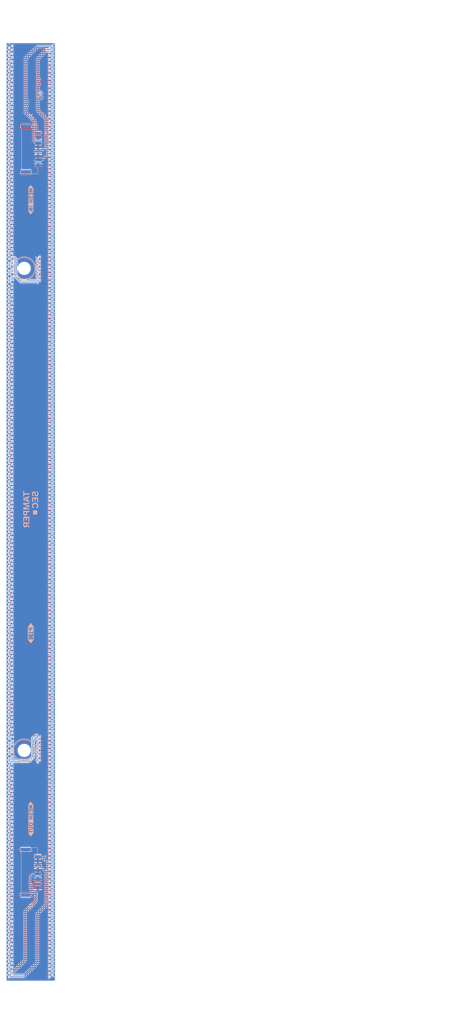
<source format=kicad_pcb>
(kicad_pcb (version 20241229) (generator "pcbnew") (generator_version "9.0")
  (title_block (title "detpan1_D") (date "2025-07-21") (rev "A") (company "TamperSec") (comment 1 "Justin Newkirk"))
  (layers (0 "F.Cu" signal) (4 "In1.Cu" power) (6 "In2.Cu" power) (2 "B.Cu" signal) (5 "F.SilkS" user "F.Silkscreen") (7 "B.SilkS" user "B.Silkscreen") (1 "F.Mask" user) (3 "B.Mask" user) (25 "Edge.Cuts" user))
  (net 0 "")
  (net 1 "GND")
  (net 2 "/-SIG_1")
  (net 3 "/+SIG_1")
  (net 4 "/+SIG_2")
  (net 5 "/-SIG_2")
  (footprint "MountingHole:MountingHole_3.2mm_M3" (layer "F.Cu") (at 285 295.2375)
    (property "Reference" "H2" (hide yes))
    (property "Value" "~")
  )
  (footprint "MountingHole:MountingHole_3.2mm_M3" (layer "F.Cu") (at 285 163.3875)
    (property "Reference" "H1" (hide yes))
    (property "Value" "~")
  )
  (footprint "LOGO" (layer "B.Cu") (at 286.800299 229.314159 -90)
    (property "Reference" "G***" (hide yes))
    (property "Value" "LOGO" (hide yes))
  )
  (footprint "Connector_JST:JST_GH_BM08B-GHS-TBT_1x08-1MP_P1.25mm_Vertical" (layer "B.Cu") (at 286.9 130.78125 -90)
    (property "Reference" "J1")
    (property "Value" "SIGNAL_1_CONN")
  )
  (footprint "Connector_JST:JST_GH_BM08B-GHS-TBT_1x08-1MP_P1.25mm_Vertical" (layer "B.Cu") (at 286.8 328.55625 -90)
    (property "Reference" "J2")
    (property "Value" "SIGNAL_2_CONN")
  )
  (gr_poly (pts (xy 286.166779 317.875) (xy 287.466779 317.875) (xy 286.766779 318.675)) (stroke (width 0.153)) (fill yes) (layer "B.SilkS"))
  (gr_circle (center 285 295.2375) (end 281.8 295.2375) (stroke (width 0.153)) (fill no) (layer "B.SilkS"))
  (gr_poly (pts (xy 286.15 310.125) (xy 287.45 310.125) (xy 286.75 309.325)) (stroke (width 0.153)) (fill yes) (layer "B.SilkS"))
  (gr_circle (center 285 295.2375) (end 282.1 295.2375) (stroke (width 0.153)) (fill no) (layer "B.SilkS"))
  (gr_poly (pts (xy 287.5625 261.535746) (xy 286.0625 261.535746) (xy 286.814 260.435746)) (stroke (width 0.153)) (fill yes) (layer "B.SilkS"))
  (gr_poly (pts (xy 286.15 141.45) (xy 287.45 141.45) (xy 286.75 140.65)) (stroke (width 0.153)) (fill yes) (layer "B.SilkS"))
  (gr_poly (pts (xy 286.166779 147.75) (xy 287.466779 147.75) (xy 286.766779 148.55)) (stroke (width 0.153)) (fill yes) (layer "B.SilkS"))
  (gr_circle (center 285 163.3875) (end 282.1 163.3875) (stroke (width 0.153)) (fill no) (layer "B.SilkS"))
  (gr_circle (center 285 163.3875) (end 281.8 163.3875) (stroke (width 0.153)) (fill no) (layer "B.SilkS"))
  (gr_poly (pts (xy 290.9 323.875) (xy 290.9 324.475) (xy 290.5 324.175)) (stroke (width 0.153)) (fill yes) (layer "B.SilkS"))
  (gr_poly (pts (xy 290.925 126.075) (xy 290.925 126.675) (xy 290.525 126.375)) (stroke (width 0.153)) (fill yes) (layer "B.SilkS"))
  (gr_poly (pts (xy 286.0625 264.910746) (xy 287.5625 264.910746) (xy 286.814 265.835746)) (stroke (width 0.153)) (fill yes) (layer "B.SilkS"))
  (gr_rect (start 286.0625 261.535746) (end 287.5625 264.910746) (stroke (width 0.153)) (fill no) (layer "B.SilkS"))
  (gr_rect (start 280 101.6) (end 293.6 358.4) (stroke (width 0.05)) (fill no) (layer "Edge.Cuts"))
  (gr_text "MESH IN" (at 287.464 141.314095 90) (layer "B.SilkS" knockout) (effects (font (size 1 1) (thickness 0.2) (bold yes)) (justify left bottom mirror)))
  (gr_text "MESH OUT" (at 287.464 309.989095 90) (layer "B.SilkS" knockout) (effects (font (size 1 1) (thickness 0.2) (bold yes)) (justify left bottom mirror)))
  (gr_text "D" (at 287.417985 263.660746 90) (layer "B.SilkS") (effects (font (size 1 1) (thickness 0.153)) (justify left bottom mirror)))
  (gr_text "P1" (at 287.464 261.435746 90) (layer "B.SilkS" knockout) (effects (font (size 1 1) (thickness 0.2) (bold yes)) (justify left bottom mirror)))
  (via (at 280.425 284.2) (size 0.45) (drill 0.3) (layers "F.Cu" "B.Cu") (net 1))
  (via (at 293.175 217.525) (size 0.45) (drill 0.3) (layers "F.Cu" "B.Cu") (net 1))
  (via (at 293.175 298.375) (size 0.45) (drill 0.3) (layers "F.Cu" "B.Cu") (net 1))
  (via (at 293.175 233.275) (size 0.45) (drill 0.3) (layers "F.Cu" "B.Cu") (net 1))
  (via (at 280.425 292.6) (size 0.45) (drill 0.3) (layers "F.Cu" "B.Cu") (net 1))
  (via (at 293.175 218.575) (size 0.45) (drill 0.3) (layers "F.Cu" "B.Cu") (net 1))
  (via (at 293.175 216.475) (size 0.45) (drill 0.3) (layers "F.Cu" "B.Cu") (net 1))
  (via (at 280.425 347.2) (size 0.45) (drill 0.3) (layers "F.Cu" "B.Cu") (net 1))
  (via (at 293.175 163.975) (size 0.45) (drill 0.3) (layers "F.Cu" "B.Cu") (net 1))
  (via (at 293.175 299.425) (size 0.45) (drill 0.3) (layers "F.Cu" "B.Cu") (net 1))
  (via (at 280.425 232.75) (size 0.45) (drill 0.3) (layers "F.Cu" "B.Cu") (net 1))
  (via (at 293.175 278.425) (size 0.45) (drill 0.3) (layers "F.Cu" "B.Cu") (net 1))
  (via (at 280.425 230.65) (size 0.45) (drill 0.3) (layers "F.Cu" "B.Cu") (net 1))
  (via (at 288.225 296.8) (size 0.45) (drill 0.3) (layers "F.Cu" "B.Cu") (net 1))
  (via (at 293.175 354.025) (size 0.45) (drill 0.3) (layers "F.Cu" "B.Cu") (net 1))
  (via (at 280.425 270.55) (size 0.45) (drill 0.3) (layers "F.Cu" "B.Cu") (net 1))
  (via (at 280.425 228.551) (size 0.45) (drill 0.3) (layers "F.Cu" "B.Cu") (net 1))
  (via (at 280.425 197.05) (size 0.45) (drill 0.3) (layers "F.Cu" "B.Cu") (net 1))
  (via (at 293.175 267.925) (size 0.45) (drill 0.3) (layers "F.Cu" "B.Cu") (net 1))
  (via (at 280.425 144.55) (size 0.45) (drill 0.3) (layers "F.Cu" "B.Cu") (net 1))
  (via (at 280.425 189.7) (size 0.45) (drill 0.3) (layers "F.Cu" "B.Cu") (net 1))
  (via (at 293.175 167.125) (size 0.45) (drill 0.3) (layers "F.Cu" "B.Cu") (net 1))
  (via (at 280.425 141.4) (size 0.45) (drill 0.3) (layers "F.Cu" "B.Cu") (net 1))
  (via (at 293.175 219.625) (size 0.45) (drill 0.3) (layers "F.Cu" "B.Cu") (net 1))
  (via (at 293.175 115.675) (size 0.45) (drill 0.3) (layers "F.Cu" "B.Cu") (net 1))
  (via (at 280.425 162.4) (size 0.45) (drill 0.3) (layers "F.Cu" "B.Cu") (net 1))
  (via (at 293.175 255.325) (size 0.45) (drill 0.3) (layers "F.Cu" "B.Cu") (net 1))
  (via (at 293.175 213.325) (size 0.45) (drill 0.3) (layers "F.Cu" "B.Cu") (net 1))
  (via (at 293.175 139.825) (size 0.45) (drill 0.3) (layers "F.Cu" "B.Cu") (net 1))
  (via (at 293.175 305.725) (size 0.45) (drill 0.3) (layers "F.Cu" "B.Cu") (net 1))
  (via (at 280.425 256.9) (size 0.45) (drill 0.3) (layers "F.Cu" "B.Cu") (net 1))
  (via (at 293.175 144.025) (size 0.45) (drill 0.3) (layers "F.Cu" "B.Cu") (net 1))
  (via (at 280.425 169.75) (size 0.45) (drill 0.3) (layers "F.Cu" "B.Cu") (net 1))
  (via (at 293.175 214.375) (size 0.45) (drill 0.3) (layers "F.Cu" "B.Cu") (net 1))
  (via (at 293.175 251.125) (size 0.45) (drill 0.3) (layers "F.Cu" "B.Cu") (net 1))
  (via (at 280.425 280) (size 0.45) (drill 0.3) (layers "F.Cu" "B.Cu") (net 1))
  (via (at 293.175 120.925) (size 0.45) (drill 0.3) (layers "F.Cu" "B.Cu") (net 1))
  (via (at 293.175 321.475) (size 0.45) (drill 0.3) (layers "F.Cu" "B.Cu") (net 1))
  (via (at 280.425 244.3) (size 0.45) (drill 0.3) (layers "F.Cu" "B.Cu") (net 1))
  (via (at 280.425 173.95) (size 0.45) (drill 0.3) (layers "F.Cu" "B.Cu") (net 1))
  (via (at 280.425 164.5) (size 0.45) (drill 0.3) (layers "F.Cu" "B.Cu") (net 1))
  (via (at 280.425 248.5) (size 0.45) (drill 0.3) (layers "F.Cu" "B.Cu") (net 1))
  (via (at 280.425 226.45) (size 0.45) (drill 0.3) (layers "F.Cu" "B.Cu") (net 1))
  (via (at 280.425 264.25) (size 0.45) (drill 0.3) (layers "F.Cu" "B.Cu") (net 1))
  (via (at 293.175 237.475) (size 0.45) (drill 0.3) (layers "F.Cu" "B.Cu") (net 1))
  (via (at 293.175 273.175) (size 0.45) (drill 0.3) (layers "F.Cu" "B.Cu") (net 1))
  (via (at 293.175 318.325) (size 0.45) (drill 0.3) (layers "F.Cu" "B.Cu") (net 1))
  (via (at 280.425 140.35) (size 0.45) (drill 0.3) (layers "F.Cu" "B.Cu") (net 1))
  (via (at 293.175 230.125) (size 0.45) (drill 0.3) (layers "F.Cu" "B.Cu") (net 1))
  (via (at 293.175 106.225) (size 0.45) (drill 0.3) (layers "F.Cu" "B.Cu") (net 1))
  (via (at 280.425 250.6) (size 0.45) (drill 0.3) (layers "F.Cu" "B.Cu") (net 1))
  (via (at 280.425 277.9) (size 0.45) (drill 0.3) (layers "F.Cu" "B.Cu") (net 1))
  (via (at 280.425 212.8) (size 0.45) (drill 0.3) (layers "F.Cu" "B.Cu") (net 1))
  (via (at 280.425 241.15) (size 0.45) (drill 0.3) (layers "F.Cu" "B.Cu") (net 1))
  (via (at 293.175 293.125) (size 0.45) (drill 0.3) (layers "F.Cu" "B.Cu") (net 1))
  (via (at 293.175 180.775) (size 0.45) (drill 0.3) (layers "F.Cu" "B.Cu") (net 1))
  (via (at 293.175 303.625) (size 0.45) (drill 0.3) (layers "F.Cu" "B.Cu") (net 1))
  (via (at 293.175 210.175) (size 0.45) (drill 0.3) (layers "F.Cu" "B.Cu") (net 1))
  (via (at 293.175 191.275) (size 0.45) (drill 0.3) (layers "F.Cu" "B.Cu") (net 1))
  (via (at 293.175 249.025) (size 0.45) (drill 0.3) (layers "F.Cu" "B.Cu") (net 1))
  (via (at 293.175 211.225) (size 0.45) (drill 0.3) (layers "F.Cu" "B.Cu") (net 1))
  (via (at 280.425 214.9) (size 0.45) (drill 0.3) (layers "F.Cu" "B.Cu") (net 1))
  (via (at 280.425 130.9) (size 0.45) (drill 0.3) (layers "F.Cu" "B.Cu") (net 1))
  (via (at 280.425 157.15) (size 0.45) (drill 0.3) (layers "F.Cu" "B.Cu") (net 1))
  (via (at 293.175 270.025) (size 0.45) (drill 0.3) (layers "F.Cu" "B.Cu") (net 1))
  (via (at 293.175 198.625) (size 0.45) (drill 0.3) (layers "F.Cu" "B.Cu") (net 1))
  (via (at 293.175 228.025) (size 0.45) (drill 0.3) (layers "F.Cu" "B.Cu") (net 1))
  (via (at 293.175 260.575) (size 0.45) (drill 0.3) (layers "F.Cu" "B.Cu") (net 1))
  (via (at 293.175 336.175) (size 0.45) (drill 0.3) (layers "F.Cu" "B.Cu") (net 1))
  (via (at 293.175 334.075) (size 0.45) (drill 0.3) (layers "F.Cu" "B.Cu") (net 1))
  (via (at 280.425 171.85) (size 0.45) (drill 0.3) (layers "F.Cu" "B.Cu") (net 1))
  (via (at 293.175 236.425) (size 0.45) (drill 0.3) (layers "F.Cu" "B.Cu") (net 1))
  (via (at 293.175 253.225) (size 0.45) (drill 0.3) (layers "F.Cu" "B.Cu") (net 1))
  (via (at 293.175 172.375) (size 0.45) (drill 0.3) (layers "F.Cu" "B.Cu") (net 1))
  (via (at 280.425 282.1) (size 0.45) (drill 0.3) (layers "F.Cu" "B.Cu") (net 1))
  (via (at 280.425 193.9) (size 0.45) (drill 0.3) (layers "F.Cu" "B.Cu") (net 1))
  (via (at 293.175 284.725) (size 0.45) (drill 0.3) (layers "F.Cu" "B.Cu") (net 1))
  (via (at 293.175 207.025) (size 0.45) (drill 0.3) (layers "F.Cu" "B.Cu") (net 1))
  (via (at 280.425 221.2) (size 0.45) (drill 0.3) (layers "F.Cu" "B.Cu") (net 1))
  (via (at 293.175 240.625) (size 0.45) (drill 0.3) (layers "F.Cu" "B.Cu") (net 1))
  (via (at 293.175 208.075) (size 0.45) (drill 0.3) (layers "F.Cu" "B.Cu") (net 1))
  (via (at 280.425 295.75) (size 0.45) (drill 0.3) (layers "F.Cu" "B.Cu") (net 1))
  (via (at 293.175 175.525) (size 0.45) (drill 0.3) (layers "F.Cu" "B.Cu") (net 1))
  (via (at 280.425 281.05) (size 0.45) (drill 0.3) (layers "F.Cu" "B.Cu") (net 1))
  (via (at 293.175 313.075) (size 0.45) (drill 0.3) (layers "F.Cu" "B.Cu") (net 1))
  (via (at 293.175 161.875) (size 0.45) (drill 0.3) (layers "F.Cu" "B.Cu") (net 1))
  (via (at 280.425 182.35) (size 0.45) (drill 0.3) (layers "F.Cu" "B.Cu") (net 1))
  (via (at 293.175 146.125) (size 0.45) (drill 0.3) (layers "F.Cu" "B.Cu") (net 1))
  (via (at 280.425 325.15) (size 0.45) (drill 0.3) (layers "F.Cu" "B.Cu") (net 1))
  (via (at 280.425 339.85) (size 0.45) (drill 0.3) (layers "F.Cu" "B.Cu") (net 1))
  (via (at 280.425 341.95) (size 0.45) (drill 0.3) (layers "F.Cu" "B.Cu") (net 1))
  (via (at 293.175 294.175) (size 0.45) (drill 0.3) (layers "F.Cu" "B.Cu") (net 1))
  (via (at 280.425 328.3) (size 0.45) (drill 0.3) (layers "F.Cu" "B.Cu") (net 1))
  (via (at 293.175 349.825) (size 0.45) (drill 0.3) (layers "F.Cu" "B.Cu") (net 1))
  (via (at 293.175 310.975) (size 0.45) (drill 0.3) (layers "F.Cu" "B.Cu") (net 1))
  (via (at 280.425 344.05) (size 0.45) (drill 0.3) (layers "F.Cu" "B.Cu") (net 1))
  (via (at 293.175 287.875) (size 0.45) (drill 0.3) (layers "F.Cu" "B.Cu") (net 1))
  (via (at 288.225 161.35) (size 0.45) (drill 0.3) (layers "F.Cu" "B.Cu") (net 1))
  (via (at 280.425 146.65) (size 0.45) (drill 0.3) (layers "F.Cu" "B.Cu") (net 1))
  (via (at 293.175 344.575) (size 0.45) (drill 0.3) (layers "F.Cu" "B.Cu") (net 1))
  (via (at 293.175 238.525) (size 0.45) (drill 0.3) (layers "F.Cu" "B.Cu") (net 1))
  (via (at 293.175 282.625) (size 0.45) (drill 0.3) (layers "F.Cu" "B.Cu") (net 1))
  (via (at 280.425 327.25) (size 0.45) (drill 0.3) (layers "F.Cu" "B.Cu") (net 1))
  (via (at 280.425 211.75) (size 0.45) (drill 0.3) (layers "F.Cu" "B.Cu") (net 1))
  (via (at 293.175 186.025) (size 0.45) (drill 0.3) (layers "F.Cu" "B.Cu") (net 1))
  (via (at 280.425 265.3) (size 0.45) (drill 0.3) (layers "F.Cu" "B.Cu") (net 1))
  (via (at 280.425 268.45) (size 0.45) (drill 0.3) (layers "F.Cu" "B.Cu") (net 1))
  (via (at 280.425 254.8) (size 0.45) (drill 0.3) (layers "F.Cu" "B.Cu") (net 1))
  (via (at 293.175 295.225) (size 0.45) (drill 0.3) (layers "F.Cu" "B.Cu") (net 1))
  (via (at 293.175 279.475) (size 0.45) (drill 0.3) (layers "F.Cu" "B.Cu") (net 1))
  (via (at 280.425 329.35) (size 0.45) (drill 0.3) (layers "F.Cu" "B.Cu") (net 1))
  (via (at 293.175 250.075) (size 0.45) (drill 0.3) (layers "F.Cu" "B.Cu") (net 1))
  (via (at 293.175 195.475) (size 0.45) (drill 0.3) (layers "F.Cu" "B.Cu") (net 1))
  (via (at 280.425 336.7) (size 0.45) (drill 0.3) (layers "F.Cu" "B.Cu") (net 1))
  (via (at 293.175 128.275) (size 0.45) (drill 0.3) (layers "F.Cu" "B.Cu") (net 1))
  (via (at 280.425 184.45) (size 0.45) (drill 0.3) (layers "F.Cu" "B.Cu") (net 1))
  (via (at 280.425 180.25) (size 0.45) (drill 0.3) (layers "F.Cu" "B.Cu") (net 1))
  (via (at 280.425 199.15) (size 0.45) (drill 0.3) (layers "F.Cu" "B.Cu") (net 1))
  (via (at 280.425 203.35) (size 0.45) (drill 0.3) (layers "F.Cu" "B.Cu") (net 1))
  (via (at 280.425 296.8) (size 0.45) (drill 0.3) (layers "F.Cu" "B.Cu") (net 1))
  (via (at 280.425 261.1) (size 0.45) (drill 0.3) (layers "F.Cu" "B.Cu") (net 1))
  (via (at 293.175 179.725) (size 0.45) (drill 0.3) (layers "F.Cu" "B.Cu") (net 1))
  (via (at 293.175 319.375) (size 0.45) (drill 0.3) (layers "F.Cu" "B.Cu") (net 1))
  (via (at 288.225 160.3) (size 0.45) (drill 0.3) (layers "F.Cu" "B.Cu") (net 1))
  (via (at 280.425 227.5) (size 0.45) (drill 0.3) (layers "F.Cu" "B.Cu") (net 1))
  (via (at 280.425 103.6) (size 0.45) (drill 0.3) (layers "F.Cu" "B.Cu") (net 1))
  (via (at 293.175 194.425) (size 0.45) (drill 0.3) (layers "F.Cu" "B.Cu") (net 1))
  (via (at 280.425 235.9) (size 0.45) (drill 0.3) (layers "F.Cu" "B.Cu") (net 1))
  (via (at 280.425 166.6) (size 0.45) (drill 0.3) (layers "F.Cu" "B.Cu") (net 1))
  (via (at 293.175 196.525) (size 0.45) (drill 0.3) (layers "F.Cu" "B.Cu") (net 1))
  (via (at 288.225 291.55) (size 0.45) (drill 0.3) (layers "F.Cu" "B.Cu") (net 1))
  (via (at 293.175 157.675) (size 0.45) (drill 0.3) (layers "F.Cu" "B.Cu") (net 1))
  (via (at 280.425 126.7) (size 0.45) (drill 0.3) (layers "F.Cu" "B.Cu") (net 1))
  (via (at 280.425 233.8) (size 0.45) (drill 0.3) (layers "F.Cu" "B.Cu") (net 1))
  (via (at 293.175 257.425) (size 0.45) (drill 0.3) (layers "F.Cu" "B.Cu") (net 1))
  (via (at 280.425 148.75) (size 0.45) (drill 0.3) (layers "F.Cu" "B.Cu") (net 1))
  (via (at 293.175 351.925) (size 0.45) (drill 0.3) (layers "F.Cu" "B.Cu") (net 1))
  (via (at 293.175 224.875) (size 0.45) (drill 0.3) (layers "F.Cu" "B.Cu") (net 1))
  (via (at 280.425 294.7) (size 0.45) (drill 0.3) (layers "F.Cu" "B.Cu") (net 1))
  (via (at 293.175 330.925) (size 0.45) (drill 0.3) (layers "F.Cu" "B.Cu") (net 1))
  (via (at 293.175 169.225) (size 0.45) (drill 0.3) (layers "F.Cu" "B.Cu") (net 1))
  (via (at 280.425 317.8) (size 0.45) (drill 0.3) (layers "F.Cu" "B.Cu") (net 1))
  (via (at 280.425 105.7) (size 0.45) (drill 0.3) (layers "F.Cu" "B.Cu") (net 1))
  (via (at 280.425 188.65) (size 0.45) (drill 0.3) (layers "F.Cu" "B.Cu") (net 1))
  (via (at 288.225 162.4) (size 0.45) (drill 0.3) (layers "F.Cu" "B.Cu") (net 1))
  (via (at 280.425 224.35) (size 0.45) (drill 0.3) (layers "F.Cu" "B.Cu") (net 1))
  (via (at 293.175 288.925) (size 0.45) (drill 0.3) (layers "F.Cu" "B.Cu") (net 1))
  (via (at 293.175 241.675) (size 0.45) (drill 0.3) (layers "F.Cu" "B.Cu") (net 1))
  (via (at 280.425 207.55) (size 0.45) (drill 0.3) (layers "F.Cu" "B.Cu") (net 1))
  (via (at 280.425 178.15) (size 0.45) (drill 0.3) (layers "F.Cu" "B.Cu") (net 1))
  (via (at 288.225 165.55) (size 0.45) (drill 0.3) (layers "F.Cu" "B.Cu") (net 1))
  (via (at 293.175 104.125) (size 0.45) (drill 0.3) (layers "F.Cu" "B.Cu") (net 1))
  (via (at 280.425 133) (size 0.45) (drill 0.3) (layers "F.Cu" "B.Cu") (net 1))
  (via (at 293.175 259.525) (size 0.45) (drill 0.3) (layers "F.Cu" "B.Cu") (net 1))
  (via (at 280.425 131.95) (size 0.45) (drill 0.3) (layers "F.Cu" "B.Cu") (net 1))
  (via (at 293.175 355.075) (size 0.45) (drill 0.3) (layers "F.Cu" "B.Cu") (net 1))
  (via (at 293.175 102.025) (size 0.45) (drill 0.3) (layers "F.Cu" "B.Cu") (net 1))
  (via (at 280.425 303.1) (size 0.45) (drill 0.3) (layers "F.Cu" "B.Cu") (net 1))
  (via (at 280.425 108.85) (size 0.45) (drill 0.3) (layers "F.Cu" "B.Cu") (net 1))
  (via (at 280.425 330.4) (size 0.45) (drill 0.3) (layers "F.Cu" "B.Cu") (net 1))
  (via (at 293.175 202.825) (size 0.45) (drill 0.3) (layers "F.Cu" "B.Cu") (net 1))
  (via (at 280.425 142.45) (size 0.45) (drill 0.3) (layers "F.Cu" "B.Cu") (net 1))
  (via (at 293.175 328.825) (size 0.45) (drill 0.3) (layers "F.Cu" "B.Cu") (net 1))
  (via (at 293.175 301.525) (size 0.45) (drill 0.3) (layers "F.Cu" "B.Cu") (net 1))
  (via (at 280.425 206.5) (size 0.45) (drill 0.3) (layers "F.Cu" "B.Cu") (net 1))
  (via (at 293.175 114.625) (size 0.45) (drill 0.3) (layers "F.Cu" "B.Cu") (net 1))
  (via (at 280.425 165.55) (size 0.45) (drill 0.3) (layers "F.Cu" "B.Cu") (net 1))
  (via (at 280.425 129.85) (size 0.45) (drill 0.3) (layers "F.Cu" "B.Cu") (net 1))
  (via (at 293.175 347.725) (size 0.45) (drill 0.3) (layers "F.Cu" "B.Cu") (net 1))
  (via (at 293.175 263.725) (size 0.45) (drill 0.3) (layers "F.Cu" "B.Cu") (net 1))
  (via (at 293.175 244.825) (size 0.45) (drill 0.3) (layers "F.Cu" "B.Cu") (net 1))
  (via (at 293.175 121.975) (size 0.45) (drill 0.3) (layers "F.Cu" "B.Cu") (net 1))
  (via (at 280.425 299.95) (size 0.45) (drill 0.3) (layers "F.Cu" "B.Cu") (net 1))
  (via (at 293.175 131.425) (size 0.45) (drill 0.3) (layers "F.Cu" "B.Cu") (net 1))
  (via (at 280.425 278.95) (size 0.45) (drill 0.3) (layers "F.Cu" "B.Cu") (net 1))
  (via (at 280.425 274.75) (size 0.45) (drill 0.3) (layers "F.Cu" "B.Cu") (net 1))
  (via (at 293.175 176.575) (size 0.45) (drill 0.3) (layers "F.Cu" "B.Cu") (net 1))
  (via (at 280.425 307.3) (size 0.45) (drill 0.3) (layers "F.Cu" "B.Cu") (net 1))
  (via (at 280.425 198.1) (size 0.45) (drill 0.3) (layers "F.Cu" "B.Cu") (net 1))
  (via (at 280.425 125.65) (size 0.45) (drill 0.3) (layers "F.Cu" "B.Cu") (net 1))
  (via (at 293.175 291.025) (size 0.45) (drill 0.3) (layers "F.Cu" "B.Cu") (net 1))
  (via (at 280.425 220.15) (size 0.45) (drill 0.3) (layers "F.Cu" "B.Cu") (net 1))
  (via (at 280.425 308.35) (size 0.45) (drill 0.3) (layers "F.Cu" "B.Cu") (net 1))
  (via (at 293.175 262.675) (size 0.45) (drill 0.3) (layers "F.Cu" "B.Cu") (net 1))
  (via (at 293.175 235.375) (size 0.45) (drill 0.3) (layers "F.Cu" "B.Cu") (net 1))
  (via (at 293.175 300.475) (size 0.45) (drill 0.3) (layers "F.Cu" "B.Cu") (net 1))
  (via (at 280.425 115.15) (size 0.45) (drill 0.3) (layers "F.Cu" "B.Cu") (net 1))
  (via (at 293.175 356.125) (size 0.45) (drill 0.3) (layers "F.Cu" "B.Cu") (net 1))
  (via (at 280.425 159.25) (size 0.45) (drill 0.3) (layers "F.Cu" "B.Cu") (net 1))
  (via (at 280.425 123.55) (size 0.45) (drill 0.3) (layers "F.Cu" "B.Cu") (net 1))
  (via (at 280.425 137.2) (size 0.45) (drill 0.3) (layers "F.Cu" "B.Cu") (net 1))
  (via (at 293.175 190.225) (size 0.45) (drill 0.3) (layers "F.Cu" "B.Cu") (net 1))
  (via (at 293.175 285.775) (size 0.45) (drill 0.3) (layers "F.Cu" "B.Cu") (net 1))
  (via (at 280.425 156.1) (size 0.45) (drill 0.3) (layers "F.Cu" "B.Cu") (net 1))
  (via (at 280.425 201.25) (size 0.45) (drill 0.3) (layers "F.Cu" "B.Cu") (net 1))
  (via (at 280.425 161.35) (size 0.45) (drill 0.3) (layers "F.Cu" "B.Cu") (net 1))
  (via (at 293.175 292.075) (size 0.45) (drill 0.3) (layers "F.Cu" "B.Cu") (net 1))
  (via (at 293.175 142.975) (size 0.45) (drill 0.3) (layers "F.Cu" "B.Cu") (net 1))
  (via (at 280.425 138.25) (size 0.45) (drill 0.3) (layers "F.Cu" "B.Cu") (net 1))
  (via (at 280.425 247.45) (size 0.45) (drill 0.3) (layers "F.Cu" "B.Cu") (net 1))
  (via (at 280.425 172.9) (size 0.45) (drill 0.3) (layers "F.Cu" "B.Cu") (net 1))
  (via (at 280.425 175) (size 0.45) (drill 0.3) (layers "F.Cu" "B.Cu") (net 1))
  (via (at 293.175 221.725) (size 0.45) (drill 0.3) (layers "F.Cu" "B.Cu") (net 1))
  (via (at 293.175 333.025) (size 0.45) (drill 0.3) (layers "F.Cu" "B.Cu") (net 1))
  (via (at 293.175 296.275) (size 0.45) (drill 0.3) (layers "F.Cu" "B.Cu") (net 1))
  (via (at 280.425 316.75) (size 0.45) (drill 0.3) (layers "F.Cu" "B.Cu") (net 1))
  (via (at 293.175 339.325) (size 0.45) (drill 0.3) (layers "F.Cu" "B.Cu") (net 1))
  (via (at 293.175 209.125) (size 0.45) (drill 0.3) (layers "F.Cu" "B.Cu") (net 1))
  (via (at 293.175 322.525) (size 0.45) (drill 0.3) (layers "F.Cu" "B.Cu") (net 1))
  (via (at 293.175 329.875) (size 0.45) (drill 0.3) (layers "F.Cu" "B.Cu") (net 1))
  (via (at 280.425 323.05) (size 0.45) (drill 0.3) (layers "F.Cu" "B.Cu") (net 1))
  (via (at 280.425 304.15) (size 0.45) (drill 0.3) (layers "F.Cu" "B.Cu") (net 1))
  (via (at 293.175 173.425) (size 0.45) (drill 0.3) (layers "F.Cu" "B.Cu") (net 1))
  (via (at 280.425 283.15) (size 0.45) (drill 0.3) (layers "F.Cu" "B.Cu") (net 1))
  (via (at 293.175 151.375) (size 0.45) (drill 0.3) (layers "F.Cu" "B.Cu") (net 1))
  (via (at 293.175 197.575) (size 0.45) (drill 0.3) (layers "F.Cu" "B.Cu") (net 1))
  (via (at 280.425 249.55) (size 0.45) (drill 0.3) (layers "F.Cu" "B.Cu") (net 1))
  (via (at 293.175 117.775) (size 0.45) (drill 0.3) (layers "F.Cu" "B.Cu") (net 1))
  (via (at 280.425 158.2) (size 0.45) (drill 0.3) (layers "F.Cu" "B.Cu") (net 1))
  (via (at 293.175 200.725) (size 0.45) (drill 0.3) (layers "F.Cu" "B.Cu") (net 1))
  (via (at 293.175 183.925) (size 0.45) (drill 0.3) (layers "F.Cu" "B.Cu") (net 1))
  (via (at 293.175 338.275) (size 0.45) (drill 0.3) (layers "F.Cu" "B.Cu") (net 1))
  (via (at 293.175 116.725) (size 0.45) (drill 0.3) (layers "F.Cu" "B.Cu") (net 1))
  (via (at 280.425 209.65) (size 0.45) (drill 0.3) (layers "F.Cu" "B.Cu") (net 1))
  (via (at 293.175 246.925) (size 0.45) (drill 0.3) (layers "F.Cu" "B.Cu") (net 1))
  (via (at 293.175 166.075) (size 0.45) (drill 0.3) (layers "F.Cu" "B.Cu") (net 1))
  (via (at 293.175 137.725) (size 0.45) (drill 0.3) (layers "F.Cu" "B.Cu") (net 1))
  (via (at 280.425 210.7) (size 0.45) (drill 0.3) (layers "F.Cu" "B.Cu") (net 1))
  (via (at 293.175 201.775) (size 0.45) (drill 0.3) (layers "F.Cu" "B.Cu") (net 1))
  (via (at 293.175 286.825) (size 0.45) (drill 0.3) (layers "F.Cu" "B.Cu") (net 1))
  (via (at 280.425 116.2) (size 0.45) (drill 0.3) (layers "F.Cu" "B.Cu") (net 1))
  (via (at 293.175 108.325) (size 0.45) (drill 0.3) (layers "F.Cu" "B.Cu") (net 1))
  (via (at 280.425 319.9) (size 0.45) (drill 0.3) (layers "F.Cu" "B.Cu") (net 1))
  (via (at 293.175 215.425) (size 0.45) (drill 0.3) (layers "F.Cu" "B.Cu") (net 1))
  (via (at 280.425 301) (size 0.45) (drill 0.3) (layers "F.Cu" "B.Cu") (net 1))
  (via (at 280.425 113.05) (size 0.45) (drill 0.3) (layers "F.Cu" "B.Cu") (net 1))
  (via (at 293.175 132.475) (size 0.45) (drill 0.3) (layers "F.Cu" "B.Cu") (net 1))
  (via (at 293.175 212.275) (size 0.45) (drill 0.3) (layers "F.Cu" "B.Cu") (net 1))
  (via (at 280.425 110.95) (size 0.45) (drill 0.3) (layers "F.Cu" "B.Cu") (net 1))
  (via (at 280.425 298.9) (size 0.45) (drill 0.3) (layers "F.Cu" "B.Cu") (net 1))
  (via (at 293.175 341.425) (size 0.45) (drill 0.3) (layers "F.Cu" "B.Cu") (net 1))
  (via (at 280.425 349.3) (size 0.45) (drill 0.3) (layers "F.Cu" "B.Cu") (net 1))
  (via (at 280.425 217) (size 0.45) (drill 0.3) (layers "F.Cu" "B.Cu") (net 1))
  (via (at 280.425 340.9) (size 0.45) (drill 0.3) (layers "F.Cu" "B.Cu") (net 1))
  (via (at 280.425 229.6) (size 0.45) (drill 0.3) (layers "F.Cu" "B.Cu") (net 1))
  (via (at 280.425 219.1) (size 0.45) (drill 0.3) (layers "F.Cu" "B.Cu") (net 1))
  (via (at 293.175 271.075) (size 0.45) (drill 0.3) (layers "F.Cu" "B.Cu") (net 1))
  (via (at 293.175 168.175) (size 0.45) (drill 0.3) (layers "F.Cu" "B.Cu") (net 1))
  (via (at 293.175 162.925) (size 0.45) (drill 0.3) (layers "F.Cu" "B.Cu") (net 1))
  (via (at 280.425 297.85) (size 0.45) (drill 0.3) (layers "F.Cu" "B.Cu") (net 1))
  (via (at 293.175 275.275) (size 0.45) (drill 0.3) (layers "F.Cu" "B.Cu") (net 1))
  (via (at 293.175 343.525) (size 0.45) (drill 0.3) (layers "F.Cu" "B.Cu") (net 1))
  (via (at 280.425 222.25) (size 0.45) (drill 0.3) (layers "F.Cu" "B.Cu") (net 1))
  (via (at 280.425 259) (size 0.45) (drill 0.3) (layers "F.Cu" "B.Cu") (net 1))
  (via (at 280.425 267.4) (size 0.45) (drill 0.3) (layers "F.Cu" "B.Cu") (net 1))
  (via (at 280.425 333.55) (size 0.45) (drill 0.3) (layers "F.Cu" "B.Cu") (net 1))
  (via (at 288.225 295.75) (size 0.45) (drill 0.3) (layers "F.Cu" "B.Cu") (net 1))
  (via (at 280.425 262.15) (size 0.45) (drill 0.3) (layers "F.Cu" "B.Cu") (net 1))
  (via (at 280.425 273.7) (size 0.45) (drill 0.3) (layers "F.Cu" "B.Cu") (net 1))
  (via (at 293.175 133.525) (size 0.45) (drill 0.3) (layers "F.Cu" "B.Cu") (net 1))
  (via (at 293.175 352.975) (size 0.45) (drill 0.3) (layers "F.Cu" "B.Cu") (net 1))
  (via (at 280.425 109.9) (size 0.45) (drill 0.3) (layers "F.Cu" "B.Cu") (net 1))
  (via (at 280.425 119.35) (size 0.45) (drill 0.3) (layers "F.Cu" "B.Cu") (net 1))
  (via (at 280.425 351.4) (size 0.45) (drill 0.3) (layers "F.Cu" "B.Cu") (net 1))
  (via (at 280.425 213.85) (size 0.45) (drill 0.3) (layers "F.Cu" "B.Cu") (net 1))
  (via (at 293.175 258.475) (size 0.45) (drill 0.3) (layers "F.Cu" "B.Cu") (net 1))
  (via (at 280.425 139.3) (size 0.45) (drill 0.3) (layers "F.Cu" "B.Cu") (net 1))
  (via (at 293.175 111.475) (size 0.45) (drill 0.3) (layers "F.Cu" "B.Cu") (net 1))
  (via (at 293.175 138.775) (size 0.45) (drill 0.3) (layers "F.Cu" "B.Cu") (net 1))
  (via (at 280.425 170.8) (size 0.45) (drill 0.3) (layers "F.Cu" "B.Cu") (net 1))
  (via (at 280.425 346.15) (size 0.45) (drill 0.3) (layers "F.Cu" "B.Cu") (net 1))
  (via (at 293.175 148.225) (size 0.45) (drill 0.3) (layers "F.Cu" "B.Cu") (net 1))
  (via (at 280.425 102.55) (size 0.45) (drill 0.3) (layers "F.Cu" "B.Cu") (net 1))
  (via (at 280.425 152.95) (size 0.45) (drill 0.3) (layers "F.Cu" "B.Cu") (net 1))
  (via (at 280.425 145.6) (size 0.45) (drill 0.3) (layers "F.Cu" "B.Cu") (net 1))
  (via (at 280.425 136.15) (size 0.45) (drill 0.3) (layers "F.Cu" "B.Cu") (net 1))
  (via (at 280.425 263.2) (size 0.45) (drill 0.3) (layers "F.Cu" "B.Cu") (net 1))
  (via (at 280.425 356.65) (size 0.45) (drill 0.3) (layers "F.Cu" "B.Cu") (net 1))
  (via (at 293.175 323.575) (size 0.45) (drill 0.3) (layers "F.Cu" "B.Cu") (net 1))
  (via (at 280.425 332.5) (size 0.45) (drill 0.3) (layers "F.Cu" "B.Cu") (net 1))
  (via (at 280.425 160.3) (size 0.45) (drill 0.3) (layers "F.Cu" "B.Cu") (net 1))
  (via (at 280.425 194.95) (size 0.45) (drill 0.3) (layers "F.Cu" "B.Cu") (net 1))
  (via (at 293.175 113.575) (size 0.45) (drill 0.3) (layers "F.Cu" "B.Cu") (net 1))
  (via (at 280.425 208.6) (size 0.45) (drill 0.3) (layers "F.Cu" "B.Cu") (net 1))
  (via (at 293.175 226.975) (size 0.45) (drill 0.3) (layers "F.Cu" "B.Cu") (net 1))
  (via (at 293.175 165.025) (size 0.45) (drill 0.3) (layers "F.Cu" "B.Cu") (net 1))
  (via (at 293.175 337.225) (size 0.45) (drill 0.3) (layers "F.Cu" "B.Cu") (net 1))
  (via (at 293.175 306.775) (size 0.45) (drill 0.3) (layers "F.Cu" "B.Cu") (net 1))
  (via (at 293.175 315.175) (size 0.45) (drill 0.3) (layers "F.Cu" "B.Cu") (net 1))
  (via (at 293.175 178.675) (size 0.45) (drill 0.3) (layers "F.Cu" "B.Cu") (net 1))
  (via (at 280.425 272.65) (size 0.45) (drill 0.3) (layers "F.Cu" "B.Cu") (net 1))
  (via (at 280.425 205.45) (size 0.45) (drill 0.3) (layers "F.Cu" "B.Cu") (net 1))
  (via (at 280.425 191.8) (size 0.45) (drill 0.3) (layers "F.Cu" "B.Cu") (net 1))
  (via (at 293.175 281.575) (size 0.45) (drill 0.3) (layers "F.Cu" "B.Cu") (net 1))
  (via (at 293.175 345.625) (size 0.45) (drill 0.3) (layers "F.Cu" "B.Cu") (net 1))
  (via (at 280.425 155.05) (size 0.45) (drill 0.3) (layers "F.Cu" "B.Cu") (net 1))
  (via (at 280.425 306.25) (size 0.45) (drill 0.3) (layers "F.Cu" "B.Cu") (net 1))
  (via (at 293.175 317.275) (size 0.45) (drill 0.3) (layers "F.Cu" "B.Cu") (net 1))
  (via (at 288.225 297.85) (size 0.45) (drill 0.3) (layers "F.Cu" "B.Cu") (net 1))
  (via (at 280.425 183.4) (size 0.45) (drill 0.3) (layers "F.Cu" "B.Cu") (net 1))
  (via (at 293.175 264.775) (size 0.45) (drill 0.3) (layers "F.Cu" "B.Cu") (net 1))
  (via (at 280.425 326.2) (size 0.45) (drill 0.3) (layers "F.Cu" "B.Cu") (net 1))
  (via (at 293.175 252.175) (size 0.45) (drill 0.3) (layers "F.Cu" "B.Cu") (net 1))
  (via (at 293.175 134.575) (size 0.45) (drill 0.3) (layers "F.Cu" "B.Cu") (net 1))
  (via (at 280.425 236.95) (size 0.45) (drill 0.3) (layers "F.Cu" "B.Cu") (net 1))
  (via (at 293.175 189.175) (size 0.45) (drill 0.3) (layers "F.Cu" "B.Cu") (net 1))
  (via (at 293.175 223.825) (size 0.45) (drill 0.3) (layers "F.Cu" "B.Cu") (net 1))
  (via (at 280.425 285.25) (size 0.45) (drill 0.3) (layers "F.Cu" "B.Cu") (net 1))
  (via (at 293.175 125.125) (size 0.45) (drill 0.3) (layers "F.Cu" "B.Cu") (net 1))
  (via (at 280.425 311.5) (size 0.45) (drill 0.3) (layers "F.Cu" "B.Cu") (net 1))
  (via (at 280.425 243.25) (size 0.45) (drill 0.3) (layers "F.Cu" "B.Cu") (net 1))
  (via (at 293.175 170.275) (size 0.45) (drill 0.3) (layers "F.Cu" "B.Cu") (net 1))
  (via (at 280.425 305.2) (size 0.45) (drill 0.3) (layers "F.Cu" "B.Cu") (net 1))
  (via (at 280.425 135.1) (size 0.45) (drill 0.3) (layers "F.Cu" "B.Cu") (net 1))
  (via (at 280.425 177.1) (size 0.45) (drill 0.3) (layers "F.Cu" "B.Cu") (net 1))
  (via (at 293.175 274.225) (size 0.45) (drill 0.3) (layers "F.Cu" "B.Cu") (net 1))
  (via (at 293.175 147.175) (size 0.45) (drill 0.3) (layers "F.Cu" "B.Cu") (net 1))
  (via (at 293.175 307.825) (size 0.45) (drill 0.3) (layers "F.Cu" "B.Cu") (net 1))
  (via (at 280.425 234.85) (size 0.45) (drill 0.3) (layers "F.Cu" "B.Cu") (net 1))
  (via (at 293.175 357.175) (size 0.45) (drill 0.3) (layers "F.Cu" "B.Cu") (net 1))
  (via (at 293.175 174.475) (size 0.45) (drill 0.3) (layers "F.Cu" "B.Cu") (net 1))
  (via (at 293.175 350.875) (size 0.45) (drill 0.3) (layers "F.Cu" "B.Cu") (net 1))
  (via (at 293.175 154.525) (size 0.45) (drill 0.3) (layers "F.Cu" "B.Cu") (net 1))
  (via (at 280.425 186.55) (size 0.45) (drill 0.3) (layers "F.Cu" "B.Cu") (net 1))
  (via (at 280.425 225.4) (size 0.45) (drill 0.3) (layers "F.Cu" "B.Cu") (net 1))
  (via (at 293.175 140.875) (size 0.45) (drill 0.3) (layers "F.Cu" "B.Cu") (net 1))
  (via (at 280.425 310.45) (size 0.45) (drill 0.3) (layers "F.Cu" "B.Cu") (net 1))
  (via (at 280.425 150.85) (size 0.45) (drill 0.3) (layers "F.Cu" "B.Cu") (net 1))
  (via (at 293.175 193.375) (size 0.45) (drill 0.3) (layers "F.Cu" "B.Cu") (net 1))
  (via (at 293.175 304.675) (size 0.45) (drill 0.3) (layers "F.Cu" "B.Cu") (net 1))
  (via (at 293.175 222.775) (size 0.45) (drill 0.3) (layers "F.Cu" "B.Cu") (net 1))
  (via (at 280.425 238) (size 0.45) (drill 0.3) (layers "F.Cu" "B.Cu") (net 1))
  (via (at 293.175 346.675) (size 0.45) (drill 0.3) (layers "F.Cu" "B.Cu") (net 1))
  (via (at 293.175 340.375) (size 0.45) (drill 0.3) (layers "F.Cu" "B.Cu") (net 1))
  (via (at 280.425 348.25) (size 0.45) (drill 0.3) (layers "F.Cu" "B.Cu") (net 1))
  (via (at 288.225 164.5) (size 0.45) (drill 0.3) (layers "F.Cu" "B.Cu") (net 1))
  (via (at 280.425 223.3) (size 0.45) (drill 0.3) (layers "F.Cu" "B.Cu") (net 1))
  (via (at 280.425 338.8) (size 0.45) (drill 0.3) (layers "F.Cu" "B.Cu") (net 1))
  (via (at 293.175 239.575) (size 0.45) (drill 0.3) (layers "F.Cu" "B.Cu") (net 1))
  (via (at 280.425 122.5) (size 0.45) (drill 0.3) (layers "F.Cu" "B.Cu") (net 1))
  (via (at 280.425 246.4) (size 0.45) (drill 0.3) (layers "F.Cu" "B.Cu") (net 1))
  (via (at 280.425 118.3) (size 0.45) (drill 0.3) (layers "F.Cu" "B.Cu") (net 1))
  (via (at 293.175 312.025) (size 0.45) (drill 0.3) (layers "F.Cu" "B.Cu") (net 1))
  (via (at 288.225 293.65) (size 0.45) (drill 0.3) (layers "F.Cu" "B.Cu") (net 1))
  (via (at 293.175 136.675) (size 0.45) (drill 0.3) (layers "F.Cu" "B.Cu") (net 1))
  (via (at 293.175 199.675) (size 0.45) (drill 0.3) (layers "F.Cu" "B.Cu") (net 1))
  (via (at 280.425 147.7) (size 0.45) (drill 0.3) (layers "F.Cu" "B.Cu") (net 1))
  (via (at 280.425 107.8) (size 0.45) (drill 0.3) (layers "F.Cu" "B.Cu") (net 1))
  (via (at 280.425 190.75) (size 0.45) (drill 0.3) (layers "F.Cu" "B.Cu") (net 1))
  (via (at 293.175 289.975) (size 0.45) (drill 0.3) (layers "F.Cu" "B.Cu") (net 1))
  (via (at 280.425 312.55) (size 0.45) (drill 0.3) (layers "F.Cu" "B.Cu") (net 1))
  (via (at 293.175 203.875) (size 0.45) (drill 0.3) (layers "F.Cu" "B.Cu") (net 1))
  (via (at 293.175 234.325) (size 0.45) (drill 0.3) (layers "F.Cu" "B.Cu") (net 1))
  (via (at 293.175 326.725) (size 0.45) (drill 0.3) (layers "F.Cu" "B.Cu") (net 1))
  (via (at 280.425 151.9) (size 0.45) (drill 0.3) (layers "F.Cu" "B.Cu") (net 1))
  (via (at 280.425 176.05) (size 0.45) (drill 0.3) (layers "F.Cu" "B.Cu") (net 1))
  (via (at 280.425 181.3) (size 0.45) (drill 0.3) (layers "F.Cu" "B.Cu") (net 1))
  (via (at 280.425 352.45) (size 0.45) (drill 0.3) (layers "F.Cu" "B.Cu") (net 1))
  (via (at 293.175 327.775) (size 0.45) (drill 0.3) (layers "F.Cu" "B.Cu") (net 1))
  (via (at 293.175 335.125) (size 0.45) (drill 0.3) (layers "F.Cu" "B.Cu") (net 1))
  (via (at 293.175 302.575) (size 0.45) (drill 0.3) (layers "F.Cu" "B.Cu") (net 1))
  (via (at 293.175 256.375) (size 0.45) (drill 0.3) (layers "F.Cu" "B.Cu") (net 1))
  (via (at 293.175 130.375) (size 0.45) (drill 0.3) (layers "F.Cu" "B.Cu") (net 1))
  (via (at 280.425 289.45) (size 0.45) (drill 0.3) (layers "F.Cu" "B.Cu") (net 1))
  (via (at 288.225 292.6) (size 0.45) (drill 0.3) (layers "F.Cu" "B.Cu") (net 1))
  (via (at 293.175 320.425) (size 0.45) (drill 0.3) (layers "F.Cu" "B.Cu") (net 1))
  (via (at 293.175 152.425) (size 0.45) (drill 0.3) (layers "F.Cu" "B.Cu") (net 1))
  (via (at 293.175 150.325) (size 0.45) (drill 0.3) (layers "F.Cu" "B.Cu") (net 1))
  (via (at 293.175 261.625) (size 0.45) (drill 0.3) (layers "F.Cu" "B.Cu") (net 1))
  (via (at 280.425 240.1) (size 0.45) (drill 0.3) (layers "F.Cu" "B.Cu") (net 1))
  (via (at 293.175 325.675) (size 0.45) (drill 0.3) (layers "F.Cu" "B.Cu") (net 1))
  (via (at 293.175 109.375) (size 0.45) (drill 0.3) (layers "F.Cu" "B.Cu") (net 1))
  (via (at 280.425 121.45) (size 0.45) (drill 0.3) (layers "F.Cu" "B.Cu") (net 1))
  (via (at 293.175 245.875) (size 0.45) (drill 0.3) (layers "F.Cu" "B.Cu") (net 1))
  (via (at 280.425 167.65) (size 0.45) (drill 0.3) (layers "F.Cu" "B.Cu") (net 1))
  (via (at 280.425 252.7) (size 0.45) (drill 0.3) (layers "F.Cu" "B.Cu") (net 1))
  (via (at 293.175 308.875) (size 0.45) (drill 0.3) (layers "F.Cu" "B.Cu") (net 1))
  (via (at 280.425 286.3) (size 0.45) (drill 0.3) (layers "F.Cu" "B.Cu") (net 1))
  (via (at 293.175 272.125) (size 0.45) (drill 0.3) (layers "F.Cu" "B.Cu") (net 1))
  (via (at 280.425 127.75) (size 0.45) (drill 0.3) (layers "F.Cu" "B.Cu") (net 1))
  (via (at 293.175 135.625) (size 0.45) (drill 0.3) (layers "F.Cu" "B.Cu") (net 1))
  (via (at 280.425 271.6) (size 0.45) (drill 0.3) (layers "F.Cu" "B.Cu") (net 1))
  (via (at 293.175 141.925) (size 0.45) (drill 0.3) (layers "F.Cu" "B.Cu") (net 1))
  (via (at 293.175 127.225) (size 0.45) (drill 0.3) (layers "F.Cu" "B.Cu") (net 1))
  (via (at 280.425 309.4) (size 0.45) (drill 0.3) (layers "F.Cu" "B.Cu") (net 1))
  (via (at 293.175 149.275) (size 0.45) (drill 0.3) (layers "F.Cu" "B.Cu") (net 1))
  (via (at 280.425 168.7) (size 0.45) (drill 0.3) (layers "F.Cu" "B.Cu") (net 1))
  (via (at 280.425 355.6) (size 0.45) (drill 0.3) (layers "F.Cu" "B.Cu") (net 1))
  (via (at 293.175 119.875) (size 0.45) (drill 0.3) (layers "F.Cu" "B.Cu") (net 1))
  (via (at 280.425 215.95) (size 0.45) (drill 0.3) (layers "F.Cu" "B.Cu") (net 1))
  (via (at 293.175 192.325) (size 0.45) (drill 0.3) (layers "F.Cu" "B.Cu") (net 1))
  (via (at 293.175 220.675) (size 0.45) (drill 0.3) (layers "F.Cu" "B.Cu") (net 1))
  (via (at 280.425 337.75) (size 0.45) (drill 0.3) (layers "F.Cu" "B.Cu") (net 1))
  (via (at 280.425 204.4) (size 0.45) (drill 0.3) (layers "F.Cu" "B.Cu") (net 1))
  (via (at 280.425 124.6) (size 0.45) (drill 0.3) (layers "F.Cu" "B.Cu") (net 1))
  (via (at 293.175 283.675) (size 0.45) (drill 0.3) (layers "F.Cu" "B.Cu") (net 1))
  (via (at 293.175 204.925) (size 0.45) (drill 0.3) (layers "F.Cu" "B.Cu") (net 1))
  (via (at 293.175 118.825) (size 0.45) (drill 0.3) (layers "F.Cu" "B.Cu") (net 1))
  (via (at 280.425 353.5) (size 0.45) (drill 0.3) (layers "F.Cu" "B.Cu") (net 1))
  (via (at 293.175 348.775) (size 0.45) (drill 0.3) (layers "F.Cu" "B.Cu") (net 1))
  (via (at 293.175 184.975) (size 0.45) (drill 0.3) (layers "F.Cu" "B.Cu") (net 1))
  (via (at 280.425 120.4) (size 0.45) (drill 0.3) (layers "F.Cu" "B.Cu") (net 1))
  (via (at 280.425 288.4) (size 0.45) (drill 0.3) (layers "F.Cu" "B.Cu") (net 1))
  (via (at 293.175 153.475) (size 0.45) (drill 0.3) (layers "F.Cu" "B.Cu") (net 1))
  (via (at 280.425 331.45) (size 0.45) (drill 0.3) (layers "F.Cu" "B.Cu") (net 1))
  (via (at 293.175 177.625) (size 0.45) (drill 0.3) (layers "F.Cu" "B.Cu") (net 1))
  (via (at 293.175 232.225) (size 0.45) (drill 0.3) (layers "F.Cu" "B.Cu") (net 1))
  (via (at 293.175 297.325) (size 0.45) (drill 0.3) (layers "F.Cu" "B.Cu") (net 1))
  (via (at 280.425 350.35) (size 0.45) (drill 0.3) (layers "F.Cu" "B.Cu") (net 1))
  (via (at 293.175 123.025) (size 0.45) (drill 0.3) (layers "F.Cu" "B.Cu") (net 1))
  (via (at 293.175 182.875) (size 0.45) (drill 0.3) (layers "F.Cu" "B.Cu") (net 1))
  (via (at 293.175 129.325) (size 0.45) (drill 0.3) (layers "F.Cu" "B.Cu") (net 1))
  (via (at 280.425 202.3) (size 0.45) (drill 0.3) (layers "F.Cu" "B.Cu") (net 1))
  (via (at 280.425 134.05) (size 0.45) (drill 0.3) (layers "F.Cu" "B.Cu") (net 1))
  (via (at 280.425 345.1) (size 0.45) (drill 0.3) (layers "F.Cu" "B.Cu") (net 1))
  (via (at 293.175 107.275) (size 0.45) (drill 0.3) (layers "F.Cu" "B.Cu") (net 1))
  (via (at 293.175 188.125) (size 0.45) (drill 0.3) (layers "F.Cu" "B.Cu") (net 1))
  (via (at 293.175 112.525) (size 0.45) (drill 0.3) (layers "F.Cu" "B.Cu") (net 1))
  (via (at 280.425 253.75) (size 0.45) (drill 0.3) (layers "F.Cu" "B.Cu") (net 1))
  (via (at 280.425 196) (size 0.45) (drill 0.3) (layers "F.Cu" "B.Cu") (net 1))
  (via (at 293.175 243.775) (size 0.45) (drill 0.3) (layers "F.Cu" "B.Cu") (net 1))
  (via (at 280.425 320.95) (size 0.45) (drill 0.3) (layers "F.Cu" "B.Cu") (net 1))
  (via (at 280.425 315.7) (size 0.45) (drill 0.3) (layers "F.Cu" "B.Cu") (net 1))
  (via (at 280.425 314.65) (size 0.45) (drill 0.3) (layers "F.Cu" "B.Cu") (net 1))
  (via (at 280.425 114.1) (size 0.45) (drill 0.3) (layers "F.Cu" "B.Cu") (net 1))
  (via (at 293.175 158.725) (size 0.45) (drill 0.3) (layers "F.Cu" "B.Cu") (net 1))
  (via (at 280.425 239.05) (size 0.45) (drill 0.3) (layers "F.Cu" "B.Cu") (net 1))
  (via (at 293.175 265.825) (size 0.45) (drill 0.3) (layers "F.Cu" "B.Cu") (net 1))
  (via (at 293.175 145.075) (size 0.45) (drill 0.3) (layers "F.Cu" "B.Cu") (net 1))
  (via (at 280.425 290.5) (size 0.45) (drill 0.3) (layers "F.Cu" "B.Cu") (net 1))
  (via (at 280.425 218.05) (size 0.45) (drill 0.3) (layers "F.Cu" "B.Cu") (net 1))
  (via (at 293.175 181.825) (size 0.45) (drill 0.3) (layers "F.Cu" "B.Cu") (net 1))
  (via (at 280.425 112) (size 0.45) (drill 0.3) (layers "F.Cu" "B.Cu") (net 1))
  (via (at 280.425 257.95) (size 0.45) (drill 0.3) (layers "F.Cu" "B.Cu") (net 1))
  (via (at 280.425 313.6) (size 0.45) (drill 0.3) (layers "F.Cu" "B.Cu") (net 1))
  (via (at 280.425 245.35) (size 0.45) (drill 0.3) (layers "F.Cu" "B.Cu") (net 1))
  (via (at 288.225 294.7) (size 0.45) (drill 0.3) (layers "F.Cu" "B.Cu") (net 1))
  (via (at 293.175 229.075) (size 0.45) (drill 0.3) (layers "F.Cu" "B.Cu") (net 1))
  (via (at 293.175 331.975) (size 0.45) (drill 0.3) (layers "F.Cu" "B.Cu") (net 1))
  (via (at 280.95 102.025) (size 0.45) (drill 0.3) (layers "F.Cu" "B.Cu") (net 1))
  (via (at 293.175 225.925) (size 0.45) (drill 0.3) (layers "F.Cu" "B.Cu") (net 1))
  (via (at 293.175 254.275) (size 0.45) (drill 0.3) (layers "F.Cu" "B.Cu") (net 1))
  (via (at 288.225 163.45) (size 0.45) (drill 0.3) (layers "F.Cu" "B.Cu") (net 1))
  (via (at 293.175 316.225) (size 0.45) (drill 0.3) (layers "F.Cu" "B.Cu") (net 1))
  (via (at 293.175 276.325) (size 0.45) (drill 0.3) (layers "F.Cu" "B.Cu") (net 1))
  (via (at 293.175 324.625) (size 0.45) (drill 0.3) (layers "F.Cu" "B.Cu") (net 1))
  (via (at 293.175 314.125) (size 0.45) (drill 0.3) (layers "F.Cu" "B.Cu") (net 1))
  (via (at 280.425 179.2) (size 0.45) (drill 0.3) (layers "F.Cu" "B.Cu") (net 1))
  (via (at 293.175 231.175) (size 0.45) (drill 0.3) (layers "F.Cu" "B.Cu") (net 1))
  (via (at 280.425 185.5) (size 0.45) (drill 0.3) (layers "F.Cu" "B.Cu") (net 1))
  (via (at 280.425 251.65) (size 0.45) (drill 0.3) (layers "F.Cu" "B.Cu") (net 1))
  (via (at 293.175 266.875) (size 0.45) (drill 0.3) (layers "F.Cu" "B.Cu") (net 1))
  (via (at 280.425 255.85) (size 0.45) (drill 0.3) (layers "F.Cu" "B.Cu") (net 1))
  (via (at 293.175 159.775) (size 0.45) (drill 0.3) (layers "F.Cu" "B.Cu") (net 1))
  (via (at 280.425 318.85) (size 0.45) (drill 0.3) (layers "F.Cu" "B.Cu") (net 1))
  (via (at 280.425 287.35) (size 0.45) (drill 0.3) (layers "F.Cu" "B.Cu") (net 1))
  (via (at 280.425 104.65) (size 0.45) (drill 0.3) (layers "F.Cu" "B.Cu") (net 1))
  (via (at 293.175 156.625) (size 0.45) (drill 0.3) (layers "F.Cu" "B.Cu") (net 1))
  (via (at 280.425 276.85) (size 0.45) (drill 0.3) (layers "F.Cu" "B.Cu") (net 1))
  (via (at 280.425 192.85) (size 0.45) (drill 0.3) (layers "F.Cu" "B.Cu") (net 1))
  (via (at 293.175 309.925) (size 0.45) (drill 0.3) (layers "F.Cu" "B.Cu") (net 1))
  (via (at 293.175 247.975) (size 0.45) (drill 0.3) (layers "F.Cu" "B.Cu") (net 1))
  (via (at 280.425 187.6) (size 0.45) (drill 0.3) (layers "F.Cu" "B.Cu") (net 1))
  (via (at 293.175 280.525) (size 0.45) (drill 0.3) (layers "F.Cu" "B.Cu") (net 1))
  (via (at 280.425 269.5) (size 0.45) (drill 0.3) (layers "F.Cu" "B.Cu") (net 1))
  (via (at 280.425 302.05) (size 0.45) (drill 0.3) (layers "F.Cu" "B.Cu") (net 1))
  (via (at 293.175 124.075) (size 0.45) (drill 0.3) (layers "F.Cu" "B.Cu") (net 1))
  (via (at 280.425 275.8) (size 0.45) (drill 0.3) (layers "F.Cu" "B.Cu") (net 1))
  (via (at 280.425 143.5) (size 0.45) (drill 0.3) (layers "F.Cu" "B.Cu") (net 1))
  (via (at 293.175 187.075) (size 0.45) (drill 0.3) (layers "F.Cu" "B.Cu") (net 1))
  (via (at 293.175 342.475) (size 0.45) (drill 0.3) (layers "F.Cu" "B.Cu") (net 1))
  (via (at 293.175 268.975) (size 0.45) (drill 0.3) (layers "F.Cu" "B.Cu") (net 1))
  (via (at 293.175 105.175) (size 0.45) (drill 0.3) (layers "F.Cu" "B.Cu") (net 1))
  (via (at 293.175 103.075) (size 0.45) (drill 0.3) (layers "F.Cu" "B.Cu") (net 1))
  (via (at 293.175 205.975) (size 0.45) (drill 0.3) (layers "F.Cu" "B.Cu") (net 1))
  (via (at 280.425 324.1) (size 0.45) (drill 0.3) (layers "F.Cu" "B.Cu") (net 1))
  (via (at 280.425 343) (size 0.45) (drill 0.3) (layers "F.Cu" "B.Cu") (net 1))
  (via (at 293.175 171.325) (size 0.45) (drill 0.3) (layers "F.Cu" "B.Cu") (net 1))
  (via (at 280.425 231.7) (size 0.45) (drill 0.3) (layers "F.Cu" "B.Cu") (net 1))
  (via (at 280.425 322) (size 0.45) (drill 0.3) (layers "F.Cu" "B.Cu") (net 1))
  (via (at 280.425 334.6) (size 0.45) (drill 0.3) (layers "F.Cu" "B.Cu") (net 1))
  (via (at 280.425 293.65) (size 0.45) (drill 0.3) (layers "F.Cu" "B.Cu") (net 1))
  (via (at 280.425 260.05) (size 0.45) (drill 0.3) (layers "F.Cu" "B.Cu") (net 1))
  (via (at 280.425 106.75) (size 0.45) (drill 0.3) (layers "F.Cu" "B.Cu") (net 1))
  (via (at 293.175 277.375) (size 0.45) (drill 0.3) (layers "F.Cu" "B.Cu") (net 1))
  (via (at 293.175 110.425) (size 0.45) (drill 0.3) (layers "F.Cu" "B.Cu") (net 1))
  (via (at 280.425 266.35) (size 0.45) (drill 0.3) (layers "F.Cu" "B.Cu") (net 1))
  (via (at 280.425 128.8) (size 0.45) (drill 0.3) (layers "F.Cu" "B.Cu") (net 1))
  (via (at 280.425 291.55) (size 0.45) (drill 0.3) (layers "F.Cu" "B.Cu") (net 1))
  (via (at 280.425 242.2) (size 0.45) (drill 0.3) (layers "F.Cu" "B.Cu") (net 1))
  (via (at 280.425 335.65) (size 0.45) (drill 0.3) (layers "F.Cu" "B.Cu") (net 1))
  (via (at 293.175 242.725) (size 0.45) (drill 0.3) (layers "F.Cu" "B.Cu") (net 1))
  (via (at 280.425 117.25) (size 0.45) (drill 0.3) (layers "F.Cu" "B.Cu") (net 1))
  (via (at 293.175 155.575) (size 0.45) (drill 0.3) (layers "F.Cu" "B.Cu") (net 1))
  (via (at 280.425 163.45) (size 0.45) (drill 0.3) (layers "F.Cu" "B.Cu") (net 1))
  (via (at 293.175 160.825) (size 0.45) (drill 0.3) (layers "F.Cu" "B.Cu") (net 1))
  (via (at 280.425 200.2) (size 0.45) (drill 0.3) (layers "F.Cu" "B.Cu") (net 1))
  (via (at 293.175 126.175) (size 0.45) (drill 0.3) (layers "F.Cu" "B.Cu") (net 1))
  (via (at 280.425 149.8) (size 0.45) (drill 0.3) (layers "F.Cu" "B.Cu") (net 1))
  (via (at 280.425 154) (size 0.45) (drill 0.3) (layers "F.Cu" "B.Cu") (net 1))
  (via (at 280.425 354.551) (size 0.45) (drill 0.3) (layers "F.Cu" "B.Cu") (net 1))
  (segment (start 292.65 259) (end 281.775 259) (width 0.2) (layer "F.Cu") (net 2))
  (segment (start 292.65 123.55) (end 281.775 123.55) (width 0.2) (layer "F.Cu") (net 2))
  (segment (start 292.65 105.7) (end 281.775 105.7) (width 0.2) (layer "F.Cu") (net 2))
  (segment (start 292.65 219.1) (end 281.775 219.1) (width 0.2) (layer "F.Cu") (net 2))
  (segment (start 292.65 256.9) (end 281.775 256.9) (width 0.2) (layer "F.Cu") (net 2))
  (segment (start 292.65 222.25) (end 281.775 222.25) (width 0.2) (layer "F.Cu") (net 2))
  (segment (start 292.65 204.4) (end 281.775 204.4) (width 0.2) (layer "F.Cu") (net 2))
  (segment (start 292.65 137.2) (end 281.775 137.2) (width 0.2) (layer "F.Cu") (net 2))
  (segment (start 292.65 122.5) (end 281.775 122.5) (width 0.2) (layer "F.Cu") (net 2))
  (segment (start 292.65 231.7) (end 281.775 231.7) (width 0.2) (layer "F.Cu") (net 2))
  (segment (start 292.65 322) (end 281.775 322) (width 0.2) (layer "F.Cu") (net 2))
  (segment (start 292.65 184.45) (end 281.775 184.45) (width 0.2) (layer "F.Cu") (net 2))
  (segment (start 292.65 292.6) (end 289.275 292.6) (width 0.2) (layer "F.Cu") (net 2))
  (segment (start 292.65 243.25) (end 281.775 243.25) (width 0.2) (layer "F.Cu") (net 2))
  (segment (start 292.65 147.7) (end 281.775 147.7) (width 0.2) (layer "F.Cu") (net 2))
  (segment (start 281.775 168.7) (end 292.65 168.7) (width 0.2) (layer "F.Cu") (net 2))
  (segment (start 292.65 135.1) (end 281.775 135.1) (width 0.2) (layer "F.Cu") (net 2))
  (segment (start 292.65 282.1) (end 281.775 282.1) (width 0.2) (layer "F.Cu") (net 2))
  (segment (start 292.65 327.25) (end 281.775 327.25) (width 0.2) (layer "F.Cu") (net 2))
  (segment (start 292.65 301) (end 281.775 301) (width 0.2) (layer "F.Cu") (net 2))
  (segment (start 292.65 239.05) (end 281.775 239.05) (width 0.2) (layer "F.Cu") (net 2))
  (segment (start 292.65 113.05) (end 281.775 113.05) (width 0.2) (layer "F.Cu") (net 2))
  (segment (start 292.65 280) (end 281.775 280) (width 0.2) (layer "F.Cu") (net 2))
  (segment (start 292.65 348.25) (end 281.775 348.25) (width 0.2) (layer "F.Cu") (net 2))
  (segment (start 292.65 115.15) (end 281.775 115.15) (width 0.2) (layer "F.Cu") (net 2))
  (segment (start 292.65 235.9) (end 281.775 235.9) (width 0.2) (layer "F.Cu") (net 2))
  (segment (start 281.776 354.55) (end 281.775 354.551) (width 0.2) (layer "F.Cu") (net 2))
  (segment (start 292.65 241.15) (end 281.775 241.15) (width 0.2) (layer "F.Cu") (net 2))
  (segment (start 292.65 285.25) (end 281.775 285.25) (width 0.2) (layer "F.Cu") (net 2))
  (segment (start 292.65 254.8) (end 281.775 254.8) (width 0.2) (layer "F.Cu") (net 2))
  (segment (start 292.65 329.35) (end 281.775 329.35) (width 0.2) (layer "F.Cu") (net 2))
  (segment (start 292.65 289.45) (end 281.775 289.45) (width 0.2) (layer "F.Cu") (net 2))
  (segment (start 292.65 152.95) (end 281.775 152.95) (width 0.2) (layer "F.Cu") (net 2))
  (segment (start 292.65 257.95) (end 281.775 257.95) (width 0.2) (layer "F.Cu") (net 2))
  (segment (start 292.65 149.8) (end 281.775 149.8) (width 0.2) (layer "F.Cu") (net 2))
  (segment (start 292.65 207.55) (end 281.775 207.55) (width 0.2) (layer "F.Cu") (net 2))
  (segment (start 292.65 339.85) (end 281.775 339.85) (width 0.2) (layer "F.Cu") (net 2))
  (segment (start 292.65 294.7) (end 289.275 294.7) (width 0.2) (layer "F.Cu") (net 2))
  (segment (start 292.65 192.85) (end 281.775 192.85) (width 0.2) (layer "F.Cu") (net 2))
  (segment (start 292.65 273.7) (end 281.775 273.7) (width 0.2) (layer "F.Cu") (net 2))
  (segment (start 292.65 317.8) (end 281.775 317.8) (width 0.2) (layer "F.Cu") (net 2))
  (segment (start 292.65 209.65) (end 281.775 209.65) (width 0.2) (layer "F.Cu") (net 2))
  (segment (start 292.65 202.3) (end 281.775 202.3) (width 0.2) (layer "F.Cu") (net 2))
  (segment (start 292.65 164.5) (end 289.275 164.5) (width 0.2) (layer "F.Cu") (net 2))
  (segment (start 292.65 194.95) (end 281.775 194.95) (width 0.2) (layer "F.Cu") (net 2))
  (segment (start 281.775 298.9) (end 292.65 298.9) (width 0.2) (layer "F.Cu") (net 2))
  (segment (start 292.65 121.45) (end 281.775 121.45) (width 0.2) (layer "F.Cu") (net 2))
  (segment (start 292.65 142.45) (end 281.775 142.45) (width 0.2) (layer "F.Cu") (net 2))
  (segment (start 292.65 355.6) (end 281.775 355.6) (width 0.2) (layer "F.Cu") (net 2))
  (segment (start 292.65 275.8) (end 281.775 275.8) (width 0.2) (layer "F.Cu") (net 2))
  (segment (start 292.65 181.3) (end 281.775 181.3) (width 0.2) (layer "F.Cu") (net 2))
  (segment (start 292.65 240.1) (end 281.775 240.1) (width 0.2) (layer "F.Cu") (net 2))
  (segment (start 292.65 305.2) (end 281.775 305.2) (width 0.2) (layer "F.Cu") (net 2))
  (segment (start 292.65 218.05) (end 281.775 218.05) (width 0.2) (layer "F.Cu") (net 2))
  (segment (start 292.65 310.45) (end 281.775 310.45) (width 0.2) (layer "F.Cu") (net 2))
  (segment (start 292.65 296.8) (end 289.275 296.8) (width 0.2) (layer "F.Cu") (net 2))
  (segment (start 292.65 163.45) (end 289.275 163.45) (width 0.2) (layer "F.Cu") (net 2))
  (segment (start 292.65 307.3) (end 281.775 307.3) (width 0.2) (layer "F.Cu") (net 2))
  (segment (start 292.65 318.85) (end 281.775 318.85) (width 0.2) (layer "F.Cu") (net 2))
  (segment (start 292.65 242.2) (end 281.775 242.2) (width 0.2) (layer "F.Cu") (net 2))
  (segment (start 292.65 175) (end 281.775 175) (width 0.2) (layer "F.Cu") (net 2))
  (segment (start 292.65 334.6) (end 281.775 334.6) (width 0.2) (layer "F.Cu") (net 2))
  (segment (start 292.65 345.1) (end 281.775 345.1) (width 0.2) (layer "F.Cu") (net 2))
  (segment (start 292.65 226.45) (end 281.775 226.45) (width 0.2) (layer "F.Cu") (net 2))
  (segment (start 292.65 312.55) (end 281.775 312.55) (width 0.2) (layer "F.Cu") (net 2))
  (segment (start 292.65 160.3) (end 289.275 160.3) (width 0.2) (layer "F.Cu") (net 2))
  (segment (start 292.65 206.5) (end 281.775 206.5) (width 0.2) (layer "F.Cu") (net 2))
  (segment (start 292.65 166.6) (end 289.275 166.6) (width 0.2) (layer "F.Cu") (net 2))
  (segment (start 292.65 271.6) (end 281.775 271.6) (width 0.2) (layer "F.Cu") (net 2))
  (segment (start 292.65 130.9) (end 281.775 130.9) (width 0.2) (layer "F.Cu") (net 2))
  (segment (start 292.65 119.35) (end 281.775 119.35) (width 0.2) (layer "F.Cu") (net 2))
  (segment (start 281.775 299.95) (end 292.65 299.95) (width 0.2) (layer "F.Cu") (net 2))
  (segment (start 292.65 112) (end 281.775 112) (width 0.2) (layer "F.Cu") (net 2))
  (segment (start 292.65 106.75) (end 281.775 106.75) (width 0.2) (layer "F.Cu") (net 2))
  (segment (start 292.65 304.15) (end 281.775 304.15) (width 0.2) (layer "F.Cu") (net 2))
  (segment (start 292.65 331.45) (end 281.775 331.45) (width 0.2) (layer "F.Cu") (net 2))
  (segment (start 292.65 215.95) (end 281.775 215.95) (width 0.2) (layer "F.Cu") (net 2))
  (segment (start 292.65 288.4) (end 281.775 288.4) (width 0.2) (layer "F.Cu") (net 2))
  (segment (start 292.65 107.8) (end 281.775 107.8) (width 0.2) (layer "F.Cu") (net 2))
  (segment (start 292.65 332.5) (end 281.775 332.5) (width 0.2) (layer "F.Cu") (net 2))
  (segment (start 292.65 159.25) (end 281.775 159.25) (width 0.2) (layer "F.Cu") (net 2))
  (segment (start 292.65 223.3) (end 281.775 223.3) (width 0.2) (layer "F.Cu") (net 2))
  (segment (start 292.65 230.65) (end 281.775 230.65) (width 0.2) (layer "F.Cu") (net 2))
  (segment (start 292.65 193.9) (end 281.775 193.9) (width 0.2) (layer "F.Cu") (net 2))
  (segment (start 292.65 290.5) (end 281.775 290.5) (width 0.2) (layer "F.Cu") (net 2))
  (segment (start 292.65 278.95) (end 281.775 278.95) (width 0.2) (layer "F.Cu") (net 2))
  (segment (start 292.65 183.4) (end 281.775 183.4) (width 0.2) (layer "F.Cu") (net 2))
  (segment (start 292.65 247.45) (end 281.775 247.45) (width 0.2) (layer "F.Cu") (net 2))
  (segment (start 292.65 303.1) (end 281.775 303.1) (width 0.2) (layer "F.Cu") (net 2))
  (segment (start 292.65 249.55) (end 281.775 249.55) (width 0.2) (layer "F.Cu") (net 2))
  (segment (start 292.65 302.05) (end 281.775 302.05) (width 0.2) (layer "F.Cu") (net 2))
  (segment (start 292.65 253.75) (end 281.775 253.75) (width 0.2) (layer "F.Cu") (net 2))
  (segment (start 292.65 117.25) (end 281.775 117.25) (width 0.2) (layer "F.Cu") (net 2))
  (segment (start 292.65 161.35) (end 289.275 161.35) (width 0.2) (layer "F.Cu") (net 2))
  (segment (start 292.65 320.95) (end 281.775 320.95) (width 0.2) (layer "F.Cu") (net 2))
  (segment (start 292.65 229.6) (end 281.775 229.6) (width 0.2) (layer "F.Cu") (net 2))
  (segment (start 292.65 276.85) (end 281.775 276.85) (width 0.2) (layer "F.Cu") (net 2))
  (segment (start 292.65 316.75) (end 281.775 316.75) (width 0.2) (layer "F.Cu") (net 2))
  (segment (start 292.65 157.15) (end 281.775 157.15) (width 0.2) (layer "F.Cu") (net 2))
  (segment (start 292.65 198.1) (end 281.775 198.1) (width 0.2) (layer "F.Cu") (net 2))
  (segment (start 292.65 227.5) (end 281.775 227.5) (width 0.2) (layer "F.Cu") (net 2))
  (segment (start 292.65 228.55) (end 281.776 228.55) (width 0.2) (layer "F.Cu") (net 2))
  (segment (start 292.65 309.4) (end 281.775 309.4) (width 0.2) (layer "F.Cu") (net 2))
  (segment (start 292.65 118.3) (end 281.775 118.3) (width 0.2) (layer "F.Cu") (net 2))
  (segment (start 292.65 110.95) (end 281.775 110.95) (width 0.2) (layer "F.Cu") (net 2))
  (segment (start 292.65 263.2) (end 281.775 263.2) (width 0.2) (layer "F.Cu") (net 2))
  (segment (start 292.65 189.7) (end 281.775 189.7) (width 0.2) (layer "F.Cu") (net 2))
  (segment (start 292.65 136.15) (end 281.775 136.15) (width 0.2) (layer "F.Cu") (net 2))
  (segment (start 292.65 261.1) (end 281.775 261.1) (width 0.2) (layer "F.Cu") (net 2))
  (segment (start 292.65 220.15) (end 281.775 220.15) (width 0.2) (layer "F.Cu") (net 2))
  (segment (start 292.65 196) (end 281.775 196) (width 0.2) (layer "F.Cu") (net 2))
  (segment (start 292.65 158.2) (end 281.775 158.2) (width 0.2) (layer "F.Cu") (net 2))
  (segment (start 292.65 144.55) (end 281.775 144.55) (width 0.2) (layer "F.Cu") (net 2))
  (segment (start 292.65 133) (end 281.775 133) (width 0.2) (layer "F.Cu") (net 2))
  (segment (start 292.65 328.3) (end 281.775 328.3) (width 0.2) (layer "F.Cu") (net 2))
  (segment (start 292.65 210.7) (end 281.775 210.7) (width 0.2) (layer "F.Cu") (net 2))
  (segment (start 281.775 338.8) (end 292.65 338.8) (width 0.2) (layer "F.Cu") (net 2))
  (segment (start 292.65 127.75) (end 281.775 127.75) (width 0.2) (layer "F.Cu") (net 2))
  (segment (start 292.65 335.65) (end 281.775 335.65) (width 0.2) (layer "F.Cu") (net 2))
  (segment (start 292.65 325.15) (end 281.775 325.15) (width 0.2) (layer "F.Cu") (net 2))
  (segment (start 292.65 236.95) (end 281.775 236.95) (width 0.2) (layer "F.Cu") (net 2))
  (segment (start 292.65 224.35) (end 281.775 224.35) (width 0.2) (layer "F.Cu") (net 2))
  (segment (start 292.65 162.4) (end 289.275 162.4) (width 0.2) (layer "F.Cu") (net 2))
  (segment (start 292.65 217) (end 281.775 217) (width 0.2) (layer "F.Cu") (net 2))
  (segment (start 292.65 306.25) (end 281.775 306.25) (width 0.2) (layer "F.Cu") (net 2))
  (segment (start 292.65 141.4) (end 281.775 141.4) (width 0.2) (layer "F.Cu") (net 2))
  (segment (start 292.65 277.9) (end 281.775 277.9) (width 0.2) (layer "F.Cu") (net 2))
  (segment (start 292.65 131.95) (end 281.775 131.95) (width 0.2) (layer "F.Cu") (net 2))
  (segment (start 292.65 208.6) (end 281.775 208.6) (width 0.2) (layer "F.Cu") (net 2))
  (segment (start 292.65 232.75) (end 281.775 232.75) (width 0.2) (layer "F.Cu") (net 2))
  (segment (start 292.65 269.5) (end 281.775 269.5) (width 0.2) (layer "F.Cu") (net 2))
  (segment (start 292.65 250.6) (end 281.775 250.6) (width 0.2) (layer "F.Cu") (net 2))
  (segment (start 292.65 295.75) (end 289.275 295.75) (width 0.2) (layer "F.Cu") (net 2))
  (segment (start 292.65 176.05) (end 281.775 176.05) (width 0.2) (layer "F.Cu") (net 2))
  (segment (start 289.275 291.55) (end 292.65 291.55) (width 0.2) (layer "F.Cu") (net 2))
  (segment (start 281.775 295.75) (end 281.775 296.8) (width 0.2) (layer "F.Cu") (net 2))
  (segment (start 292.65 349.3) (end 281.775 349.3) (width 0.2) (layer "F.Cu") (net 2))
  (segment (start 292.65 270.55) (end 281.775 270.55) (width 0.2) (layer "F.Cu") (net 2))
  (segment (start 292.65 287.35) (end 281.775 287.35) (width 0.2) (layer "F.Cu") (net 2))
  (segment (start 292.65 138.25) (end 281.775 138.25) (width 0.2) (layer "F.Cu") (net 2))
  (segment (start 292.65 191.8) (end 281.775 191.8) (width 0.2) (layer "F.Cu") (net 2))
  (segment (start 292.65 145.6) (end 281.775 145.6) (width 0.2) (layer "F.Cu") (net 2))
  (segment (start 281.775 167.65) (end 292.65 167.65) (width 0.2) (layer "F.Cu") (net 2))
  (segment (start 292.65 297.85) (end 289.275 297.85) (width 0.2) (layer "F.Cu") (net 2))
  (segment (start 292.65 283.15) (end 281.775 283.15) (width 0.2) (layer "F.Cu") (net 2))
  (segment (start 292.65 238) (end 281.775 238) (width 0.2) (layer "F.Cu") (net 2))
  (segment (start 292.65 186.55) (end 281.775 186.55) (width 0.2) (layer "F.Cu") (net 2))
  (segment (start 292.65 323.05) (end 281.775 323.05) (width 0.2) (layer "F.Cu") (net 2))
  (segment (start 292.65 352.45) (end 281.775 352.45) (width 0.2) (layer "F.Cu") (net 2))
  (segment (start 292.65 347.2) (end 281.775 347.2) (width 0.2) (layer "F.Cu") (net 2))
  (segment (start 292.65 272.65) (end 281.775 272.65) (width 0.2) (layer "F.Cu") (net 2))
  (segment (start 292.65 212.8) (end 281.775 212.8) (width 0.2) (layer "F.Cu") (net 2))
  (segment (start 292.65 140.35) (end 281.775 140.35) (width 0.2) (layer "F.Cu") (net 2))
  (segment (start 292.65 346.15) (end 281.775 346.15) (width 0.2) (layer "F.Cu") (net 2))
  (segment (start 281.775 166.6) (end 281.775 167.65) (width 0.2) (layer "F.Cu") (net 2))
  (segment (start 292.65 311.5) (end 281.775 311.5) (width 0.2) (layer "F.Cu") (net 2))
  (segment (start 292.65 156.1) (end 281.775 156.1) (width 0.2) (layer "F.Cu") (net 2))
  (segment (start 292.65 225.4) (end 281.775 225.4) (width 0.2) (layer "F.Cu") (net 2))
  (segment (start 292.65 200.2) (end 281.775 200.2) (width 0.2) (layer "F.Cu") (net 2))
  (segment (start 292.65 211.75) (end 281.775 211.75) (width 0.2) (layer "F.Cu") (net 2))
  (segment (start 292.65 234.85) (end 281.775 234.85) (width 0.2) (layer "F.Cu") (net 2))
  (segment (start 292.65 252.7) (end 281.775 252.7) (width 0.2) (layer "F.Cu") (net 2))
  (segment (start 292.65 330.4) (end 281.775 330.4) (width 0.2) (layer "F.Cu") (net 2))
  (segment (start 292.65 173.95) (end 281.775 173.95) (width 0.2) (layer "F.Cu") (net 2))
  (segment (start 292.65 353.5) (end 281.775 353.5) (width 0.2) (layer "F.Cu") (net 2))
  (segment (start 292.65 314.65) (end 281.775 314.65) (width 0.2) (layer "F.Cu") (net 2))
  (segment (start 292.65 255.85) (end 281.775 255.85) (width 0.2) (layer "F.Cu") (net 2))
  (segment (start 292.65 126.7) (end 281.775 126.7) (width 0.2) (layer "F.Cu") (net 2))
  (segment (start 292.65 245.35) (end 281.775 245.35) (width 0.2) (layer "F.Cu") (net 2))
  (segment (start 292.65 343) (end 281.775 343) (width 0.2) (layer "F.Cu") (net 2))
  (segment (start 281.775 162.4) (end 281.775 163.45) (width 0.2) (layer "F.Cu") (net 2))
  (segment (start 292.65 150.85) (end 281.775 150.85) (width 0.2) (layer "F.Cu") (net 2))
  (segment (start 292.65 190.75) (end 281.775 190.75) (width 0.2) (layer "F.Cu") (net 2))
  (segment (start 292.65 203.35) (end 281.775 203.35) (width 0.2) (layer "F.Cu") (net 2))
  (segment (start 292.65 351.4) (end 281.775 351.4) (width 0.2) (layer "F.Cu") (net 2))
  (segment (start 281.775 164.5) (end 281.775 165.55) (width 0.2) (layer "F.Cu") (net 2))
  (segment (start 281.775 291.55) (end 281.775 292.6) (width 0.2) (layer "F.Cu") (net 2))
  (segment (start 292.65 205.45) (end 281.775 205.45) (width 0.2) (layer "F.Cu") (net 2))
  (segment (start 292.65 179.2) (end 281.775 179.2) (width 0.2) (layer "F.Cu") (net 2))
  (segment (start 292.65 248.5) (end 281.775 248.5) (width 0.2) (layer "F.Cu") (net 2))
  (segment (start 292.65 125.65) (end 281.775 125.65) (width 0.2) (layer "F.Cu") (net 2))
  (segment (start 292.65 172.9) (end 281.775 172.9) (width 0.2) (layer "F.Cu") (net 2))
  (segment (start 292.65 341.95) (end 281.775 341.95) (width 0.2) (layer "F.Cu") (net 2))
  (segment (start 292.65 108.85) (end 281.775 108.85) (width 0.2) (layer "F.Cu") (net 2))
  (segment (start 292.65 155.05) (end 281.775 155.05) (width 0.2) (layer "F.Cu") (net 2))
  (segment (start 292.65 188.65) (end 281.775 188.65) (width 0.2) (layer "F.Cu") (net 2))
  (segment (start 292.65 313.6) (end 281.775 313.6) (width 0.2) (layer "F.Cu") (net 2))
  (segment (start 292.65 128.8) (end 281.775 128.8) (width 0.2) (layer "F.Cu") (net 2))
  (segment (start 292.65 251.65) (end 281.775 251.65) (width 0.2) (layer "F.Cu") (net 2))
  (segment (start 292.65 165.55) (end 289.275 165.55) (width 0.2) (layer "F.Cu") (net 2))
  (segment (start 292.65 340.9) (end 281.775 340.9) (width 0.2) (layer "F.Cu") (net 2))
  (segment (start 292.65 177.1) (end 281.775 177.1) (width 0.2) (layer "F.Cu") (net 2))
  (segment (start 292.65 262.15) (end 281.775 262.15) (width 0.2) (layer "F.Cu") (net 2))
  (segment (start 292.65 154) (end 281.775 154) (width 0.2) (layer "F.Cu") (net 2))
  (segment (start 292.65 182.35) (end 281.775 182.35) (width 0.2) (layer "F.Cu") (net 2))
  (segment (start 292.65 185.5) (end 281.775 185.5) (width 0.2) (layer "F.Cu") (net 2))
  (segment (start 292.65 129.85) (end 281.775 129.85) (width 0.2) (layer "F.Cu") (net 2))
  (segment (start 292.65 233.8) (end 281.775 233.8) (width 0.2) (layer "F.Cu") (net 2))
  (segment (start 292.65 286.3) (end 281.775 286.3) (width 0.2) (layer "F.Cu") (net 2))
  (segment (start 292.65 281.05) (end 281.775 281.05) (width 0.2) (layer "F.Cu") (net 2))
  (segment (start 292.65 324.1) (end 281.775 324.1) (width 0.2) (layer "F.Cu") (net 2))
  (segment (start 292.65 178.15) (end 281.775 178.15) (width 0.2) (layer "F.Cu") (net 2))
  (segment (start 292.65 116.2) (end 281.775 116.2) (width 0.2) (layer "F.Cu") (net 2))
  (segment (start 292.65 284.2) (end 281.775 284.2) (width 0.2) (layer "F.Cu") (net 2))
  (segment (start 292.65 244.3) (end 281.775 244.3) (width 0.2) (layer "F.Cu") (net 2))
  (segment (start 292.65 274.75) (end 281.775 274.75) (width 0.2) (layer "F.Cu") (net 2))
  (segment (start 281.776 228.55) (end 281.775 228.551) (width 0.2) (layer "F.Cu") (net 2))
  (segment (start 292.65 213.85) (end 281.775 213.85) (width 0.2) (layer "F.Cu") (net 2))
  (segment (start 292.65 264.25) (end 281.775 264.25) (width 0.2) (layer "F.Cu") (net 2))
  (segment (start 292.65 124.6) (end 281.775 124.6) (width 0.2) (layer "F.Cu") (net 2))
  (segment (start 292.65 187.6) (end 281.775 187.6) (width 0.2) (layer "F.Cu") (net 2))
  (segment (start 292.65 308.35) (end 281.775 308.35) (width 0.2) (layer "F.Cu") (net 2))
  (segment (start 292.65 344.05) (end 281.775 344.05) (width 0.2) (layer "F.Cu") (net 2))
  (segment (start 292.65 171.85) (end 281.775 171.85) (width 0.2) (layer "F.Cu") (net 2))
  (segment (start 292.65 336.7) (end 281.775 336.7) (width 0.2) (layer "F.Cu") (net 2))
  (segment (start 292.65 260.05) (end 281.775 260.05) (width 0.2) (layer "F.Cu") (net 2))
  (segment (start 292.65 315.7) (end 281.775 315.7) (width 0.2) (layer "F.Cu") (net 2))
  (segment (start 292.65 139.3) (end 281.775 139.3) (width 0.2) (layer "F.Cu") (net 2))
  (segment (start 292.65 326.2) (end 281.775 326.2) (width 0.2) (layer "F.Cu") (net 2))
  (segment (start 292.65 266.35) (end 281.775 266.35) (width 0.2) (layer "F.Cu") (net 2))
  (segment (start 292.65 267.4) (end 281.775 267.4) (width 0.2) (layer "F.Cu") (net 2))
  (segment (start 292.65 221.2) (end 281.775 221.2) (width 0.2) (layer "F.Cu") (net 2))
  (segment (start 292.65 201.25) (end 281.775 201.25) (width 0.2) (layer "F.Cu") (net 2))
  (segment (start 292.65 246.4) (end 281.775 246.4) (width 0.2) (layer "F.Cu") (net 2))
  (segment (start 281.775 160.3) (end 281.775 161.35) (width 0.2) (layer "F.Cu") (net 2))
  (segment (start 292.65 180.25) (end 281.775 180.25) (width 0.2) (layer "F.Cu") (net 2))
  (segment (start 292.65 114.1) (end 281.775 114.1) (width 0.2) (layer "F.Cu") (net 2))
  (segment (start 292.65 354.55) (end 281.776 354.55) (width 0.2) (layer "F.Cu") (net 2))
  (segment (start 292.65 265.3) (end 281.775 265.3) (width 0.2) (layer "F.Cu") (net 2))
  (segment (start 292.65 197.05) (end 281.775 197.05) (width 0.2) (layer "F.Cu") (net 2))
  (segment (start 281.775 268.45) (end 292.65 268.45) (width 0.2) (layer "F.Cu") (net 2))
  (segment (start 292.65 109.9) (end 281.775 109.9) (width 0.2) (layer "F.Cu") (net 2))
  (segment (start 292.65 170.8) (end 281.775 170.8) (width 0.2) (layer "F.Cu") (net 2))
  (segment (start 292.65 350.35) (end 281.775 350.35) (width 0.2) (layer "F.Cu") (net 2))
  (segment (start 292.65 148.75) (end 281.775 148.75) (width 0.2) (layer "F.Cu") (net 2))
  (segment (start 292.65 319.9) (end 281.775 319.9) (width 0.2) (layer "F.Cu") (net 2))
  (segment (start 281.775 293.65) (end 281.775 294.7) (width 0.2) (layer "F.Cu") (net 2))
  (segment (start 292.65 293.65) (end 289.275 293.65) (width 0.2) (layer "F.Cu") (net 2))
  (segment (start 292.65 134.05) (end 281.775 134.05) (width 0.2) (layer "F.Cu") (net 2))
  (segment (start 292.65 337.75) (end 281.775 337.75) (width 0.2) (layer "F.Cu") (net 2))
  (segment (start 292.65 143.5) (end 281.775 143.5) (width 0.2) (layer "F.Cu") (net 2))
  (segment (start 292.65 146.65) (end 281.775 146.65) (width 0.2) (layer "F.Cu") (net 2))
  (segment (start 292.65 151.9) (end 281.775 151.9) (width 0.2) (layer "F.Cu") (net 2))
  (segment (start 281.775 103.6) (end 292.65 103.6) (width 0.2) (layer "F.Cu") (net 2))
  (segment (start 292.65 333.55) (end 281.775 333.55) (width 0.2) (layer "F.Cu") (net 2))
  (segment (start 292.65 214.9) (end 281.775 214.9) (width 0.2) (layer "F.Cu") (net 2))
  (segment (start 281.775 104.65) (end 292.65 104.65) (width 0.2) (layer "F.Cu") (net 2))
  (segment (start 292.65 169.75) (end 281.775 169.75) (width 0.2) (layer "F.Cu") (net 2))
  (segment (start 292.65 120.4) (end 281.775 120.4) (width 0.2) (layer "F.Cu") (net 2))
  (segment (start 292.65 199.15) (end 281.775 199.15) (width 0.2) (layer "F.Cu") (net 2))
  (via (at 292.65 200.2) (size 0.45) (drill 0.3) (layers "F.Cu" "B.Cu") (net 2))
  (via (at 281.775 326.2) (size 0.45) (drill 0.3) (layers "F.Cu" "B.Cu") (net 2))
  (via (at 281.775 246.4) (size 0.45) (drill 0.3) (layers "F.Cu" "B.Cu") (net 2))
  (via (at 281.775 194.95) (size 0.45) (drill 0.3) (layers "F.Cu" "B.Cu") (net 2))
  (via (at 281.775 163.45) (size 0.45) (drill 0.3) (layers "F.Cu" "B.Cu") (net 2))
  (via (at 281.775 240.1) (size 0.45) (drill 0.3) (layers "F.Cu" "B.Cu") (net 2))
  (via (at 281.775 310.45) (size 0.45) (drill 0.3) (layers "F.Cu" "B.Cu") (net 2))
  (via (at 292.65 259) (size 0.45) (drill 0.3) (layers "F.Cu" "B.Cu") (net 2))
  (via (at 289.275 292.6) (size 0.45) (drill 0.3) (layers "F.Cu" "B.Cu") (net 2))
  (via (at 281.775 172.9) (size 0.45) (drill 0.3) (layers "F.Cu" "B.Cu") (net 2))
  (via (at 281.775 251.65) (size 0.45) (drill 0.3) (layers "F.Cu" "B.Cu") (net 2))
  (via (at 281.775 341.95) (size 0.45) (drill 0.3) (layers "F.Cu" "B.Cu") (net 2))
  (via (at 281.775 232.75) (size 0.45) (drill 0.3) (layers "F.Cu" "B.Cu") (net 2))
  (via (at 292.65 158.2) (size 0.45) (drill 0.3) (layers "F.Cu" "B.Cu") (net 2))
  (via (at 281.775 243.25) (size 0.45) (drill 0.3) (layers "F.Cu" "B.Cu") (net 2))
  (via (at 281.775 255.85) (size 0.45) (drill 0.3) (layers "F.Cu" "B.Cu") (net 2))
  (via (at 281.775 301) (size 0.45) (drill 0.3) (layers "F.Cu" "B.Cu") (net 2))
  (via (at 292.65 325.15) (size 0.45) (drill 0.3) (layers "F.Cu" "B.Cu") (net 2))
  (via (at 292.65 346.15) (size 0.45) (drill 0.3) (layers "F.Cu" "B.Cu") (net 2))
  (via (at 292.65 269.5) (size 0.45) (drill 0.3) (layers "F.Cu" "B.Cu") (net 2))
  (via (at 292.65 147.7) (size 0.45) (drill 0.3) (layers "F.Cu" "B.Cu") (net 2))
  (via (at 292.65 324.1) (size 0.45) (drill 0.3) (layers "F.Cu" "B.Cu") (net 2))
  (via (at 281.775 226.45) (size 0.45) (drill 0.3) (layers "F.Cu" "B.Cu") (net 2))
  (via (at 281.775 271.6) (size 0.45) (drill 0.3) (layers "F.Cu" "B.Cu") (net 2))
  (via (at 281.775 303.1) (size 0.45) (drill 0.3) (layers "F.Cu" "B.Cu") (net 2))
  (via (at 292.65 113.05) (size 0.45) (drill 0.3) (layers "F.Cu" "B.Cu") (net 2))
  (via (at 292.65 191.8) (size 0.45) (drill 0.3) (layers "F.Cu" "B.Cu") (net 2))
  (via (at 281.775 162.4) (size 0.45) (drill 0.3) (layers "F.Cu" "B.Cu") (net 2))
  (via (at 281.775 142.45) (size 0.45) (drill 0.3) (layers "F.Cu" "B.Cu") (net 2))
  (via (at 281.775 211.75) (size 0.45) (drill 0.3) (layers "F.Cu" "B.Cu") (net 2))
  (via (at 292.65 179.2) (size 0.45) (drill 0.3) (layers "F.Cu" "B.Cu") (net 2))
  (via (at 292.65 176.05) (size 0.45) (drill 0.3) (layers "F.Cu" "B.Cu") (net 2))
  (via (at 281.775 347.2) (size 0.45) (drill 0.3) (layers "F.Cu" "B.Cu") (net 2))
  (via (at 281.775 287.35) (size 0.45) (drill 0.3) (layers "F.Cu" "B.Cu") (net 2))
  (via (at 292.65 297.85) (size 0.45) (drill 0.3) (layers "F.Cu" "B.Cu") (net 2))
  (via (at 281.775 254.8) (size 0.45) (drill 0.3) (layers "F.Cu" "B.Cu") (net 2))
  (via (at 281.775 124.6) (size 0.45) (drill 0.3) (layers "F.Cu" "B.Cu") (net 2))
  (via (at 281.775 137.2) (size 0.45) (drill 0.3) (layers "F.Cu" "B.Cu") (net 2))
  (via (at 289.275 160.3) (size 0.45) (drill 0.3) (layers "F.Cu" "B.Cu") (net 2))
  (via (at 281.775 184.45) (size 0.45) (drill 0.3) (layers "F.Cu" "B.Cu") (net 2))
  (via (at 281.775 331.45) (size 0.45) (drill 0.3) (layers "F.Cu" "B.Cu") (net 2))
  (via (at 292.65 138.25) (size 0.45) (drill 0.3) (layers "F.Cu" "B.Cu") (net 2))
  (via (at 281.775 312.55) (size 0.45) (drill 0.3) (layers "F.Cu" "B.Cu") (net 2))
  (via (at 281.775 108.85) (size 0.45) (drill 0.3) (layers "F.Cu" "B.Cu") (net 2))
  (via (at 281.775 106.75) (size 0.45) (drill 0.3) (layers "F.Cu" "B.Cu") (net 2))
  (via (at 281.775 125.65) (size 0.45) (drill 0.3) (layers "F.Cu" "B.Cu") (net 2))
  (via (at 281.775 110.95) (size 0.45) (drill 0.3) (layers "F.Cu" "B.Cu") (net 2))
  (via (at 292.65 226.45) (size 0.45) (drill 0.3) (layers "F.Cu" "B.Cu") (net 2))
  (via (at 281.775 201.25) (size 0.45) (drill 0.3) (layers "F.Cu" "B.Cu") (net 2))
  (via (at 292.65 274.75) (size 0.45) (drill 0.3) (layers "F.Cu" "B.Cu") (net 2))
  (via (at 292.65 165.55) (size 0.45) (drill 0.3) (layers "F.Cu" "B.Cu") (net 2))
  (via (at 281.775 186.55) (size 0.45) (drill 0.3) (layers "F.Cu" "B.Cu") (net 2))
  (via (at 289.275 297.85) (size 0.45) (drill 0.3) (layers "F.Cu" "B.Cu") (net 2))
  (via (at 292.65 272.65) (size 0.45) (drill 0.3) (layers "F.Cu" "B.Cu") (net 2))
  (via (at 281.775 157.15) (size 0.45) (drill 0.3) (layers "F.Cu" "B.Cu") (net 2))
  (via (at 292.65 286.3) (size 0.45) (drill 0.3) (layers "F.Cu" "B.Cu") (net 2))
  (via (at 292.65 283.15) (size 0.45) (drill 0.3) (layers "F.Cu" "B.Cu") (net 2))
  (via (at 292.65 343) (size 0.45) (drill 0.3) (layers "F.Cu" "B.Cu") (net 2))
  (via (at 281.775 344.05) (size 0.45) (drill 0.3) (layers "F.Cu" "B.Cu") (net 2))
  (via (at 292.65 268.45) (size 0.45) (drill 0.3) (layers "F.Cu" "B.Cu") (net 2))
  (via (at 281.775 192.85) (size 0.45) (drill 0.3) (layers "F.Cu" "B.Cu") (net 2))
  (via (at 281.775 325.15) (size 0.45) (drill 0.3) (layers "F.Cu" "B.Cu") (net 2))
  (via (at 281.775 235.9) (size 0.45) (drill 0.3) (layers "F.Cu" "B.Cu") (net 2))
  (via (at 292.65 117.25) (size 0.45) (drill 0.3) (layers "F.Cu" "B.Cu") (net 2))
  (via (at 292.65 244.3) (size 0.45) (drill 0.3) (layers "F.Cu" "B.Cu") (net 2))
  (via (at 281.775 183.4) (size 0.45) (drill 0.3) (layers "F.Cu" "B.Cu") (net 2))
  (via (at 292.65 341.95) (size 0.45) (drill 0.3) (layers "F.Cu" "B.Cu") (net 2))
  (via (at 292.65 135.1) (size 0.45) (drill 0.3) (layers "F.Cu" "B.Cu") (net 2))
  (via (at 281.775 214.9) (size 0.45) (drill 0.3) (layers "F.Cu" "B.Cu") (net 2))
  (via (at 281.775 109.9) (size 0.45) (drill 0.3) (layers "F.Cu" "B.Cu") (net 2))
  (via (at 292.65 336.7) (size 0.45) (drill 0.3) (layers "F.Cu" "B.Cu") (net 2))
  (via (at 292.65 185.5) (size 0.45) (drill 0.3) (layers "F.Cu" "B.Cu") (net 2))
  (via (at 281.775 333.55) (size 0.45) (drill 0.3) (layers "F.Cu" "B.Cu") (net 2))
  (via (at 292.65 116.2) (size 0.45) (drill 0.3) (layers "F.Cu" "B.Cu") (net 2))
  (via (at 281.775 353.5) (size 0.45) (drill 0.3) (layers "F.Cu" "B.Cu") (net 2))
  (via (at 292.65 306.25) (size 0.45) (drill 0.3) (layers "F.Cu" "B.Cu") (net 2))
  (via (at 292.65 211.75) (size 0.45) (drill 0.3) (layers "F.Cu" "B.Cu") (net 2))
  (via (at 292.65 137.2) (size 0.45) (drill 0.3) (layers "F.Cu" "B.Cu") (net 2))
  (via (at 292.65 316.75) (size 0.45) (drill 0.3) (layers "F.Cu" "B.Cu") (net 2))
  (via (at 281.775 284.2) (size 0.45) (drill 0.3) (layers "F.Cu" "B.Cu") (net 2))
  (via (at 281.775 181.3) (size 0.45) (drill 0.3) (layers "F.Cu" "B.Cu") (net 2))
  (via (at 281.775 328.3) (size 0.45) (drill 0.3) (layers "F.Cu" "B.Cu") (net 2))
  (via (at 292.65 228.55) (size 0.45) (drill 0.3) (layers "F.Cu" "B.Cu") (net 2))
  (via (at 281.775 151.9) (size 0.45) (drill 0.3) (layers "F.Cu" "B.Cu") (net 2))
  (via (at 292.65 108.85) (size 0.45) (drill 0.3) (layers "F.Cu" "B.Cu") (net 2))
  (via (at 292.65 123.55) (size 0.45) (drill 0.3) (layers "F.Cu" "B.Cu") (net 2))
  (via (at 292.65 301) (size 0.45) (drill 0.3) (layers "F.Cu" "B.Cu") (net 2))
  (via (at 292.65 317.8) (size 0.45) (drill 0.3) (layers "F.Cu" "B.Cu") (net 2))
  (via (at 281.775 286.3) (size 0.45) (drill 0.3) (layers "F.Cu" "B.Cu") (net 2))
  (via (at 292.65 126.7) (size 0.45) (drill 0.3) (layers "F.Cu" "B.Cu") (net 2))
  (via (at 281.775 249.55) (size 0.45) (drill 0.3) (layers "F.Cu" "B.Cu") (net 2))
  (via (at 292.65 351.4) (size 0.45) (drill 0.3) (layers "F.Cu" "B.Cu") (net 2))
  (via (at 292.65 213.85) (size 0.45) (drill 0.3) (layers "F.Cu" "B.Cu") (net 2))
  (via (at 281.775 337.75) (size 0.45) (drill 0.3) (layers "F.Cu" "B.Cu") (net 2))
  (via (at 281.775 175) (size 0.45) (drill 0.3) (layers "F.Cu" "B.Cu") (net 2))
  (via (at 292.65 149.8) (size 0.45) (drill 0.3) (layers "F.Cu" "B.Cu") (net 2))
  (via (at 292.65 190.75) (size 0.45) (drill 0.3) (layers "F.Cu" "B.Cu") (net 2))
  (via (at 281.775 291.55) (size 0.45) (drill 0.3) (layers "F.Cu" "B.Cu") (net 2))
  (via (at 281.775 350.35) (size 0.45) (drill 0.3) (layers "F.Cu" "B.Cu") (net 2))
  (via (at 281.775 307.3) (size 0.45) (drill 0.3) (layers "F.Cu" "B.Cu") (net 2))
  (via (at 281.775 343) (size 0.45) (drill 0.3) (layers "F.Cu" "B.Cu") (net 2))
  (via (at 281.775 160.3) (size 0.45) (drill 0.3) (layers "F.Cu" "B.Cu") (net 2))
  (via (at 292.65 201.25) (size 0.45) (drill 0.3) (layers "F.Cu" "B.Cu") (net 2))
  (via (at 281.775 165.55) (size 0.45) (drill 0.3) (layers "F.Cu" "B.Cu") (net 2))
  (via (at 292.65 245.35) (size 0.45) (drill 0.3) (layers "F.Cu" "B.Cu") (net 2))
  (via (at 292.65 331.45) (size 0.45) (drill 0.3) (layers "F.Cu" "B.Cu") (net 2))
  (via (at 281.775 267.4) (size 0.45) (drill 0.3) (layers "F.Cu" "B.Cu") (net 2))
  (via (at 292.65 288.4) (size 0.45) (drill 0.3) (layers "F.Cu" "B.Cu") (net 2))
  (via (at 292.65 340.9) (size 0.45) (drill 0.3) (layers "F.Cu" "B.Cu") (net 2))
  (via (at 281.775 297.85) (size 0.45) (drill 0.3) (layers "F.Cu" "B.Cu") (net 2))
  (via (at 292.65 256.9) (size 0.45) (drill 0.3) (layers "F.Cu" "B.Cu") (net 2))
  (via (at 292.65 115.15) (size 0.45) (drill 0.3) (layers "F.Cu" "B.Cu") (net 2))
  (via (at 281.775 150.85) (size 0.45) (drill 0.3) (layers "F.Cu" "B.Cu") (net 2))
  (via (at 281.775 268.45) (size 0.45) (drill 0.3) (layers "F.Cu" "B.Cu") (net 2))
  (via (at 292.65 120.4) (size 0.45) (drill 0.3) (layers "F.Cu" "B.Cu") (net 2))
  (via (at 292.65 232.75) (size 0.45) (drill 0.3) (layers "F.Cu" "B.Cu") (net 2))
  (via (at 292.65 312.55) (size 0.45) (drill 0.3) (layers "F.Cu" "B.Cu") (net 2))
  (via (at 281.775 290.5) (size 0.45) (drill 0.3) (layers "F.Cu" "B.Cu") (net 2))
  (via (at 292.65 298.9) (size 0.45) (drill 0.3) (layers "F.Cu" "B.Cu") (net 2))
  (via (at 281.775 113.05) (size 0.45) (drill 0.3) (layers "F.Cu" "B.Cu") (net 2))
  (via (at 281.775 123.55) (size 0.45) (drill 0.3) (layers "F.Cu" "B.Cu") (net 2))
  (via (at 292.65 212.8) (size 0.45) (drill 0.3) (layers "F.Cu" "B.Cu") (net 2))
  (via (at 281.775 295.75) (size 0.45) (drill 0.3) (layers "F.Cu" "B.Cu") (net 2))
  (via (at 292.65 261.1) (size 0.45) (drill 0.3) (layers "F.Cu" "B.Cu") (net 2))
  (via (at 281.775 282.1) (size 0.45) (drill 0.3) (layers "F.Cu" "B.Cu") (net 2))
  (via (at 292.65 275.8) (size 0.45) (drill 0.3) (layers "F.Cu" "B.Cu") (net 2))
  (via (at 292.65 280) (size 0.45) (drill 0.3) (layers "F.Cu" "B.Cu") (net 2))
  (via (at 292.65 150.85) (size 0.45) (drill 0.3) (layers "F.Cu" "B.Cu") (net 2))
  (via (at 292.65 263.2) (size 0.45) (drill 0.3) (layers "F.Cu" "B.Cu") (net 2))
  (via (at 281.775 200.2) (size 0.45) (drill 0.3) (layers "F.Cu" "B.Cu") (net 2))
  (via (at 281.775 119.35) (size 0.45) (drill 0.3) (layers "F.Cu" "B.Cu") (net 2))
  (via (at 281.775 294.7) (size 0.45) (drill 0.3) (layers "F.Cu" "B.Cu") (net 2))
  (via (at 292.65 202.3) (size 0.45) (drill 0.3) (layers "F.Cu" "B.Cu") (net 2))
  (via (at 292.65 248.5) (size 0.45) (drill 0.3) (layers "F.Cu" "B.Cu") (net 2))
  (via (at 292.65 290.5) (size 0.45) (drill 0.3) (layers "F.Cu" "B.Cu") (net 2))
  (via (at 281.775 207.55) (size 0.45) (drill 0.3) (layers "F.Cu" "B.Cu") (net 2))
  (via (at 292.65 329.35) (size 0.45) (drill 0.3) (layers "F.Cu" "B.Cu") (net 2))
  (via (at 281.775 242.2) (size 0.45) (drill 0.3) (layers "F.Cu" "B.Cu") (net 2))
  (via (at 292.65 242.2) (size 0.45) (drill 0.3) (layers "F.Cu" "B.Cu") (net 2))
  (via (at 292.65 166.6) (size 0.45) (drill 0.3) (layers "F.Cu" "B.Cu") (net 2))
  (via (at 281.775 248.5) (size 0.45) (drill 0.3) (layers "F.Cu" "B.Cu") (net 2))
  (via (at 281.775 209.65) (size 0.45) (drill 0.3) (layers "F.Cu" "B.Cu") (net 2))
  (via (at 292.65 282.1) (size 0.45) (drill 0.3) (layers "F.Cu" "B.Cu") (net 2))
  (via (at 281.775 114.1) (size 0.45) (drill 0.3) (layers "F.Cu" "B.Cu") (net 2))
  (via (at 292.65 294.7) (size 0.45) (drill 0.3) (layers "F.Cu" "B.Cu") (net 2))
  (via (at 292.65 192.85) (size 0.45) (drill 0.3) (layers "F.Cu" "B.Cu") (net 2))
  (via (at 281.775 336.7) (size 0.45) (drill 0.3) (layers "F.Cu" "B.Cu") (net 2))
  (via (at 292.65 235.9) (size 0.45) (drill 0.3) (layers "F.Cu" "B.Cu") (net 2))
  (via (at 292.65 285.25) (size 0.45) (drill 0.3) (layers "F.Cu" "B.Cu") (net 2))
  (via (at 292.65 335.65) (size 0.45) (drill 0.3) (layers "F.Cu" "B.Cu") (net 2))
  (via (at 292.65 177.1) (size 0.45) (drill 0.3) (layers "F.Cu" "B.Cu") (net 2))
  (via (at 292.65 257.95) (size 0.45) (drill 0.3) (layers "F.Cu" "B.Cu") (net 2))
  (via (at 281.775 169.75) (size 0.45) (drill 0.3) (layers "F.Cu" "B.Cu") (net 2))
  (via (at 281.775 262.15) (size 0.45) (drill 0.3) (layers "F.Cu" "B.Cu") (net 2))
  (via (at 292.65 143.5) (size 0.45) (drill 0.3) (layers "F.Cu" "B.Cu") (net 2))
  (via (at 281.775 223.3) (size 0.45) (drill 0.3) (layers "F.Cu" "B.Cu") (net 2))
  (via (at 292.65 332.5) (size 0.45) (drill 0.3) (layers "F.Cu" "B.Cu") (net 2))
  (via (at 281.775 247.45) (size 0.45) (drill 0.3) (layers "F.Cu" "B.Cu") (net 2))
  (via (at 289.275 161.35) (size 0.45) (drill 0.3) (layers "F.Cu" "B.Cu") (net 2))
  (via (at 292.65 155.05) (size 0.45) (drill 0.3) (layers "F.Cu" "B.Cu") (net 2))
  (via (at 281.775 299.95) (size 0.45) (drill 0.3) (layers "F.Cu" "B.Cu") (net 2))
  (via (at 289.275 166.6) (size 0.45) (drill 0.3) (layers "F.Cu" "B.Cu") (net 2))
  (via (at 281.775 283.15) (size 0.45) (drill 0.3) (layers "F.Cu" "B.Cu") (net 2))
  (via (at 292.65 159.25) (size 0.45) (drill 0.3) (layers "F.Cu" "B.Cu") (net 2))
  (via (at 292.65 217) (size 0.45) (drill 0.3) (layers "F.Cu" "B.Cu") (net 2))
  (via (at 281.775 319.9) (size 0.45) (drill 0.3) (layers "F.Cu" "B.Cu") (net 2))
  (via (at 292.65 194.95) (size 0.45) (drill 0.3) (layers "F.Cu" "B.Cu") (net 2))
  (via (at 292.65 255.85) (size 0.45) (drill 0.3) (layers "F.Cu" "B.Cu") (net 2))
  (via (at 281.775 190.75) (size 0.45) (drill 0.3) (layers "F.Cu" "B.Cu") (net 2))
  (via (at 292.65 304.15) (size 0.45) (drill 0.3) (layers "F.Cu" "B.Cu") (net 2))
  (via (at 281.775 269.5) (size 0.45) (drill 0.3) (layers "F.Cu" "B.Cu") (net 2))
  (via (at 281.775 316.75) (size 0.45) (drill 0.3) (layers "F.Cu" "B.Cu") (net 2))
  (via (at 281.775 230.65) (size 0.45) (drill 0.3) (layers "F.Cu" "B.Cu") (net 2))
  (via (at 292.65 264.25) (size 0.45) (drill 0.3) (layers "F.Cu" "B.Cu") (net 2))
  (via (at 292.65 154) (size 0.45) (drill 0.3) (layers "F.Cu" "B.Cu") (net 2))
  (via (at 281.775 222.25) (size 0.45) (drill 0.3) (layers "F.Cu" "B.Cu") (net 2))
  (via (at 292.65 163.45) (size 0.45) (drill 0.3) (layers "F.Cu" "B.Cu") (net 2))
  (via (at 292.65 196) (size 0.45) (drill 0.3) (layers "F.Cu" "B.Cu") (net 2))
  (via (at 281.775 203.35) (size 0.45) (drill 0.3) (layers "F.Cu" "B.Cu") (net 2))
  (via (at 292.65 338.8) (size 0.45) (drill 0.3) (layers "F.Cu" "B.Cu") (net 2))
  (via (at 281.775 314.65) (size 0.45) (drill 0.3) (layers "F.Cu" "B.Cu") (net 2))
  (via (at 292.65 171.85) (size 0.45) (drill 0.3) (layers "F.Cu" "B.Cu") (net 2))
  (via (at 292.65 310.45) (size 0.45) (drill 0.3) (layers "F.Cu" "B.Cu") (net 2))
  (via (at 281.775 118.3) (size 0.45) (drill 0.3) (layers "F.Cu" "B.Cu") (net 2))
  (via (at 292.65 146.65) (size 0.45) (drill 0.3) (layers "F.Cu" "B.Cu") (net 2))
  (via (at 292.65 164.5) (size 0.45) (drill 0.3) (layers "F.Cu" "B.Cu") (net 2))
  (via (at 281.775 144.55) (size 0.45) (drill 0.3) (layers "F.Cu" "B.Cu") (net 2))
  (via (at 281.775 239.05) (size 0.45) (drill 0.3) (layers "F.Cu" "B.Cu") (net 2))
  (via (at 281.775 104.65) (size 0.45) (drill 0.3) (layers "F.Cu" "B.Cu") (net 2))
  (via (at 292.65 326.2) (size 0.45) (drill 0.3) (layers "F.Cu" "B.Cu") (net 2))
  (via (at 281.775 260.05) (size 0.45) (drill 0.3) (layers "F.Cu" "B.Cu") (net 2))
  (via (at 292.65 208.6) (size 0.45) (drill 0.3) (layers "F.Cu" "B.Cu") (net 2))
  (via (at 281.775 309.4) (size 0.45) (drill 0.3) (layers "F.Cu" "B.Cu") (net 2))
  (via (at 281.775 158.2) (size 0.45) (drill 0.3) (layers "F.Cu" "B.Cu") (net 2))
  (via (at 292.65 299.95) (size 0.45) (drill 0.3) (layers "F.Cu" "B.Cu") (net 2))
  (via (at 292.65 128.8) (size 0.45) (drill 0.3) (layers "F.Cu" "B.Cu") (net 2))
  (via (at 281.775 329.35) (size 0.45) (drill 0.3) (layers "F.Cu" "B.Cu") (net 2))
  (via (at 281.775 193.9) (size 0.45) (drill 0.3) (layers "F.Cu" "B.Cu") (net 2))
  (via (at 292.65 252.7) (size 0.45) (drill 0.3) (layers "F.Cu" "B.Cu") (net 2))
  (via (at 281.775 204.4) (size 0.45) (drill 0.3) (layers "F.Cu" "B.Cu") (net 2))
  (via (at 281.775 141.4) (size 0.45) (drill 0.3) (layers "F.Cu" "B.Cu") (net 2))
  (via (at 281.775 332.5) (size 0.45) (drill 0.3) (layers "F.Cu" "B.Cu") (net 2))
  (via (at 281.775 315.7) (size 0.45) (drill 0.3) (layers "F.Cu" "B.Cu") (net 2))
  (via (at 281.775 133) (size 0.45) (drill 0.3) (layers "F.Cu" "B.Cu") (net 2))
  (via (at 281.775 167.65) (size 0.45) (drill 0.3) (layers "F.Cu" "B.Cu") (net 2))
  (via (at 281.775 330.4) (size 0.45) (drill 0.3) (layers "F.Cu" "B.Cu") (net 2))
  (via (at 281.775 334.6) (size 0.45) (drill 0.3) (layers "F.Cu" "B.Cu") (net 2))
  (via (at 292.65 353.5) (size 0.45) (drill 0.3) (layers "F.Cu" "B.Cu") (net 2))
  (via (at 281.775 311.5) (size 0.45) (drill 0.3) (layers "F.Cu" "B.Cu") (net 2))
  (via (at 292.65 354.55) (size 0.45) (drill 0.3) (layers "F.Cu" "B.Cu") (net 2))
  (via (at 292.65 262.15) (size 0.45) (drill 0.3) (layers "F.Cu" "B.Cu") (net 2))
  (via (at 292.65 350.35) (size 0.45) (drill 0.3) (layers "F.Cu" "B.Cu") (net 2))
  (via (at 281.775 217) (size 0.45) (drill 0.3) (layers "F.Cu" "B.Cu") (net 2))
  (via (at 281.775 238) (size 0.45) (drill 0.3) (layers "F.Cu" "B.Cu") (net 2))
  (via (at 292.65 222.25) (size 0.45) (drill 0.3) (layers "F.Cu" "B.Cu") (net 2))
  (via (at 281.775 152.95) (size 0.45) (drill 0.3) (layers "F.Cu" "B.Cu") (net 2))
  (via (at 281.775 166.6) (size 0.45) (drill 0.3) (layers "F.Cu" "B.Cu") (net 2))
  (via (at 281.775 304.15) (size 0.45) (drill 0.3) (layers "F.Cu" "B.Cu") (net 2))
  (via (at 281.775 327.25) (size 0.45) (drill 0.3) (layers "F.Cu" "B.Cu") (net 2))
  (via (at 292.65 125.65) (size 0.45) (drill 0.3) (layers "F.Cu" "B.Cu") (net 2))
  (via (at 292.65 349.3) (size 0.45) (drill 0.3) (layers "F.Cu" "B.Cu") (net 2))
  (via (at 281.775 241.15) (size 0.45) (drill 0.3) (layers "F.Cu" "B.Cu") (net 2))
  (via (at 281.775 272.65) (size 0.45) (drill 0.3) (layers "F.Cu" "B.Cu") (net 2))
  (via (at 292.65 227.5) (size 0.45) (drill 0.3) (layers "F.Cu" "B.Cu") (net 2))
  (via (at 281.775 202.3) (size 0.45) (drill 0.3) (layers "F.Cu" "B.Cu") (net 2))
  (via (at 281.775 275.8) (size 0.45) (drill 0.3) (layers "F.Cu" "B.Cu") (net 2))
  (via (at 292.65 355.6) (size 0.45) (drill 0.3) (layers "F.Cu" "B.Cu") (net 2))
  (via (at 292.65 233.8) (size 0.45) (drill 0.3) (layers "F.Cu" "B.Cu") (net 2))
  (via (at 292.65 308.35) (size 0.45) (drill 0.3) (layers "F.Cu" "B.Cu") (net 2))
  (via (at 292.65 273.7) (size 0.45) (drill 0.3) (layers "F.Cu" "B.Cu") (net 2))
  (via (at 292.65 103.6) (size 0.45) (drill 0.3) (layers "F.Cu" "B.Cu") (net 2))
  (via (at 289.275 291.55) (size 0.45) (drill 0.3) (layers "F.Cu" "B.Cu") (net 2))
  (via (at 292.65 303.1) (size 0.45) (drill 0.3) (layers "F.Cu" "B.Cu") (net 2))
  (via (at 281.775 298.9) (size 0.45) (drill 0.3) (layers "F.Cu" "B.Cu") (net 2))
  (via (at 292.65 305.2) (size 0.45) (drill 0.3) (layers "F.Cu" "B.Cu") (net 2))
  (via (at 292.65 214.9) (size 0.45) (drill 0.3) (layers "F.Cu" "B.Cu") (net 2))
  (via (at 281.775 265.3) (size 0.45) (drill 0.3) (layers "F.Cu" "B.Cu") (net 2))
  (via (at 281.775 296.8) (size 0.45) (drill 0.3) (layers "F.Cu" "B.Cu") (net 2))
  (via (at 281.775 323.05) (size 0.45) (drill 0.3) (layers "F.Cu" "B.Cu") (net 2))
  (via (at 281.775 313.6) (size 0.45) (drill 0.3) (layers "F.Cu" "B.Cu") (net 2))
  (via (at 281.775 128.8) (size 0.45) (drill 0.3) (layers "F.Cu" "B.Cu") (net 2))
  (via (at 281.775 289.45) (size 0.45) (drill 0.3) (layers "F.Cu" "B.Cu") (net 2))
  (via (at 281.775 107.8) (size 0.45) (drill 0.3) (layers "F.Cu" "B.Cu") (net 2))
  (via (at 292.65 178.15) (size 0.45) (drill 0.3) (layers "F.Cu" "B.Cu") (net 2))
  (via (at 292.65 119.35) (size 0.45) (drill 0.3) (layers "F.Cu" "B.Cu") (net 2))
  (via (at 292.65 182.35) (size 0.45) (drill 0.3) (layers "F.Cu" "B.Cu") (net 2))
  (via (at 292.65 189.7) (size 0.45) (drill 0.3) (layers "F.Cu" "B.Cu") (net 2))
  (via (at 281.775 221.2) (size 0.45) (drill 0.3) (layers "F.Cu" "B.Cu") (net 2))
  (via (at 281.775 115.15) (size 0.45) (drill 0.3) (layers "F.Cu" "B.Cu") (net 2))
  (via (at 292.65 144.55) (size 0.45) (drill 0.3) (layers "F.Cu" "B.Cu") (net 2))
  (via (at 292.65 229.6) (size 0.45) (drill 0.3) (layers "F.Cu" "B.Cu") (net 2))
  (via (at 292.65 161.35) (size 0.45) (drill 0.3) (layers "F.Cu" "B.Cu") (net 2))
  (via (at 281.775 278.95) (size 0.45) (drill 0.3) (layers "F.Cu" "B.Cu") (net 2))
  (via (at 292.65 218.05) (size 0.45) (drill 0.3) (layers "F.Cu" "B.Cu") (net 2))
  (via (at 292.65 277.9) (size 0.45) (drill 0.3) (layers "F.Cu" "B.Cu") (net 2))
  (via (at 292.65 313.6) (size 0.45) (drill 0.3) (layers "F.Cu" "B.Cu") (net 2))
  (via (at 281.775 218.05) (size 0.45) (drill 0.3) (layers "F.Cu" "B.Cu") (net 2))
  (via (at 281.775 212.8) (size 0.45) (drill 0.3) (layers "F.Cu" "B.Cu") (net 2))
  (via (at 292.65 152.95) (size 0.45) (drill 0.3) (layers "F.Cu" "B.Cu") (net 2))
  (via (at 281.775 129.85) (size 0.45) (drill 0.3) (layers "F.Cu" "B.Cu") (net 2))
  (via (at 292.65 136.15) (size 0.45) (drill 0.3) (layers "F.Cu" "B.Cu") (net 2))
  (via (at 292.65 293.65) (size 0.45) (drill 0.3) (layers "F.Cu" "B.Cu") (net 2))
  (via (at 281.775 155.05) (size 0.45) (drill 0.3) (layers "F.Cu" "B.Cu") (net 2))
  (via (at 292.65 156.1) (size 0.45) (drill 0.3) (layers "F.Cu" "B.Cu") (net 2))
  (via (at 281.775 134.05) (size 0.45) (drill 0.3) (layers "F.Cu" "B.Cu") (net 2))
  (via (at 281.775 264.25) (size 0.45) (drill 0.3) (layers "F.Cu" "B.Cu") (net 2))
  (via (at 292.65 295.75) (size 0.45) (drill 0.3) (layers "F.Cu" "B.Cu") (net 2))
  (via (at 281.775 185.5) (size 0.45) (drill 0.3) (layers "F.Cu" "B.Cu") (net 2))
  (via (at 292.65 168.7) (size 0.45) (drill 0.3) (layers "F.Cu" "B.Cu") (net 2))
  (via (at 292.65 114.1) (size 0.45) (drill 0.3) (layers "F.Cu" "B.Cu") (net 2))
  (via (at 292.65 333.55) (size 0.45) (drill 0.3) (layers "F.Cu" "B.Cu") (net 2))
  (via (at 292.65 225.4) (size 0.45) (drill 0.3) (layers "F.Cu" "B.Cu") (net 2))
  (via (at 281.775 121.45) (size 0.45) (drill 0.3) (layers "F.Cu" "B.Cu") (net 2))
  (via (at 292.65 287.35) (size 0.45) (drill 0.3) (layers "F.Cu" "B.Cu") (net 2))
  (via (at 292.65 162.4) (size 0.45) (drill 0.3) (layers "F.Cu" "B.Cu") (net 2))
  (via (at 281.775 256.9) (size 0.45) (drill 0.3) (layers "F.Cu" "B.Cu") (net 2))
  (via (at 281.775 274.75) (size 0.45) (drill 0.3) (layers "F.Cu" "B.Cu") (net 2))
  (via (at 292.65 307.3) (size 0.45) (drill 0.3) (layers "F.Cu" "B.Cu") (net 2))
  (via (at 281.775 281.05) (size 0.45) (drill 0.3) (layers "F.Cu" "B.Cu") (net 2))
  (via (at 292.65 243.25) (size 0.45) (drill 0.3) (layers "F.Cu" "B.Cu") (net 2))
  (via (at 281.775 322) (size 0.45) (drill 0.3) (layers "F.Cu" "B.Cu") (net 2))
  (via (at 292.65 289.45) (size 0.45) (drill 0.3) (layers "F.Cu" "B.Cu") (net 2))
  (via (at 281.775 215.95) (size 0.45) (drill 0.3) (layers "F.Cu" "B.Cu") (net 2))
  (via (at 281.775 224.35) (size 0.45) (drill 0.3) (layers "F.Cu" "B.Cu") (net 2))
  (via (at 281.775 273.7) (size 0.45) (drill 0.3) (layers "F.Cu" "B.Cu") (net 2))
  (via (at 292.65 323.05) (size 0.45) (drill 0.3) (layers "F.Cu" "B.Cu") (net 2))
  (via (at 281.775 139.3) (size 0.45) (drill 0.3) (layers "F.Cu" "B.Cu") (net 2))
  (via (at 292.65 104.65) (size 0.45) (drill 0.3) (layers "F.Cu" "B.Cu") (net 2))
  (via (at 292.65 219.1) (size 0.45) (drill 0.3) (layers "F.Cu" "B.Cu") (net 2))
  (via (at 292.65 231.7) (size 0.45) (drill 0.3) (layers "F.Cu" "B.Cu") (net 2))
  (via (at 281.775 146.65) (size 0.45) (drill 0.3) (layers "F.Cu" "B.Cu") (net 2))
  (via (at 281.775 228.551) (size 0.45) (drill 0.3) (layers "F.Cu" "B.Cu") (net 2))
  (via (at 281.775 250.6) (size 0.45) (drill 0.3) (layers "F.Cu" "B.Cu") (net 2))
  (via (at 292.65 193.9) (size 0.45) (drill 0.3) (layers "F.Cu" "B.Cu") (net 2))
  (via (at 292.65 246.4) (size 0.45) (drill 0.3) (layers "F.Cu" "B.Cu") (net 2))
  (via (at 281.775 161.35) (size 0.45) (drill 0.3) (layers "F.Cu" "B.Cu") (net 2))
  (via (at 281.775 117.25) (size 0.45) (drill 0.3) (layers "F.Cu" "B.Cu") (net 2))
  (via (at 292.65 247.45) (size 0.45) (drill 0.3) (layers "F.Cu" "B.Cu") (net 2))
  (via (at 281.775 182.35) (size 0.45) (drill 0.3) (layers "F.Cu" "B.Cu") (net 2))
  (via (at 281.775 173.95) (size 0.45) (drill 0.3) (layers "F.Cu" "B.Cu") (net 2))
  (via (at 281.775 159.25) (size 0.45) (drill 0.3) (layers "F.Cu" "B.Cu") (net 2))
  (via (at 281.775 196) (size 0.45) (drill 0.3) (layers "F.Cu" "B.Cu") (net 2))
  (via (at 289.275 295.75) (size 0.45) (drill 0.3) (layers "F.Cu" "B.Cu") (net 2))
  (via (at 292.65 311.5) (size 0.45) (drill 0.3) (layers "F.Cu" "B.Cu") (net 2))
  (via (at 281.775 351.4) (size 0.45) (drill 0.3) (layers "F.Cu" "B.Cu") (net 2))
  (via (at 281.775 306.25) (size 0.45) (drill 0.3) (layers "F.Cu" "B.Cu") (net 2))
  (via (at 281.775 345.1) (size 0.45) (drill 0.3) (layers "F.Cu" "B.Cu") (net 2))
  (via (at 281.775 126.7) (size 0.45) (drill 0.3) (layers "F.Cu" "B.Cu") (net 2))
  (via (at 281.775 245.35) (size 0.45) (drill 0.3) (layers "F.Cu" "B.Cu") (net 2))
  (via (at 281.775 324.1) (size 0.45) (drill 0.3) (layers "F.Cu" "B.Cu") (net 2))
  (via (at 292.65 223.3) (size 0.45) (drill 0.3) (layers "F.Cu" "B.Cu") (net 2))
  (via (at 292.65 276.85) (size 0.45) (drill 0.3) (layers "F.Cu" "B.Cu") (net 2))
  (via (at 281.775 131.95) (size 0.45) (drill 0.3) (layers "F.Cu" "B.Cu") (net 2))
  (via (at 292.65 249.55) (size 0.45) (drill 0.3) (layers "F.Cu" "B.Cu") (net 2))
  (via (at 292.65 209.65) (size 0.45) (drill 0.3) (layers "F.Cu" "B.Cu") (net 2))
  (via (at 281.775 198.1) (size 0.45) (drill 0.3) (layers "F.Cu" "B.Cu") (net 2))
  (via (at 289.275 296.8) (size 0.45) (drill 0.3) (layers "F.Cu" "B.Cu") (net 2))
  (via (at 292.65 220.15) (size 0.45) (drill 0.3) (layers "F.Cu" "B.Cu") (net 2))
  (via (at 292.65 109.9) (size 0.45) (drill 0.3) (layers "F.Cu" "B.Cu") (net 2))
  (via (at 281.775 140.35) (size 0.45) (drill 0.3) (layers "F.Cu" "B.Cu") (net 2))
  (via (at 292.65 345.1) (size 0.45) (drill 0.3) (layers "F.Cu" "B.Cu") (net 2))
  (via (at 281.775 105.7) (size 0.45) (drill 0.3) (layers "F.Cu" "B.Cu") (net 2))
  (via (at 281.775 288.4) (size 0.45) (drill 0.3) (layers "F.Cu" "B.Cu") (net 2))
  (via (at 292.65 139.3) (size 0.45) (drill 0.3) (layers "F.Cu" "B.Cu") (net 2))
  (via (at 281.775 354.551) (size 0.45) (drill 0.3) (layers "F.Cu" "B.Cu") (net 2))
  (via (at 281.775 136.15) (size 0.45) (drill 0.3) (layers "F.Cu" "B.Cu") (net 2))
  (via (at 281.775 355.6) (size 0.45) (drill 0.3) (layers "F.Cu" "B.Cu") (net 2))
  (via (at 292.65 173.95) (size 0.45) (drill 0.3) (layers "F.Cu" "B.Cu") (net 2))
  (via (at 281.775 180.25) (size 0.45) (drill 0.3) (layers "F.Cu" "B.Cu") (net 2))
  (via (at 281.775 266.35) (size 0.45) (drill 0.3) (layers "F.Cu" "B.Cu") (net 2))
  (via (at 281.775 187.6) (size 0.45) (drill 0.3) (layers "F.Cu" "B.Cu") (net 2))
  (via (at 292.65 105.7) (size 0.45) (drill 0.3) (layers "F.Cu" "B.Cu") (net 2))
  (via (at 292.65 352.45) (size 0.45) (drill 0.3) (layers "F.Cu" "B.Cu") (net 2))
  (via (at 281.775 127.75) (size 0.45) (drill 0.3) (layers "F.Cu" "B.Cu") (net 2))
  (via (at 281.775 270.55) (size 0.45) (drill 0.3) (layers "F.Cu" "B.Cu") (net 2))
  (via (at 292.65 188.65) (size 0.45) (drill 0.3) (layers "F.Cu" "B.Cu") (net 2))
  (via (at 281.775 148.75) (size 0.45) (drill 0.3) (layers "F.Cu" "B.Cu") (net 2))
  (via (at 292.65 160.3) (size 0.45) (drill 0.3) (layers "F.Cu" "B.Cu") (net 2))
  (via (at 292.65 314.65) (size 0.45) (drill 0.3) (layers "F.Cu" "B.Cu") (net 2))
  (via (at 292.65 339.85) (size 0.45) (drill 0.3) (layers "F.Cu" "B.Cu") (net 2))
  (via (at 292.65 181.3) (size 0.45) (drill 0.3) (layers "F.Cu" "B.Cu") (net 2))
  (via (at 281.775 280) (size 0.45) (drill 0.3) (layers "F.Cu" "B.Cu") (net 2))
  (via (at 292.65 129.85) (size 0.45) (drill 0.3) (layers "F.Cu" "B.Cu") (net 2))
  (via (at 292.65 175) (size 0.45) (drill 0.3) (layers "F.Cu" "B.Cu") (net 2))
  (via (at 281.775 135.1) (size 0.45) (drill 0.3) (layers "F.Cu" "B.Cu") (net 2))
  (via (at 292.65 347.2) (size 0.45) (drill 0.3) (layers "F.Cu" "B.Cu") (net 2))
  (via (at 292.65 106.75) (size 0.45) (drill 0.3) (layers "F.Cu" "B.Cu") (net 2))
  (via (at 281.775 261.1) (size 0.45) (drill 0.3) (layers "F.Cu" "B.Cu") (net 2))
  (via (at 292.65 206.5) (size 0.45) (drill 0.3) (layers "F.Cu" "B.Cu") (net 2))
  (via (at 281.775 208.6) (size 0.45) (drill 0.3) (layers "F.Cu" "B.Cu") (net 2))
  (via (at 281.775 112) (size 0.45) (drill 0.3) (layers "F.Cu" "B.Cu") (net 2))
  (via (at 281.775 276.85) (size 0.45) (drill 0.3) (layers "F.Cu" "B.Cu") (net 2))
  (via (at 281.775 277.9) (size 0.45) (drill 0.3) (layers "F.Cu" "B.Cu") (net 2))
  (via (at 292.65 157.15) (size 0.45) (drill 0.3) (layers "F.Cu" "B.Cu") (net 2))
  (via (at 292.65 230.65) (size 0.45) (drill 0.3) (layers "F.Cu" "B.Cu") (net 2))
  (via (at 292.65 278.95) (size 0.45) (drill 0.3) (layers "F.Cu" "B.Cu") (net 2))
  (via (at 292.65 145.6) (size 0.45) (drill 0.3) (layers "F.Cu" "B.Cu") (net 2))
  (via (at 281.775 335.65) (size 0.45) (drill 0.3) (layers "F.Cu" "B.Cu") (net 2))
  (via (at 281.775 164.5) (size 0.45) (drill 0.3) (layers "F.Cu" "B.Cu") (net 2))
  (via (at 292.65 234.85) (size 0.45) (drill 0.3) (layers "F.Cu" "B.Cu") (net 2))
  (via (at 292.65 253.75) (size 0.45) (drill 0.3) (layers "F.Cu" "B.Cu") (net 2))
  (via (at 292.65 254.8) (size 0.45) (drill 0.3) (layers "F.Cu" "B.Cu") (net 2))
  (via (at 281.775 236.95) (size 0.45) (drill 0.3) (layers "F.Cu" "B.Cu") (net 2))
  (via (at 292.65 134.05) (size 0.45) (drill 0.3) (layers "F.Cu" "B.Cu") (net 2))
  (via (at 292.65 172.9) (size 0.45) (drill 0.3) (layers "F.Cu" "B.Cu") (net 2))
  (via (at 281.775 293.65) (size 0.45) (drill 0.3) (layers "F.Cu" "B.Cu") (net 2))
  (via (at 292.65 224.35) (size 0.45) (drill 0.3) (layers "F.Cu" "B.Cu") (net 2))
  (via (at 281.775 197.05) (size 0.45) (drill 0.3) (layers "F.Cu" "B.Cu") (net 2))
  (via (at 292.65 348.25) (size 0.45) (drill 0.3) (layers "F.Cu" "B.Cu") (net 2))
  (via (at 292.65 291.55) (size 0.45) (drill 0.3) (layers "F.Cu" "B.Cu") (net 2))
  (via (at 281.775 199.15) (size 0.45) (drill 0.3) (layers "F.Cu" "B.Cu") (net 2))
  (via (at 292.65 327.25) (size 0.45) (drill 0.3) (layers "F.Cu" "B.Cu") (net 2))
  (via (at 281.775 225.4) (size 0.45) (drill 0.3) (layers "F.Cu" "B.Cu") (net 2))
  (via (at 292.65 251.65) (size 0.45) (drill 0.3) (layers "F.Cu" "B.Cu") (net 2))
  (via (at 281.775 352.45) (size 0.45) (drill 0.3) (layers "F.Cu" "B.Cu") (net 2))
  (via (at 281.775 179.2) (size 0.45) (drill 0.3) (layers "F.Cu" "B.Cu") (net 2))
  (via (at 281.775 178.15) (size 0.45) (drill 0.3) (layers "F.Cu" "B.Cu") (net 2))
  (via (at 281.775 116.2) (size 0.45) (drill 0.3) (layers "F.Cu" "B.Cu") (net 2))
  (via (at 281.775 285.25) (size 0.45) (drill 0.3) (layers "F.Cu" "B.Cu") (net 2))
  (via (at 281.775 308.35) (size 0.45) (drill 0.3) (layers "F.Cu" "B.Cu") (net 2))
  (via (at 281.775 219.1) (size 0.45) (drill 0.3) (layers "F.Cu" "B.Cu") (net 2))
  (via (at 292.65 203.35) (size 0.45) (drill 0.3) (layers "F.Cu" "B.Cu") (net 2))
  (via (at 292.65 271.6) (size 0.45) (drill 0.3) (layers "F.Cu" "B.Cu") (net 2))
  (via (at 292.65 133) (size 0.45) (drill 0.3) (layers "F.Cu" "B.Cu") (net 2))
  (via (at 292.65 260.05) (size 0.45) (drill 0.3) (layers "F.Cu" "B.Cu") (net 2))
  (via (at 292.65 170.8) (size 0.45) (drill 0.3) (layers "F.Cu" "B.Cu") (net 2))
  (via (at 281.775 257.95) (size 0.45) (drill 0.3) (layers "F.Cu" "B.Cu") (net 2))
  (via (at 292.65 322) (size 0.45) (drill 0.3) (layers "F.Cu" "B.Cu") (net 2))
  (via (at 281.775 220.15) (size 0.45) (drill 0.3) (layers "F.Cu" "B.Cu") (net 2))
  (via (at 281.775 168.7) (size 0.45) (drill 0.3) (layers "F.Cu" "B.Cu") (net 2))
  (via (at 292.65 309.4) (size 0.45) (drill 0.3) (layers "F.Cu" "B.Cu") (net 2))
  (via (at 289.275 162.4) (size 0.45) (drill 0.3) (layers "F.Cu" "B.Cu") (net 2))
  (via (at 281.775 253.75) (size 0.45) (drill 0.3) (layers "F.Cu" "B.Cu") (net 2))
  (via (at 281.775 191.8) (size 0.45) (drill 0.3) (layers "F.Cu" "B.Cu") (net 2))
  (via (at 292.65 315.7) (size 0.45) (drill 0.3) (layers "F.Cu" "B.Cu") (net 2))
  (via (at 281.775 244.3) (size 0.45) (drill 0.3) (layers "F.Cu" "B.Cu") (net 2))
  (via (at 281.775 103.6) (size 0.45) (drill 0.3) (layers "F.Cu" "B.Cu") (net 2))
  (via (at 281.775 143.5) (size 0.45) (drill 0.3) (layers "F.Cu" "B.Cu") (net 2))
  (via (at 281.775 349.3) (size 0.45) (drill 0.3) (layers "F.Cu" "B.Cu") (net 2))
  (via (at 281.775 231.7) (size 0.45) (drill 0.3) (layers "F.Cu" "B.Cu") (net 2))
  (via (at 292.65 318.85) (size 0.45) (drill 0.3) (layers "F.Cu" "B.Cu") (net 2))
  (via (at 292.65 205.45) (size 0.45) (drill 0.3) (layers "F.Cu" "B.Cu") (net 2))
  (via (at 292.65 281.05) (size 0.45) (drill 0.3) (layers "F.Cu" "B.Cu") (net 2))
  (via (at 292.65 151.9) (size 0.45) (drill 0.3) (layers "F.Cu" "B.Cu") (net 2))
  (via (at 292.65 241.15) (size 0.45) (drill 0.3) (layers "F.Cu" "B.Cu") (net 2))
  (via (at 281.775 227.5) (size 0.45) (drill 0.3) (layers "F.Cu" "B.Cu") (net 2))
  (via (at 281.775 170.8) (size 0.45) (drill 0.3) (layers "F.Cu" "B.Cu") (net 2))
  (via (at 292.65 236.95) (size 0.45) (drill 0.3) (layers "F.Cu" "B.Cu") (net 2))
  (via (at 281.775 210.7) (size 0.45) (drill 0.3) (layers "F.Cu" "B.Cu") (net 2))
  (via (at 292.65 250.6) (size 0.45) (drill 0.3) (layers "F.Cu" "B.Cu") (net 2))
  (via (at 292.65 334.6) (size 0.45) (drill 0.3) (layers "F.Cu" "B.Cu") (net 2))
  (via (at 292.65 141.4) (size 0.45) (drill 0.3) (layers "F.Cu" "B.Cu") (net 2))
  (via (at 292.65 148.75) (size 0.45) (drill 0.3) (layers "F.Cu" "B.Cu") (net 2))
  (via (at 292.65 199.15) (size 0.45) (drill 0.3) (layers "F.Cu" "B.Cu") (net 2))
  (via (at 292.65 267.4) (size 0.45) (drill 0.3) (layers "F.Cu" "B.Cu") (net 2))
  (via (at 292.65 284.2) (size 0.45) (drill 0.3) (layers "F.Cu" "B.Cu") (net 2))
  (via (at 281.775 317.8) (size 0.45) (drill 0.3) (layers "F.Cu" "B.Cu") (net 2))
  (via (at 292.65 270.55) (size 0.45) (drill 0.3) (layers "F.Cu" "B.Cu") (net 2))
  (via (at 281.775 318.85) (size 0.45) (drill 0.3) (layers "F.Cu" "B.Cu") (net 2))
  (via (at 281.775 138.25) (size 0.45) (drill 0.3) (layers "F.Cu" "B.Cu") (net 2))
  (via (at 292.65 204.4) (size 0.45) (drill 0.3) (layers "F.Cu" "B.Cu") (net 2))
  (via (at 292.65 127.75) (size 0.45) (drill 0.3) (layers "F.Cu" "B.Cu") (net 2))
  (via (at 281.775 229.6) (size 0.45) (drill 0.3) (layers "F.Cu" "B.Cu") (net 2))
  (via (at 292.65 121.45) (size 0.45) (drill 0.3) (layers "F.Cu" "B.Cu") (net 2))
  (via (at 292.65 344.05) (size 0.45) (drill 0.3) (layers "F.Cu" "B.Cu") (net 2))
  (via (at 292.65 207.55) (size 0.45) (drill 0.3) (layers "F.Cu" "B.Cu") (net 2))
  (via (at 281.775 346.15) (size 0.45) (drill 0.3) (layers "F.Cu" "B.Cu") (net 2))
  (via (at 281.775 147.7) (size 0.45) (drill 0.3) (layers "F.Cu" "B.Cu") (net 2))
  (via (at 281.775 234.85) (size 0.45) (drill 0.3) (layers "F.Cu" "B.Cu") (net 2))
  (via (at 292.65 238) (size 0.45) (drill 0.3) (layers "F.Cu" "B.Cu") (net 2))
  (via (at 281.775 305.2) (size 0.45) (drill 0.3) (layers "F.Cu" "B.Cu") (net 2))
  (via (at 292.65 187.6) (size 0.45) (drill 0.3) (layers "F.Cu" "B.Cu") (net 2))
  (via (at 281.775 340.9) (size 0.45) (drill 0.3) (layers "F.Cu" "B.Cu") (net 2))
  (via (at 292.65 292.6) (size 0.45) (drill 0.3) (layers "F.Cu" "B.Cu") (net 2))
  (via (at 281.775 259) (size 0.45) (drill 0.3) (layers "F.Cu" "B.Cu") (net 2))
  (via (at 292.65 107.8) (size 0.45) (drill 0.3) (layers "F.Cu" "B.Cu") (net 2))
  (via (at 292.65 112) (size 0.45) (drill 0.3) (layers "F.Cu" "B.Cu") (net 2))
  (via (at 281.775 233.8) (size 0.45) (drill 0.3) (layers "F.Cu" "B.Cu") (net 2))
  (via (at 281.775 205.45) (size 0.45) (drill 0.3) (layers "F.Cu" "B.Cu") (net 2))
  (via (at 292.65 302.05) (size 0.45) (drill 0.3) (layers "F.Cu" "B.Cu") (net 2))
  (via (at 281.775 154) (size 0.45) (drill 0.3) (layers "F.Cu" "B.Cu") (net 2))
  (via (at 289.275 163.45) (size 0.45) (drill 0.3) (layers "F.Cu" "B.Cu") (net 2))
  (via (at 292.65 183.4) (size 0.45) (drill 0.3) (layers "F.Cu" "B.Cu") (net 2))
  (via (at 281.775 263.2) (size 0.45) (drill 0.3) (layers "F.Cu" "B.Cu") (net 2))
  (via (at 292.65 130.9) (size 0.45) (drill 0.3) (layers "F.Cu" "B.Cu") (net 2))
  (via (at 292.65 320.95) (size 0.45) (drill 0.3) (layers "F.Cu" "B.Cu") (net 2))
  (via (at 292.65 328.3) (size 0.45) (drill 0.3) (layers "F.Cu" "B.Cu") (net 2))
  (via (at 292.65 180.25) (size 0.45) (drill 0.3) (layers "F.Cu" "B.Cu") (net 2))
  (via (at 292.65 210.7) (size 0.45) (drill 0.3) (layers "F.Cu" "B.Cu") (net 2))
  (via (at 281.775 213.85) (size 0.45) (drill 0.3) (layers "F.Cu" "B.Cu") (net 2))
  (via (at 292.65 142.45) (size 0.45) (drill 0.3) (layers "F.Cu" "B.Cu") (net 2))
  (via (at 281.775 156.1) (size 0.45) (drill 0.3) (layers "F.Cu" "B.Cu") (net 2))
  (via (at 292.65 167.65) (size 0.45) (drill 0.3) (layers "F.Cu" "B.Cu") (net 2))
  (via (at 281.775 320.95) (size 0.45) (drill 0.3) (layers "F.Cu" "B.Cu") (net 2))
  (via (at 292.65 240.1) (size 0.45) (drill 0.3) (layers "F.Cu" "B.Cu") (net 2))
  (via (at 292.65 184.45) (size 0.45) (drill 0.3) (layers "F.Cu" "B.Cu") (net 2))
  (via (at 292.65 296.8) (size 0.45) (drill 0.3) (layers "F.Cu" "B.Cu") (net 2))
  (via (at 292.65 215.95) (size 0.45) (drill 0.3) (layers "F.Cu" "B.Cu") (net 2))
  (via (at 281.775 149.8) (size 0.45) (drill 0.3) (layers "F.Cu" "B.Cu") (net 2))
  (via (at 292.65 221.2) (size 0.45) (drill 0.3) (layers "F.Cu" "B.Cu") (net 2))
  (via (at 289.275 165.55) (size 0.45) (drill 0.3) (layers "F.Cu" "B.Cu") (net 2))
  (via (at 292.65 266.35) (size 0.45) (drill 0.3) (layers "F.Cu" "B.Cu") (net 2))
  (via (at 289.275 294.7) (size 0.45) (drill 0.3) (layers "F.Cu" "B.Cu") (net 2))
  (via (at 281.775 171.85) (size 0.45) (drill 0.3) (layers "F.Cu" "B.Cu") (net 2))
  (via (at 281.775 206.5) (size 0.45) (drill 0.3) (layers "F.Cu" "B.Cu") (net 2))
  (via (at 281.775 122.5) (size 0.45) (drill 0.3) (layers "F.Cu" "B.Cu") (net 2))
  (via (at 292.65 124.6) (size 0.45) (drill 0.3) (layers "F.Cu" "B.Cu") (net 2))
  (via (at 281.775 252.7) (size 0.45) (drill 0.3) (layers "F.Cu" "B.Cu") (net 2))
  (via (at 281.775 338.8) (size 0.45) (drill 0.3) (layers "F.Cu" "B.Cu") (net 2))
  (via (at 281.775 189.7) (size 0.45) (drill 0.3) (layers "F.Cu" "B.Cu") (net 2))
  (via (at 281.775 302.05) (size 0.45) (drill 0.3) (layers "F.Cu" "B.Cu") (net 2))
  (via (at 292.65 337.75) (size 0.45) (drill 0.3) (layers "F.Cu" "B.Cu") (net 2))
  (via (at 292.65 330.4) (size 0.45) (drill 0.3) (layers "F.Cu" "B.Cu") (net 2))
  (via (at 292.65 110.95) (size 0.45) (drill 0.3) (layers "F.Cu" "B.Cu") (net 2))
  (via (at 281.775 339.85) (size 0.45) (drill 0.3) (layers "F.Cu" "B.Cu") (net 2))
  (via (at 292.65 169.75) (size 0.45) (drill 0.3) (layers "F.Cu" "B.Cu") (net 2))
  (via (at 292.65 186.55) (size 0.45) (drill 0.3) (layers "F.Cu" "B.Cu") (net 2))
  (via (at 281.775 177.1) (size 0.45) (drill 0.3) (layers "F.Cu" "B.Cu") (net 2))
  (via (at 292.65 319.9) (size 0.45) (drill 0.3) (layers "F.Cu" "B.Cu") (net 2))
  (via (at 289.275 293.65) (size 0.45) (drill 0.3) (layers "F.Cu" "B.Cu") (net 2))
  (via (at 292.65 239.05) (size 0.45) (drill 0.3) (layers "F.Cu" "B.Cu") (net 2))
  (via (at 292.65 197.05) (size 0.45) (drill 0.3) (layers "F.Cu" "B.Cu") (net 2))
  (via (at 281.775 348.25) (size 0.45) (drill 0.3) (layers "F.Cu" "B.Cu") (net 2))
  (via (at 289.275 164.5) (size 0.45) (drill 0.3) (layers "F.Cu" "B.Cu") (net 2))
  (via (at 281.775 120.4) (size 0.45) (drill 0.3) (layers "F.Cu" "B.Cu") (net 2))
  (via (at 281.775 130.9) (size 0.45) (drill 0.3) (layers "F.Cu" "B.Cu") (net 2))
  (via (at 292.65 131.95) (size 0.45) (drill 0.3) (layers "F.Cu" "B.Cu") (net 2))
  (via (at 281.775 292.6) (size 0.45) (drill 0.3) (layers "F.Cu" "B.Cu") (net 2))
  (via (at 281.775 145.6) (size 0.45) (drill 0.3) (layers "F.Cu" "B.Cu") (net 2))
  (via (at 292.65 198.1) (size 0.45) (drill 0.3) (layers "F.Cu" "B.Cu") (net 2))
  (via (at 292.65 122.5) (size 0.45) (drill 0.3) (layers "F.Cu" "B.Cu") (net 2))
  (via (at 292.65 140.35) (size 0.45) (drill 0.3) (layers "F.Cu" "B.Cu") (net 2))
  (via (at 281.775 176.05) (size 0.45) (drill 0.3) (layers "F.Cu" "B.Cu") (net 2))
  (via (at 292.65 265.3) (size 0.45) (drill 0.3) (layers "F.Cu" "B.Cu") (net 2))
  (via (at 292.65 118.3) (size 0.45) (drill 0.3) (layers "F.Cu" "B.Cu") (net 2))
  (via (at 281.775 188.65) (size 0.45) (drill 0.3) (layers "F.Cu" "B.Cu") (net 2))
  (segment (start 281.775 303.1) (end 281.775 304.15) (width 0.2) (layer "B.Cu") (net 2))
  (segment (start 286.599 331.7589) (end 286.599 333.3411) (width 0.2) (layer "B.Cu") (net 2))
  (segment (start 292.65 325.15) (end 292.65 326.2) (width 0.2) (layer "B.Cu") (net 2))
  (segment (start 292.65 270.55) (end 292.65 271.6) (width 0.2) (layer "B.Cu") (net 2))
  (segment (start 282.35 160.3) (end 281.775 160.3) (width 0.2) (layer "B.Cu") (net 2))
  (segment (start 281.775 264.25) (end 281.775 263.2) (width 0.2) (layer "B.Cu") (net 2))
  (segment (start 292.65 171.85) (end 292.65 172.9) (width 0.2) (layer "B.Cu") (net 2))
  (segment (start 281.775 103.6) (end 281.775 104.65) (width 0.2) (layer "B.Cu") (net 2))
  (segment (start 281.775 343) (end 281.775 344.05) (width 0.2) (layer "B.Cu") (net 2))
  (segment (start 292.65 293.65) (end 292.65 294.7) (width 0.2) (layer "B.Cu") (net 2))
  (segment (start 281.775 210.7) (end 281.775 211.75) (width 0.2) (layer "B.Cu") (net 2))
  (segment (start 287.2 296.975) (end 287.2 291.825) (width 0.2) (layer "B.Cu") (net 2))
  (segment (start 281.775 147.7) (end 281.775 148.75) (width 0.2) (layer "B.Cu") (net 2))
  (segment (start 290.875 103.6) (end 292.65 103.6) (width 0.2) (layer "B.Cu") (net 2))
  (segment (start 292.65 348.25) (end 292.65 349.3) (width 0.2) (layer "B.Cu") (net 2))
  (segment (start 292.65 226.45) (end 292.65 227.5) (width 0.2) (layer "B.Cu") (net 2))
  (segment (start 292.65 253.75) (end 292.65 254.8) (width 0.2) (layer "B.Cu") (net 2))
  (segment (start 287.21875 329.18125) (end 286.6 329.8) (width 0.2) (layer "B.Cu") (net 2))
  (segment (start 292.65 344.05) (end 292.65 345.1) (width 0.2) (layer "B.Cu") (net 2))
  (segment (start 292.65 262.15) (end 292.65 263.2) (width 0.2) (layer "B.Cu") (net 2))
  (segment (start 285.049 352.5089) (end 281.9579 355.6) (width 0.2) (layer "B.Cu") (net 2))
  (segment (start 292.65 289.45) (end 292.65 290.5) (width 0.2) (layer "B.Cu") (net 2))
  (segment (start 281.775 254.8) (end 281.775 255.85) (width 0.2) (layer "B.Cu") (net 2))
  (segment (start 281.775 296.8) (end 281.775 297.85) (width 0.2) (layer "B.Cu") (net 2))
  (segment (start 281.775 185.5) (end 281.775 186.55) (width 0.2) (layer "B.Cu") (net 2))
  (segment (start 281.775 135.1) (end 281.775 136.15) (width 0.2) (layer "B.Cu") (net 2))
  (segment (start 292.65 148.75) (end 292.65 149.8) (width 0.2) (layer "B.Cu") (net 2))
  (segment (start 292.65 188.65) (end 292.65 189.7) (width 0.2) (layer "B.Cu") (net 2))
  (segment (start 292.65 329.35) (end 292.65 330.4) (width 0.2) (layer "B.Cu") (net 2))
  (segment (start 281.775 336.7) (end 281.775 337.75) (width 0.2) (layer "B.Cu") (net 2))
  (segment (start 281.775 105.7) (end 281.775 106.75) (width 0.2) (layer "B.Cu") (net 2))
  (segment (start 289.275 166.6) (end 284.1 166.6) (width 0.2) (layer "B.Cu") (net 2))
  (segment (start 281.775 200.2) (end 281.775 201.25) (width 0.2) (layer "B.Cu") (net 2))
  (segment (start 289.275 160.3) (end 289.275 161.35) (width 0.2) (layer "B.Cu") (net 2))
  (segment (start 292.65 232.75) (end 292.65 233.8) (width 0.2) (layer "B.Cu") (net 2))
  (segment (start 281.775 204.4) (end 281.775 205.45) (width 0.2) (layer "B.Cu") (net 2))
  (segment (start 292.65 165.55) (end 292.65 166.6) (width 0.2) (layer "B.Cu") (net 2))
  (segment (start 281.775 196) (end 281.775 197.05) (width 0.2) (layer "B.Cu") (net 2))
  (segment (start 292.65 241.15) (end 292.65 242.2) (width 0.2) (layer "B.Cu") (net 2))
  (segment (start 281.775 219.1) (end 281.775 220.15) (width 0.2) (layer "B.Cu") (net 2))
  (segment (start 281.775 259) (end 281.775 260.05) (width 0.2) (layer "B.Cu") (net 2))
  (segment (start 281.775 277.9) (end 281.775 278.95) (width 0.2) (layer "B.Cu") (net 2))
  (segment (start 292.65 144.55) (end 292.65 145.6) (width 0.2) (layer "B.Cu") (net 2))
  (segment (start 286.599 333.3411) (end 286.6 333.3421) (width 0.2) (layer "B.Cu") (net 2))
  (segment (start 292.65 255.85) (end 292.65 256.9) (width 0.2) (layer "B.Cu") (net 2))
  (segment (start 292.65 222.25) (end 292.65 223.3) (width 0.2) (layer "B.Cu") (net 2))
  (segment (start 292.65 297.85) (end 292.65 298.9) (width 0.2) (layer "B.Cu") (net 2))
  (segment (start 292.65 184.45) (end 292.65 185.5) (width 0.2) (layer "B.Cu") (net 2))
  (segment (start 281.775 347.2) (end 281.775 348.25) (width 0.2) (layer "B.Cu") (net 2))
  (segment (start 292.65 150.85) (end 292.65 151.9) (width 0.2) (layer "B.Cu") (net 2))
  (segment (start 292.65 167.65) (end 292.65 168.7) (width 0.2) (layer "B.Cu") (net 2))
  (segment (start 292.65 243.25) (end 292.65 244.3) (width 0.2) (layer "B.Cu") (net 2))
  (segment (start 281.775 261.1) (end 281.775 262.15) (width 0.2) (layer "B.Cu") (net 2))
  (segment (start 292.65 159.25) (end 292.65 160.3) (width 0.2) (layer "B.Cu") (net 2))
  (segment (start 281.775 181.3) (end 281.775 182.35) (width 0.2) (layer "B.Cu") (net 2))
  (segment (start 292.65 173.95) (end 292.65 175) (width 0.2) (layer "B.Cu") (net 2))
  (segment (start 292.65 104.65) (end 292.65 105.7) (width 0.2) (layer "B.Cu") (net 2))
  (segment (start 281.775 345.1) (end 281.775 346.15) (width 0.2) (layer "B.Cu") (net 2))
  (segment (start 281.775 225.4) (end 281.775 226.45) (width 0.2) (layer "B.Cu") (net 2))
  (segment (start 281.775 288.4) (end 281.775 289.45) (width 0.2) (layer "B.Cu") (net 2))
  (segment (start 281.775 130.9) (end 281.775 131.95) (width 0.2) (layer "B.Cu") (net 2))
  (segment (start 281.775 175) (end 281.775 176.05) (width 0.2) (layer "B.Cu") (net 2))
  (segment (start 292.65 115.15) (end 292.65 116.2) (width 0.2) (layer "B.Cu") (net 2))
  (segment (start 292.65 117.25) (end 292.65 118.3) (width 0.2) (layer "B.Cu") (net 2))
  (segment (start 289.275 162.4) (end 289.275 163.45) (width 0.2) (layer "B.Cu") (net 2))
  (segment (start 281.775 353.5) (end 281.775 354.551) (width 0.2) (layer "B.Cu") (net 2))
  (segment (start 292.65 234.85) (end 292.65 235.9) (width 0.2) (layer "B.Cu") (net 2))
  (segment (start 284.1 166.6) (end 282.85 165.35) (width 0.2) (layer "B.Cu") (net 2))
  (segment (start 281.775 298.9) (end 281.775 299.95) (width 0.2) (layer "B.Cu") (net 2))
  (segment (start 281.775 275.8) (end 281.775 276.85) (width 0.2) (layer "B.Cu") (net 2))
  (segment (start 281.775 227.5) (end 281.775 228.551) (width 0.2) (layer "B.Cu") (net 2))
  (segment (start 290.874 130.232249) (end 290.874 122.576) (width 0.2) (layer "B.Cu") (net 2))
  (segment (start 281.775 326.2) (end 281.775 327.25) (width 0.2) (layer "B.Cu") (net 2))
  (segment (start 292.65 186.55) (end 292.65 187.6) (width 0.2) (layer "B.Cu") (net 2))
  (segment (start 281.775 165.55) (end 281.775 166.6) (width 0.2) (layer "B.Cu") (net 2))
  (segment (start 292.65 203.35) (end 292.65 204.4) (width 0.2) (layer "B.Cu") (net 2))
  (segment (start 292.65 220.15) (end 292.65 221.2) (width 0.2) (layer "B.Cu") (net 2))
  (segment (start 281.775 332.5) (end 281.775 333.55) (width 0.2) (layer "B.Cu") (net 2))
  (segment (start 292.65 194.95) (end 292.65 196) (width 0.2) (layer "B.Cu") (net 2))
  (segment (start 292.65 138.25) (end 292.65 139.3) (width 0.2) (layer "B.Cu") (net 2))
  (segment (start 285.25 339.1329) (end 285.049 339.3339) (width 0.2) (layer "B.Cu") (net 2))
  (segment (start 281.775 338.8) (end 281.775 339.85) (width 0.2) (layer "B.Cu") (net 2))
  (segment (start 281.775 315.7) (end 281.775 316.75) (width 0.2) (layer "B.Cu") (net 2))
  (segment (start 292.65 291.55) (end 292.65 292.6) (width 0.2) (layer "B.Cu") (net 2))
  (segment (start 281.775 143.5) (end 281.775 144.55) (width 0.2) (layer "B.Cu") (net 2))
  (segment (start 281.775 187.6) (end 281.775 188.65) (width 0.2) (layer "B.Cu") (net 2))
  (segment (start 281.775 240.1) (end 281.775 241.15) (width 0.2) (layer "B.Cu") (net 2))
  (segment (start 281.775 114.1) (end 281.775 115.15) (width 0.2) (layer "B.Cu") (net 2))
  (segment (start 281.775 193.9) (end 281.775 194.95) (width 0.2) (layer "B.Cu") (net 2))
  (segment (start 292.65 125.65) (end 292.65 126.7) (width 0.2) (layer "B.Cu") (net 2))
  (segment (start 285.049 339.3339) (end 285.049 352.5089) (width 0.2) (layer "B.Cu") (net 2))
  (segment (start 292.65 218.05) (end 292.65 219.1) (width 0.2) (layer "B.Cu") (net 2))
  (segment (start 292.65 281.05) (end 292.65 282.1) (width 0.2) (layer "B.Cu") (net 2))
  (segment (start 281.775 246.4) (end 281.775 247.45) (width 0.2) (layer "B.Cu") (net 2))
  (segment (start 292.65 331.45) (end 292.65 332.5) (width 0.2) (layer "B.Cu") (net 2))
  (segment (start 292.65 337.75) (end 292.65 338.8) (width 0.2) (layer "B.Cu") (net 2))
  (segment (start 292.65 350.35) (end 292.65 351.4) (width 0.2) (layer "B.Cu") (net 2))
  (segment (start 281.775 116.2) (end 281.775 117.25) (width 0.2) (layer "B.Cu") (net 2))
  (segment (start 292.65 320.95) (end 292.65 322) (width 0.2) (layer "B.Cu") (net 2))
  (segment (start 292.65 211.75) (end 292.65 212.8) (width 0.2) (layer "B.Cu") (net 2))
  (segment (start 281.775 267.4) (end 281.775 268.45) (width 0.2) (layer "B.Cu") (net 2))
  (segment (start 292.65 224.35) (end 292.65 225.4) (width 0.2) (layer "B.Cu") (net 2))
  (segment (start 289.275 294.7) (end 289.275 295.75) (width 0.2) (layer "B.Cu") (net 2))
  (segment (start 286.6 331.7579) (end 286.599 331.7589) (width 0.2) (layer "B.Cu") (net 2))
  (segment (start 292.65 110.95) (end 292.65 112) (width 0.2) (layer "B.Cu") (net 2))
  (segment (start 292.65 169.75) (end 292.65 170.8) (width 0.2) (layer "B.Cu") (net 2))
  (segment (start 292.65 192.85) (end 292.65 193.9) (width 0.2) (layer "B.Cu") (net 2))
  (segment (start 281.775 292.6) (end 281.775 293.65) (width 0.2) (layer "B.Cu") (net 2))
  (segment (start 286.325 297.85) (end 287.2 296.975) (width 0.2) (layer "B.Cu") (net 2))
  (segment (start 292.65 146.65) (end 292.65 147.7) (width 0.2) (layer "B.Cu") (net 2))
  (segment (start 292.65 323.05) (end 292.65 324.1) (width 0.2) (layer "B.Cu") (net 2))
  (segment (start 292.65 130.9) (end 292.65 129.85) (width 0.2) (layer "B.Cu") (net 2))
  (segment (start 292.65 201.25) (end 292.65 202.3) (width 0.2) (layer "B.Cu") (net 2))
  (segment (start 281.775 133) (end 281.775 134.05) (width 0.2) (layer "B.Cu") (net 2))
  (segment (start 292.65 119.35) (end 292.65 120.4) (width 0.2) (layer "B.Cu") (net 2))
  (segment (start 292.65 318.85) (end 292.65 319.9) (width 0.2) (layer "B.Cu") (net 2))
  (segment (start 289.275 292.6) (end 289.275 293.65) (width 0.2) (layer "B.Cu") (net 2))
  (segment (start 281.775 107.8) (end 281.775 108.85) (width 0.2) (layer "B.Cu") (net 2))
  (segment (start 292.65 247.45) (end 292.65 248.5) (width 0.2) (layer "B.Cu") (net 2))
  (segment (start 292.65 142.45) (end 292.65 143.5) (width 0.2) (layer "B.Cu") (net 2))
  (segment (start 292.65 205.45) (end 292.65 206.5) (width 0.2) (layer "B.Cu") (net 2))
  (segment (start 281.775 154) (end 281.775 155.05) (width 0.2) (layer "B.Cu") (net 2))
  (segment (start 281.775 309.4) (end 281.775 310.45) (width 0.2) (layer "B.Cu") (net 2))
  (segment (start 292.65 236.95) (end 292.65 238) (width 0.2) (layer "B.Cu") (net 2))
  (segment (start 281.775 137.2) (end 281.775 138.25) (width 0.2) (layer "B.Cu") (net 2))
  (segment (start 292.65 257.95) (end 292.65 259) (width 0.2) (layer "B.Cu") (net 2))
  (segment (start 281.775 202.3) (end 281.775 203.35) (width 0.2) (layer "B.Cu") (net 2))
  (segment (start 282.85 165.35) (end 282.85 160.8) (width 0.2) (layer "B.Cu") (net 2))
  (segment (start 281.775 183.4) (end 281.775 184.45) (width 0.2) (layer "B.Cu") (net 2))
  (segment (start 281.775 128.8) (end 281.775 129.85) (width 0.2) (layer "B.Cu") (net 2))
  (segment (start 292.65 302.05) (end 292.65 303.1) (width 0.2) (layer "B.Cu") (net 2))
  (segment (start 281.775 284.2) (end 281.775 285.25) (width 0.2) (layer "B.Cu") (net 2))
  (segment (start 281.775 156.1) (end 281.775 157.15) (width 0.2) (layer "B.Cu") (net 2))
  (segment (start 289.275 164.5) (end 289.275 165.55) (width 0.2) (layer "B.Cu") (net 2))
  (segment (start 292.65 180.25) (end 292.65 181.3) (width 0.2) (layer "B.Cu") (net 2))
  (segment (start 281.9579 355.6) (end 281.775 355.6) (width 0.2) (layer "B.Cu") (net 2))
  (segment (start 281.775 244.3) (end 281.775 245.35) (width 0.2) (layer "B.Cu") (net 2))
  (segment (start 281.775 168.7) (end 281.775 169.75) (width 0.2) (layer "B.Cu") (net 2))
  (segment (start 286.6 333.35) (end 288.024 334.774) (width 0.2) (layer "B.Cu") (net 2))
  (segment (start 281.775 319.9) (end 281.775 320.95) (width 0.2) (layer "B.Cu") (net 2))
  (segment (start 292.65 314.65) (end 292.65 315.7) (width 0.2) (layer "B.Cu") (net 2))
  (segment (start 292.65 127.75) (end 292.65 128.8) (width 0.2) (layer "B.Cu") (net 2))
  (segment (start 292.65 266.35) (end 292.65 267.4) (width 0.2) (layer "B.Cu") (net 2))
  (segment (start 281.775 189.7) (end 281.775 190.75) (width 0.2) (layer "B.Cu") (net 2))
  (segment (start 292.65 230.65) (end 292.65 231.7) (width 0.2) (layer "B.Cu") (net 2))
  (segment (start 281.775 286.3) (end 281.775 287.35) (width 0.2) (layer "B.Cu") (net 2))
  (segment (start 281.775 305.2) (end 281.775 306.25) (width 0.2) (layer "B.Cu") (net 2))
  (segment (start 292.65 304.15) (end 292.65 305.2) (width 0.2) (layer "B.Cu") (net 2))
  (segment (start 281.775 301) (end 281.775 302.05) (width 0.2) (layer "B.Cu") (net 2))
  (segment (start 292.65 333.55) (end 292.65 334.6) (width 0.2) (layer "B.Cu") (net 2))
  (segment (start 281.775 233.8) (end 281.775 234.85) (width 0.2) (layer "B.Cu") (net 2))
  (segment (start 292.65 152.95) (end 292.65 154) (width 0.2) (layer "B.Cu") (net 2))
  (segment (start 281.775 161.35) (end 281.775 162.4) (width 0.2) (layer "B.Cu") (net 2))
  (segment (start 292.65 299.95) (end 292.65 301) (width 0.2) (layer "B.Cu") (net 2))
  (segment (start 281.775 231.7) (end 281.775 232.75) (width 0.2) (layer "B.Cu") (net 2))
  (segment (start 292.65 157.15) (end 292.65 158.2) (width 0.2) (layer "B.Cu") (net 2))
  (segment (start 281.775 112) (end 281.775 113.05) (width 0.2) (layer "B.Cu") (net 2))
  (segment (start 281.775 248.5) (end 281.775 249.55) (width 0.2) (layer "B.Cu") (net 2))
  (segment (start 289.699999 131.40625) (end 290.874 130.232249) (width 0.2) (layer "B.Cu") (net 2))
  (segment (start 281.775 235.9) (end 281.775 236.95) (width 0.2) (layer "B.Cu") (net 2))
  (segment (start 292.65 190.75) (end 292.65 191.8) (width 0.2) (layer "B.Cu") (net 2))
  (segment (start 292.65 106.75) (end 292.65 107.8) (width 0.2) (layer "B.Cu") (net 2))
  (segment (start 281.775 221.2) (end 281.775 222.25) (width 0.2) (layer "B.Cu") (net 2))
  (segment (start 281.775 265.3) (end 281.775 266.35) (width 0.2) (layer "B.Cu") (net 2))
  (segment (start 288.85 131.40625) (end 289.699999 131.40625) (width 0.2) (layer "B.Cu") (net 2))
  (segment (start 292.65 287.35) (end 292.65 288.4) (width 0.2) (layer "B.Cu") (net 2))
  (segment (start 292.65 163.45) (end 292.65 164.5) (width 0.2) (layer "B.Cu") (net 2))
  (segment (start 281.775 242.2) (end 281.775 243.25) (width 0.2) (layer "B.Cu") (net 2))
  (segment (start 292.65 239.05) (end 292.65 240.1) (width 0.2) (layer "B.Cu") (net 2))
  (segment (start 281.775 269.5) (end 281.775 270.55) (width 0.2) (layer "B.Cu") (net 2))
  (segment (start 292.65 207.55) (end 292.65 208.6) (width 0.2) (layer "B.Cu") (net 2))
  (segment (start 281.775 238) (end 281.775 239.05) (width 0.2) (layer "B.Cu") (net 2))
  (segment (start 281.775 163.45) (end 281.775 164.5) (width 0.2) (layer "B.Cu") (net 2))
  (segment (start 292.65 312.55) (end 292.65 313.6) (width 0.2) (layer "B.Cu") (net 2))
  (segment (start 281.775 214.9) (end 281.775 215.95) (width 0.2) (layer "B.Cu") (net 2))
  (segment (start 281.775 328.3) (end 281.775 329.35) (width 0.2) (layer "B.Cu") (net 2))
  (segment (start 281.775 313.6) (end 281.775 314.65) (width 0.2) (layer "B.Cu") (net 2))
  (segment (start 292.65 155.05) (end 292.65 156.1) (width 0.2) (layer "B.Cu") (net 2))
  (segment (start 281.775 297.85) (end 286.325 297.85) (width 0.2) (layer "B.Cu") (net 2))
  (segment (start 292.65 264.25) (end 292.65 265.3) (width 0.2) (layer "B.Cu") (net 2))
  (segment (start 281.775 290.5) (end 281.775 291.55) (width 0.2) (layer "B.Cu") (net 2))
  (segment (start 292.65 251.65) (end 292.65 252.7) (width 0.2) (layer "B.Cu") (net 2))
  (segment (start 281.775 322) (end 281.775 323.05) (width 0.2) (layer "B.Cu") (net 2))
  (segment (start 281.775 223.3) (end 281.775 224.35) (width 0.2) (layer "B.Cu") (net 2))
  (segment (start 286.6 333.3421) (end 286.6 333.35) (width 0.2) (layer "B.Cu") (net 2))
  (segment (start 292.65 352.45) (end 292.65 353.5) (width 0.2) (layer "B.Cu") (net 2))
  (segment (start 292.65 283.15) (end 292.65 284.2) (width 0.2) (layer "B.Cu") (net 2))
  (segment (start 281.775 349.3) (end 281.775 350.35) (width 0.2) (layer "B.Cu") (net 2))
  (segment (start 292.65 108.85) (end 292.65 109.9) (width 0.2) (layer "B.Cu") (net 2))
  (segment (start 288.024 334.774) (end 288.024 336.351) (width 0.2) (layer "B.Cu") (net 2))
  (segment (start 289.275 296.8) (end 289.275 297.85) (width 0.2) (layer "B.Cu") (net 2))
  (segment (start 288.749 291.024) (end 289.275 291.55) (width 0.2) (layer "B.Cu") (net 2))
  (segment (start 292.65 285.25) (end 292.65 286.3) (width 0.2) (layer "B.Cu") (net 2))
  (segment (start 281.775 206.5) (end 281.775 207.55) (width 0.2) (layer "B.Cu") (net 2))
  (segment (start 290.874 122.576) (end 290.875 122.575) (width 0.2) (layer "B.Cu") (net 2))
  (segment (start 292.65 199.15) (end 292.65 200.2) (width 0.2) (layer "B.Cu") (net 2))
  (segment (start 287.2 291.825) (end 288.001 291.024) (width 0.2) (layer "B.Cu") (net 2))
  (segment (start 281.775 217) (end 281.775 218.05) (width 0.2) (layer "B.Cu") (net 2))
  (segment (start 281.775 334.6) (end 281.775 335.65) (width 0.2) (layer "B.Cu") (net 2))
  (segment (start 282.85 160.8) (end 282.35 160.3) (width 0.2) (layer "B.Cu") (net 2))
  (segment (start 288.001 291.024) (end 288.749 291.024) (width 0.2) (layer "B.Cu") (net 2))
  (segment (start 292.65 140.35) (end 292.65 141.4) (width 0.2) (layer "B.Cu") (net 2))
  (segment (start 281.775 252.7) (end 281.775 253.75) (width 0.2) (layer "B.Cu") (net 2))
  (segment (start 290.875 122.575) (end 288.525 120.225) (width 0.2) (layer "B.Cu") (net 2))
  (segment (start 288.525 105.95) (end 290.875 103.6) (width 0.2) (layer "B.Cu") (net 2))
  (segment (start 292.65 306.25) (end 292.65 307.3) (width 0.2) (layer "B.Cu") (net 2))
  (segment (start 281.775 340.9) (end 281.775 341.95) (width 0.2) (layer "B.Cu") (net 2))
  (segment (start 292.65 121.45) (end 292.65 122.5) (width 0.2) (layer "B.Cu") (net 2))
  (segment (start 292.65 161.35) (end 292.65 162.4) (width 0.2) (layer "B.Cu") (net 2))
  (segment (start 292.65 197.05) (end 292.65 198.1) (width 0.2) (layer "B.Cu") (net 2))
  (segment (start 281.775 120.4) (end 281.775 121.45) (width 0.2) (layer "B.Cu") (net 2))
  (segment (start 281.775 151.9) (end 281.775 152.95) (width 0.2) (layer "B.Cu") (net 2))
  (segment (start 292.65 316.75) (end 292.65 317.8) (width 0.2) (layer "B.Cu") (net 2))
  (segment (start 281.775 307.3) (end 281.775 308.35) (width 0.2) (layer "B.Cu") (net 2))
  (segment (start 281.775 170.8) (end 281.775 171.85) (width 0.2) (layer "B.Cu") (net 2))
  (segment (start 292.65 339.85) (end 292.65 340.9) (width 0.2) (layer "B.Cu") (net 2))
  (segment (start 281.775 351.4) (end 281.775 352.45) (width 0.2) (layer "B.Cu") (net 2))
  (segment (start 281.775 311.5) (end 281.775 312.55) (width 0.2) (layer "B.Cu") (net 2))
  (segment (start 292.65 278.95) (end 292.65 280) (width 0.2) (layer "B.Cu") (net 2))
  (segment (start 292.65 113.05) (end 292.65 114.1) (width 0.2) (layer "B.Cu") (net 2))
  (segment (start 292.65 354.55) (end 292.65 355.6) (width 0.2) (layer "B.Cu") (net 2))
  (segment (start 281.775 294.7) (end 281.775 295.75) (width 0.2) (layer "B.Cu") (net 2))
  (segment (start 281.775 124.6) (end 281.775 125.65) (width 0.2) (layer "B.Cu") (net 2))
  (segment (start 281.775 229.6) (end 281.775 230.65) (width 0.2) (layer "B.Cu") (net 2))
  (segment (start 292.65 178.15) (end 292.65 179.2) (width 0.2) (layer "B.Cu") (net 2))
  (segment (start 292.65 346.15) (end 292.65 347.2) (width 0.2) (layer "B.Cu") (net 2))
  (segment (start 281.775 141.4) (end 281.775 142.45) (width 0.2) (layer "B.Cu") (net 2))
  (segment (start 292.65 310.45) (end 292.65 311.5) (width 0.2) (layer "B.Cu") (net 2))
  (segment (start 281.775 280) (end 281.775 281.05) (width 0.2) (layer "B.Cu") (net 2))
  (segment (start 281.775 179.2) (end 281.775 180.25) (width 0.2) (layer "B.Cu") (net 2))
  (segment (start 281.775 109.9) (end 281.775 110.95) (width 0.2) (layer "B.Cu") (net 2))
  (segment (start 281.775 317.8) (end 281.775 318.85) (width 0.2) (layer "B.Cu") (net 2))
  (segment (start 286.6 329.8) (end 286.6 331.7579) (width 0.2) (layer "B.Cu") (net 2))
  (segment (start 281.775 139.3) (end 281.775 140.35) (width 0.2) (layer "B.Cu") (net 2))
  (segment (start 292.65 260.05) (end 292.65 261.1) (width 0.2) (layer "B.Cu") (net 2))
  (segment (start 292.65 274.75) (end 292.65 275.8) (width 0.2) (layer "B.Cu") (net 2))
  (segment (start 281.775 149.8) (end 281.775 150.85) (width 0.2) (layer "B.Cu") (net 2))
  (segment (start 292.65 228.55) (end 292.65 229.6) (width 0.2) (layer "B.Cu") (net 2))
  (segment (start 281.775 118.3) (end 281.775 119.35) (width 0.2) (layer "B.Cu") (net 2))
  (segment (start 292.65 215.95) (end 292.65 217) (width 0.2) (layer "B.Cu") (net 2))
  (segment (start 281.775 212.8) (end 281.775 213.85) (width 0.2) (layer "B.Cu") (net 2))
  (segment (start 292.65 245.35) (end 292.65 246.4) (width 0.2) (layer "B.Cu") (net 2))
  (segment (start 292.65 308.35) (end 292.65 309.4) (width 0.2) (layer "B.Cu") (net 2))
  (segment (start 288.75 329.18125) (end 287.21875 329.18125) (width 0.2) (layer "B.Cu") (net 2))
  (segment (start 281.775 126.7) (end 281.775 127.75) (width 0.2) (layer "B.Cu") (net 2))
  (segment (start 281.775 177.1) (end 281.775 178.15) (width 0.2) (layer "B.Cu") (net 2))
  (segment (start 292.65 213.85) (end 292.65 214.9) (width 0.2) (layer "B.Cu") (net 2))
  (segment (start 292.65 123.55) (end 292.65 124.6) (width 0.2) (layer "B.Cu") (net 2))
  (segment (start 281.775 250.6) (end 281.775 251.65) (width 0.2) (layer "B.Cu") (net 2))
  (segment (start 281.775 271.6) (end 281.775 272.65) (width 0.2) (layer "B.Cu") (net 2))
  (segment (start 281.775 324.1) (end 281.775 325.15) (width 0.2) (layer "B.Cu") (net 2))
  (segment (start 292.65 134.05) (end 292.65 135.1) (width 0.2) (layer "B.Cu") (net 2))
  (segment (start 281.775 282.1) (end 281.775 283.15) (width 0.2) (layer "B.Cu") (net 2))
  (segment (start 292.65 272.65) (end 292.65 273.7) (width 0.2) (layer "B.Cu") (net 2))
  (segment (start 281.775 191.8) (end 281.775 192.85) (width 0.2) (layer "B.Cu") (net 2))
  (segment (start 288.525 120.225) (end 288.525 105.95) (width 0.2) (layer "B.Cu") (net 2))
  (segment (start 292.65 341.95) (end 292.65 343) (width 0.2) (layer "B.Cu") (net 2))
  (segment (start 288.024 336.351) (end 285.25 339.125) (width 0.2) (layer "B.Cu") (net 2))
  (segment (start 281.775 330.4) (end 281.775 331.45) (width 0.2) (layer "B.Cu") (net 2))
  (segment (start 281.775 122.5) (end 281.775 123.55) (width 0.2) (layer "B.Cu") (net 2))
  (segment (start 292.65 276.85) (end 292.65 277.9) (width 0.2) (layer "B.Cu") (net 2))
  (segment (start 292.65 295.75) (end 292.65 296.8) (width 0.2) (layer "B.Cu") (net 2))
  (segment (start 292.65 268.45) (end 292.65 269.5) (width 0.2) (layer "B.Cu") (net 2))
  (segment (start 285.25 339.125) (end 285.25 339.1329) (width 0.2) (layer "B.Cu") (net 2))
  (segment (start 292.65 209.65) (end 292.65 210.7) (width 0.2) (layer "B.Cu") (net 2))
  (segment (start 292.65 131.95) (end 292.65 133) (width 0.2) (layer "B.Cu") (net 2))
  (segment (start 292.65 335.65) (end 292.65 336.7) (width 0.2) (layer "B.Cu") (net 2))
  (segment (start 281.775 158.2) (end 281.775 159.25) (width 0.2) (layer "B.Cu") (net 2))
  (segment (start 292.65 137.2) (end 292.65 136.15) (width 0.2) (layer "B.Cu") (net 2))
  (segment (start 292.65 176.05) (end 292.65 177.1) (width 0.2) (layer "B.Cu") (net 2))
  (segment (start 281.775 273.7) (end 281.775 274.75) (width 0.2) (layer "B.Cu") (net 2))
  (segment (start 281.775 145.6) (end 281.775 146.65) (width 0.2) (layer "B.Cu") (net 2))
  (segment (start 281.775 198.1) (end 281.775 199.15) (width 0.2) (layer "B.Cu") (net 2))
  (segment (start 292.65 182.35) (end 292.65 183.4) (width 0.2) (layer "B.Cu") (net 2))
  (segment (start 292.65 327.25) (end 292.65 328.3) (width 0.2) (layer "B.Cu") (net 2))
  (segment (start 292.65 249.55) (end 292.65 250.6) (width 0.2) (layer "B.Cu") (net 2))
  (segment (start 281.775 256.9) (end 281.775 257.95) (width 0.2) (layer "B.Cu") (net 2))
  (segment (start 281.775 172.9) (end 281.775 173.95) (width 0.2) (layer "B.Cu") (net 2))
  (segment (start 281.775 208.6) (end 281.775 209.65) (width 0.2) (layer "B.Cu") (net 2))
  (segment (start 280.95 345.625) (end 291.825 345.625) (width 0.2) (layer "F.Cu") (net 3))
  (segment (start 280.95 108.325) (end 291.825 108.325) (width 0.2) (layer "F.Cu") (net 3))
  (segment (start 280.95 346.675) (end 291.825 346.675) (width 0.2) (layer "F.Cu") (net 3))
  (segment (start 280.95 191.275) (end 291.825 191.275) (width 0.2) (layer "F.Cu") (net 3))
  (segment (start 280.95 235.375) (end 291.825 235.375) (width 0.2) (layer "F.Cu") (net 3))
  (segment (start 280.95 175.525) (end 291.825 175.525) (width 0.2) (layer "F.Cu") (net 3))
  (segment (start 280.95 239.575) (end 291.825 239.575) (width 0.2) (layer "F.Cu") (net 3))
  (segment (start 280.95 292.075) (end 280.95 293.125) (width 0.2) (layer "F.Cu") (net 3))
  (segment (start 280.95 249.025) (end 291.825 249.025) (width 0.2) (layer "F.Cu") (net 3))
  (segment (start 280.95 118.825) (end 291.825 118.825) (width 0.2) (layer "F.Cu") (net 3))
  (segment (start 280.95 155.575) (end 291.825 155.575) (width 0.2) (layer "F.Cu") (net 3))
  (segment (start 280.95 245.875) (end 291.825 245.875) (width 0.2) (layer "F.Cu") (net 3))
  (segment (start 291.824 355.076) (end 291.825 355.075) (width 0.2) (layer "F.Cu") (net 3))
  (segment (start 280.95 312.025) (end 291.825 312.025) (width 0.2) (layer "F.Cu") (net 3))
  (segment (start 280.95 112.525) (end 291.825 112.525) (width 0.2) (layer "F.Cu") (net 3))
  (segment (start 280.95 205.975) (end 291.825 205.975) (width 0.2) (layer "F.Cu") (net 3))
  (segment (start 280.95 110.425) (end 291.825 110.425) (width 0.2) (layer "F.Cu") (net 3))
  (segment (start 280.95 322.525) (end 291.825 322.525) (width 0.2) (layer "F.Cu") (net 3))
  (segment (start 280.95 347.725) (end 291.825 347.725) (width 0.2) (layer "F.Cu") (net 3))
  (segment (start 280.95 266.875) (end 291.825 266.875) (width 0.2) (layer "F.Cu") (net 3))
  (segment (start 280.95 313.075) (end 291.825 313.075) (width 0.2) (layer "F.Cu") (net 3))
  (segment (start 280.95 126.175) (end 291.825 126.175) (width 0.2) (layer "F.Cu") (net 3))
  (segment (start 280.95 323.575) (end 291.825 323.575) (width 0.2) (layer "F.Cu") (net 3))
  (segment (start 280.95 258.475) (end 291.825 258.475) (width 0.2) (layer "F.Cu") (net 3))
  (segment (start 281.993463 229.076) (end 281.99367 229.076207) (width 0.2) (layer "F.Cu") (net 3))
  (segment (start 280.95 145.075) (end 291.825 145.075) (width 0.2) (layer "F.Cu") (net 3))
  (segment (start 280.95 241.675) (end 291.825 241.675) (width 0.2) (layer "F.Cu") (net 3))
  (segment (start 280.95 259.525) (end 291.825 259.525) (width 0.2) (layer "F.Cu") (net 3))
  (segment (start 280.95 318.325) (end 291.825 318.325) (width 0.2) (layer "F.Cu") (net 3))
  (segment (start 280.95 111.475) (end 291.825 111.475) (width 0.2) (layer "F.Cu") (net 3))
  (segment (start 280.95 301.525) (end 291.825 301.525) (width 0.2) (layer "F.Cu") (net 3))
  (segment (start 288.75 297.325) (end 291.825 297.325) (width 0.2) (layer "F.Cu") (net 3))
  (segment (start 280.95 324.625) (end 291.825 324.625) (width 0.2) (layer "F.Cu") (net 3))
  (segment (start 280.95 348.775) (end 291.825 348.775) (width 0.2) (layer "F.Cu") (net 3))
  (segment (start 280.95 132.475) (end 291.825 132.475) (width 0.2) (layer "F.Cu") (net 3))
  (segment (start 280.95 303.625) (end 291.825 303.625) (width 0.2) (layer "F.Cu") (net 3))
  (segment (start 280.95 169.225) (end 291.825 169.225) (width 0.2) (layer "F.Cu") (net 3))
  (segment (start 280.95 215.425) (end 291.825 215.425) (width 0.2) (layer "F.Cu") (net 3))
  (segment (start 280.95 271.075) (end 291.825 271.075) (width 0.2) (layer "F.Cu") (net 3))
  (segment (start 280.95 114.625) (end 291.825 114.625) (width 0.2) (layer "F.Cu") (net 3))
  (segment (start 280.95 334.075) (end 291.825 334.075) (width 0.2) (layer "F.Cu") (net 3))
  (segment (start 280.95 109.375) (end 291.825 109.375) (width 0.2) (layer "F.Cu") (net 3))
  (segment (start 280.95 151.375) (end 291.825 151.375) (width 0.2) (layer "F.Cu") (net 3))
  (segment (start 280.95 216.475) (end 291.825 216.475) (width 0.2) (layer "F.Cu") (net 3))
  (segment (start 280.95 197.575) (end 291.825 197.575) (width 0.2) (layer "F.Cu") (net 3))
  (segment (start 280.95 314.125) (end 291.825 314.125) (width 0.2) (layer "F.Cu") (net 3))
  (segment (start 280.95 320.425) (end 291.825 320.425) (width 0.2) (layer "F.Cu") (net 3))
  (segment (start 280.95 294.175) (end 280.95 295.225) (width 0.2) (layer "F.Cu") (net 3))
  (segment (start 280.95 221.725) (end 291.825 221.725) (width 0.2) (layer "F.Cu") (net 3))
  (segment (start 280.95 131.425) (end 291.825 131.425) (width 0.2) (layer "F.Cu") (net 3))
  (segment (start 280.95 162.925) (end 280.95 163.975) (width 0.2) (layer "F.Cu") (net 3))
  (segment (start 280.95 105.175) (end 291.825 105.175) (width 0.2) (layer "F.Cu") (net 3))
  (segment (start 281.994877 229.075) (end 281.994377 229.0755) (width 0.2) (layer "F.Cu") (net 3))
  (segment (start 280.95 307.825) (end 291.825 307.825) (width 0.2) (layer "F.Cu") (net 3))
  (segment (start 280.95 201.775) (end 291.825 201.775) (width 0.2) (layer "F.Cu") (net 3))
  (segment (start 280.95 178.675) (end 291.825 178.675) (width 0.2) (layer "F.Cu") (net 3))
  (segment (start 280.95 329.875) (end 291.825 329.875) (width 0.2) (layer "F.Cu") (net 3))
  (segment (start 280.95 127.225) (end 291.825 127.225) (width 0.2) (layer "F.Cu") (net 3))
  (segment (start 280.95 305.725) (end 291.825 305.725) (width 0.2) (layer "F.Cu") (net 3))
  (segment (start 280.95 316.225) (end 291.825 316.225) (width 0.2) (layer "F.Cu") (net 3))
  (segment (start 280.95 315.175) (end 291.825 315.175) (width 0.2) (layer "F.Cu") (net 3))
  (segment (start 280.95 234.325) (end 291.825 234.325) (width 0.2) (layer "F.Cu") (net 3))
  (segment (start 280.95 146.125) (end 291.825 146.125) (width 0.2) (layer "F.Cu") (net 3))
  (segment (start 280.95 252.175) (end 291.825 252.175) (width 0.2) (layer "F.Cu") (net 3))
  (segment (start 280.95 356.125) (end 291.825 356.125) (width 0.2) (layer "F.Cu") (net 3))
  (segment (start 280.95 349.825) (end 291.825 349.825) (width 0.2) (layer "F.Cu") (net 3))
  (segment (start 280.95 261.625) (end 291.825 261.625) (width 0.2) (layer "F.Cu") (net 3))
  (segment (start 280.95 278.425) (end 291.825 278.425) (width 0.2) (layer "F.Cu") (net 3))
  (segment (start 288.75 292.075) (end 291.825 292.075) (width 0.2) (layer "F.Cu") (net 3))
  (segment (start 280.95 331.975) (end 291.825 331.975) (width 0.2) (layer "F.Cu") (net 3))
  (segment (start 280.95 264.775) (end 291.825 264.775) (width 0.2) (layer "F.Cu") (net 3))
  (segment (start 280.95 270.025) (end 291.825 270.025) (width 0.2) (layer "F.Cu") (net 3))
  (segment (start 280.95 182.875) (end 291.825 182.875) (width 0.2) (layer "F.Cu") (net 3))
  (segment (start 280.95 344.575) (end 291.825 344.575) (width 0.2) (layer "F.Cu") (net 3))
  (segment (start 280.95 179.725) (end 291.825 179.725) (width 0.2) (layer "F.Cu") (net 3))
  (segment (start 288.75 298.375) (end 291.825 298.375) (width 0.2) (layer "F.Cu") (net 3))
  (segment (start 280.95 212.275) (end 291.825 212.275) (width 0.2) (layer "F.Cu") (net 3))
  (segment (start 280.95 133.525) (end 291.825 133.525) (width 0.2) (layer "F.Cu") (net 3))
  (segment (start 280.95 160.825) (end 280.95 161.875) (width 0.2) (layer "F.Cu") (net 3))
  (segment (start 280.95 138.775) (end 291.825 138.775) (width 0.2) (layer "F.Cu") (net 3))
  (segment (start 280.95 148.225) (end 291.825 148.225) (width 0.2) (layer "F.Cu") (net 3))
  (segment (start 280.95 217.525) (end 291.825 217.525) (width 0.2) (layer "F.Cu") (net 3))
  (segment (start 280.95 355.076) (end 291.824 355.076) (width 0.2) (layer "F.Cu") (net 3))
  (segment (start 280.95 113.575) (end 291.825 113.575) (width 0.2) (layer "F.Cu") (net 3))
  (segment (start 280.95 247.975) (end 291.825 247.975) (width 0.2) (layer "F.Cu") (net 3))
  (segment (start 280.95 153.475) (end 291.825 153.475) (width 0.2) (layer "F.Cu") (net 3))
  (segment (start 280.95 226.975) (end 291.825 226.975) (width 0.2) (layer "F.Cu") (net 3))
  (segment (start 280.95 342.475) (end 291.825 342.475) (width 0.2) (layer "F.Cu") (net 3))
  (segment (start 291.825 229.075) (end 281.994877 229.075) (width 0.2) (layer "F.Cu") (net 3))
  (segment (start 280.95 229.076) (end 281.993463 229.076) (width 0.2) (layer "F.Cu") (net 3))
  (segment (start 280.95 136.675) (end 291.825 136.675) (width 0.2) (layer "F.Cu") (net 3))
  (segment (start 280.95 219.625) (end 291.825 219.625) (width 0.2) (layer "F.Cu") (net 3))
  (segment (start 280.95 199.675) (end 291.825 199.675) (width 0.2) (layer "F.Cu") (net 3))
  (segment (start 280.95 106.225) (end 291.825 106.225) (width 0.2) (layer "F.Cu") (net 3))
  (segment (start 280.95 282.625) (end 291.825 282.625) (width 0.2) (layer "F.Cu") (net 3))
  (segment (start 280.95 265.825) (end 291.825 265.825) (width 0.2) (layer "F.Cu") (net 3))
  (segment (start 280.95 328.825) (end 291.825 328.825) (width 0.2) (layer "F.Cu") (net 3))
  (segment (start 280.95 231.175) (end 291.825 231.175) (width 0.2) (layer "F.Cu") (net 3))
  (segment (start 291.825 104.125) (end 280.95 104.125) (width 0.2) (layer "F.Cu") (net 3))
  (segment (start 280.95 304.675) (end 291.825 304.675) (width 0.2) (layer "F.Cu") (net 3))
  (segment (start 280.95 134.575) (end 291.825 134.575) (width 0.2) (layer "F.Cu") (net 3))
  (segment (start 280.95 186.025) (end 291.825 186.025) (width 0.2) (layer "F.Cu") (net 3))
  (segment (start 280.95 263.725) (end 291.825 263.725) (width 0.2) (layer "F.Cu") (net 3))
  (segment (start 280.95 121.975) (end 291.825 121.975) (width 0.2) (layer "F.Cu") (net 3))
  (segment (start 280.95 302.575) (end 291.825 302.575) (width 0.2) (layer "F.Cu") (net 3))
  (segment (start 280.95 170.275) (end 291.825 170.275) (width 0.2) (layer "F.Cu") (net 3))
  (segment (start 280.95 204.925) (end 291.825 204.925) (width 0.2) (layer "F.Cu") (net 3))
  (segment (start 288.75 295.225) (end 291.825 295.225) (width 0.2) (layer "F.Cu") (net 3))
  (segment (start 280.95 124.075) (end 291.825 124.075) (width 0.2) (layer "F.Cu") (net 3))
  (segment (start 280.95 214.375) (end 291.825 214.375) (width 0.2) (layer "F.Cu") (net 3))
  (segment (start 280.95 341.425) (end 291.825 341.425) (width 0.2) (layer "F.Cu") (net 3))
  (segment (start 280.95 291.025) (end 291.825 291.025) (width 0.2) (layer "F.Cu") (net 3))
  (segment (start 280.95 154.525) (end 291.825 154.525) (width 0.2) (layer "F.Cu") (net 3))
  (segment (start 280.95 123.025) (end 291.825 123.025) (width 0.2) (layer "F.Cu") (net 3))
  (segment (start 280.95 238.525) (end 291.825 238.525) (width 0.2) (layer "F.Cu") (net 3))
  (segment (start 280.95 210.175) (end 291.825 210.175) (width 0.2) (layer "F.Cu") (net 3))
  (segment (start 280.95 351.925) (end 291.825 351.925) (width 0.2) (layer "F.Cu") (net 3))
  (segment (start 280.95 156.625) (end 291.825 156.625) (width 0.2) (layer "F.Cu") (net 3))
  (segment (start 280.95 135.625) (end 291.825 135.625) (width 0.2) (layer "F.Cu") (net 3))
  (segment (start 280.95 183.925) (end 291.825 183.925) (width 0.2) (layer "F.Cu") (net 3))
  (segment (start 280.95 147.175) (end 291.825 147.175) (width 0.2) (layer "F.Cu") (net 3))
  (segment (start 280.95 288.925) (end 291.825 288.925) (width 0.2) (layer "F.Cu") (net 3))
  (segment (start 288.75 163.975) (end 291.825 163.975) (width 0.2) (layer "F.Cu") (net 3))
  (segment (start 280.95 194.425) (end 291.825 194.425) (width 0.2) (layer "F.Cu") (net 3))
  (segment (start 280.95 220.675) (end 291.825 220.675) (width 0.2) (layer "F.Cu") (net 3))
  (segment (start 280.95 188.125) (end 291.825 188.125) (width 0.2) (layer "F.Cu") (net 3))
  (segment (start 280.95 233.275) (end 291.825 233.275) (width 0.2) (layer "F.Cu") (net 3))
  (segment (start 280.95 218.575) (end 291.825 218.575) (width 0.2) (layer "F.Cu") (net 3))
  (segment (start 280.95 209.125) (end 291.825 209.125) (width 0.2) (layer "F.Cu") (net 3))
  (segment (start 280.95 200.725) (end 291.825 200.725) (width 0.2) (layer "F.Cu") (net 3))
  (segment (start 280.95 354.025) (end 291.825 354.025) (width 0.2) (layer "F.Cu") (net 3))
  (segment (start 280.95 251.125) (end 291.825 251.125) (width 0.2) (layer "F.Cu") (net 3))
  (segment (start 280.95 180.775) (end 291.825 180.775) (width 0.2) (layer "F.Cu") (net 3))
  (segment (start 280.95 319.375) (end 291.825 319.375) (width 0.2) (layer "F.Cu") (net 3))
  (segment (start 280.95 275.275) (end 291.825 275.275) (width 0.2) (layer "F.Cu") (net 3))
  (segment (start 280.95 350.875) (end 291.825 350.875) (width 0.2) (layer "F.Cu") (net 3))
  (segment (start 280.95 117.775) (end 291.825 117.775) (width 0.2) (layer "F.Cu") (net 3))
  (segment (start 280.95 273.175) (end 291.825 273.175) (width 0.2) (layer "F.Cu") (net 3))
  (segment (start 280.95 284.725) (end 291.825 284.725) (width 0.2) (layer "F.Cu") (net 3))
  (segment (start 280.95 120.925) (end 291.825 120.925) (width 0.2) (layer "F.Cu") (net 3))
  (segment (start 288.75 162.925) (end 291.825 162.925) (width 0.2) (layer "F.Cu") (net 3))
  (segment (start 280.95 125.125) (end 291.825 125.125) (width 0.2) (layer "F.Cu") (net 3))
  (segment (start 280.95 225.925) (end 291.825 225.925) (width 0.2) (layer "F.Cu") (net 3))
  (segment (start 280.95 139.825) (end 291.825 139.825) (width 0.2) (layer "F.Cu") (net 3))
  (segment (start 280.95 277.375) (end 291.825 277.375) (width 0.2) (layer "F.Cu") (net 3))
  (segment (start 280.95 330.925) (end 291.825 330.925) (width 0.2) (layer "F.Cu") (net 3))
  (segment (start 280.95 244.825) (end 291.825 244.825) (width 0.2) (layer "F.Cu") (net 3))
  (segment (start 280.95 335.125) (end 291.825 335.125) (width 0.2) (layer "F.Cu") (net 3))
  (segment (start 280.95 352.975) (end 291.825 352.975) (width 0.2) (layer "F.Cu") (net 3))
  (segment (start 280.95 262.675) (end 291.825 262.675) (width 0.2) (layer "F.Cu") (net 3))
  (segment (start 280.95 192.325) (end 291.825 192.325) (width 0.2) (layer "F.Cu") (net 3))
  (segment (start 280.95 242.725) (end 291.825 242.725) (width 0.2) (layer "F.Cu") (net 3))
  (segment (start 280.95 333.025) (end 291.825 333.025) (width 0.2) (layer "F.Cu") (net 3))
  (segment (start 280.95 317.275) (end 291.825 317.275) (width 0.2) (layer "F.Cu") (net 3))
  (segment (start 280.95 267.925) (end 291.825 267.925) (width 0.2) (layer "F.Cu") (net 3))
  (segment (start 280.95 224.875) (end 291.825 224.875) (width 0.2) (layer "F.Cu") (net 3))
  (segment (start 280.95 326.725) (end 291.825 326.725) (width 0.2) (layer "F.Cu") (net 3))
  (segment (start 280.95 283.675) (end 291.825 283.675) (width 0.2) (layer "F.Cu") (net 3))
  (segment (start 288.75 160.825) (end 291.825 160.825) (width 0.2) (layer "F.Cu") (net 3))
  (segment (start 280.95 246.925) (end 291.825 246.925) (width 0.2) (layer "F.Cu") (net 3))
  (segment (start 280.95 149.275) (end 291.825 149.275) (width 0.2) (layer "F.Cu") (net 3))
  (segment (start 280.95 137.725) (end 291.825 137.725) (width 0.2) (layer "F.Cu") (net 3))
  (segment (start 280.95 150.325) (end 291.825 150.325) (width 0.2) (layer "F.Cu") (net 3))
  (segment (start 280.95 173.425) (end 291.825 173.425) (width 0.2) (layer "F.Cu") (net 3))
  (segment (start 291.825 168.175) (end 280.95 168.175) (width 0.2) (layer "F.Cu") (net 3))
  (segment (start 280.95 253.225) (end 291.825 253.225) (width 0.2) (layer "F.Cu") (net 3))
  (segment (start 280.95 306.775) (end 291.825 306.775) (width 0.2) (layer "F.Cu") (net 3))
  (segment (start 288.75 166.075) (end 291.825 166.075) (width 0.2) (layer "F.Cu") (net 3))
  (segment (start 280.95 279.475) (end 291.825 279.475) (width 0.2) (layer "F.Cu") (net 3))
  (segment (start 280.95 158.725) (end 291.825 158.725) (width 0.2) (layer "F.Cu") (net 3))
  (segment (start 280.95 129.325) (end 291.825 129.325) (width 0.2) (layer "F.Cu") (net 3))
  (segment (start 280.95 339.325) (end 291.825 339.325) (width 0.2) (layer "F.Cu") (net 3))
  (segment (start 280.95 308.875) (end 291.825 308.875) (width 0.2) (layer "F.Cu") (net 3))
  (segment (start 280.95 157.675) (end 291.825 157.675) (width 0.2) (layer "F.Cu") (net 3))
  (segment (start 280.95 184.975) (end 291.825 184.975) (width 0.2) (layer "F.Cu") (net 3))
  (segment (start 280.95 296.275) (end 280.95 297.325) (width 0.2) (layer "F.Cu") (net 3))
  (segment (start 280.95 287.875) (end 291.825 287.875) (width 0.2) (layer "F.Cu") (net 3))
  (segment (start 280.95 310.975) (end 291.825 310.975) (width 0.2) (layer "F.Cu") (net 3))
  (segment (start 280.95 207.025) (end 291.825 207.025) (width 0.2) (layer "F.Cu") (net 3))
  (segment (start 280.95 189.175) (end 291.825 189.175) (width 0.2) (layer "F.Cu") (net 3))
  (segment (start 280.95 116.725) (end 291.825 116.725) (width 0.2) (layer "F.Cu") (net 3))
  (segment (start 280.95 243.775) (end 291.825 243.775) (width 0.2) (layer "F.Cu") (net 3))
  (segment (start 280.95 237.475) (end 291.825 237.475) (width 0.2) (layer "F.Cu") (net 3))
  (segment (start 280.95 336.175) (end 291.825 336.175) (width 0.2) (layer "F.Cu") (net 3))
  (segment (start 280.95 128.275) (end 291.825 128.275) (width 0.2) (layer "F.Cu") (net 3))
  (segment (start 288.75 161.875) (end 291.825 161.875) (width 0.2) (layer "F.Cu") (net 3))
  (segment (start 280.95 181.825) (end 291.825 181.825) (width 0.2) (layer "F.Cu") (net 3))
  (segment (start 280.95 337.225) (end 291.825 337.225) (width 0.2) (layer "F.Cu") (net 3))
  (segment (start 280.95 119.875) (end 291.825 119.875) (width 0.2) (layer "F.Cu") (net 3))
  (segment (start 280.95 254.275) (end 291.825 254.275) (width 0.2) (layer "F.Cu") (net 3))
  (segment (start 280.95 140.875) (end 291.825 140.875) (width 0.2) (layer "F.Cu") (net 3))
  (segment (start 280.95 203.875) (end 291.825 203.875) (width 0.2) (layer "F.Cu") (net 3))
  (segment (start 280.95 230.125) (end 291.825 230.125) (width 0.2) (layer "F.Cu") (net 3))
  (segment (start 280.95 193.375) (end 291.825 193.375) (width 0.2) (layer "F.Cu") (net 3))
  (segment (start 288.75 293.125) (end 291.825 293.125) (width 0.2) (layer "F.Cu") (net 3))
  (segment (start 280.95 177.625) (end 291.825 177.625) (width 0.2) (layer "F.Cu") (net 3))
  (segment (start 280.95 187.075) (end 291.825 187.075) (width 0.2) (layer "F.Cu") (net 3))
  (segment (start 280.95 228.025) (end 291.825 228.025) (width 0.2) (layer "F.Cu") (net 3))
  (segment (start 280.95 176.575) (end 291.825 176.575) (width 0.2) (layer "F.Cu") (net 3))
  (segment (start 280.95 130.375) (end 291.825 130.375) (width 0.2) (layer "F.Cu") (net 3))
  (segment (start 280.95 195.475) (end 291.825 195.475) (width 0.2) (layer "F.Cu") (net 3))
  (segment (start 280.95 285.775) (end 291.825 285.775) (width 0.2) (layer "F.Cu") (net 3))
  (segment (start 280.95 274.225) (end 291.825 274.225) (width 0.2) (layer "F.Cu") (net 3))
  (segment (start 280.95 202.825) (end 291.825 202.825) (width 0.2) (layer "F.Cu") (net 3))
  (segment (start 280.95 325.675) (end 291.825 325.675) (width 0.2) (layer "F.Cu") (net 3))
  (segment (start 280.95 115.675) (end 291.825 115.675) (width 0.2) (layer "F.Cu") (net 3))
  (segment (start 280.95 211.225) (end 291.825 211.225) (width 0.2) (layer "F.Cu") (net 3))
  (segment (start 291.825 268.975) (end 280.95 268.975) (width 0.2) (layer "F.Cu") (net 3))
  (segment (start 280.95 240.625) (end 291.825 240.625) (width 0.2) (layer "F.Cu") (net 3))
  (segment (start 280.95 260.575) (end 291.825 260.575) (width 0.2) (layer "F.Cu") (net 3))
  (segment (start 280.95 208.075) (end 291.825 208.075) (width 0.2) (layer "F.Cu") (net 3))
  (segment (start 280.95 343.525) (end 291.825 343.525) (width 0.2) (layer "F.Cu") (net 3))
  (segment (start 280.95 159.775) (end 291.825 159.775) (width 0.2) (layer "F.Cu") (net 3))
  (segment (start 280.95 142.975) (end 291.825 142.975) (width 0.2) (layer "F.Cu") (net 3))
  (segment (start 280.95 144.025) (end 291.825 144.025) (width 0.2) (layer "F.Cu") (net 3))
  (segment (start 280.95 280.525) (end 291.825 280.525) (width 0.2) (layer "F.Cu") (net 3))
  (segment (start 280.95 222.775) (end 291.825 222.775) (width 0.2) (layer "F.Cu") (net 3))
  (segment (start 288.75 167.125) (end 291.825 167.125) (width 0.2) (layer "F.Cu") (net 3))
  (segment (start 280.95 300.475) (end 291.825 300.475) (width 0.2) (layer "F.Cu") (net 3))
  (segment (start 280.95 309.925) (end 291.825 309.925) (width 0.2) (layer "F.Cu") (net 3))
  (segment (start 280.95 257.425) (end 291.825 257.425) (width 0.2) (layer "F.Cu") (net 3))
  (segment (start 291.825 299.425) (end 280.95 299.425) (width 0.2) (layer "F.Cu") (net 3))
  (segment (start 280.95 281.575) (end 291.825 281.575) (width 0.2) (layer "F.Cu") (net 3))
  (segment (start 288.75 165.025) (end 291.825 165.025) (width 0.2) (layer "F.Cu") (net 3))
  (segment (start 280.95 236.425) (end 291.825 236.425) (width 0.2) (layer "F.Cu") (net 3))
  (segment (start 280.95 213.325) (end 291.825 213.325) (width 0.2) (layer "F.Cu") (net 3))
  (segment (start 280.95 174.475) (end 291.825 174.475) (width 0.2) (layer "F.Cu") (net 3))
  (segment (start 280.95 223.825) (end 291.825 223.825) (width 0.2) (layer "F.Cu") (net 3))
  (segment (start 280.95 171.325) (end 291.825 171.325) (width 0.2) (layer "F.Cu") (net 3))
  (segment (start 280.95 196.525) (end 291.825 196.525) (width 0.2) (layer "F.Cu") (net 3))
  (segment (start 280.95 190.225) (end 291.825 190.225) (width 0.2) (layer "F.Cu") (net 3))
  (segment (start 280.95 321.475) (end 291.825 321.475) (width 0.2) (layer "F.Cu") (net 3))
  (segment (start 280.95 256.375) (end 291.825 256.375) (width 0.2) (layer "F.Cu") (net 3))
  (segment (start 280.95 338.275) (end 291.825 338.275) (width 0.2) (layer "F.Cu") (net 3))
  (segment (start 280.95 152.425) (end 291.825 152.425) (width 0.2) (layer "F.Cu") (net 3))
  (segment (start 280.95 327.775) (end 291.825 327.775) (width 0.2) (layer "F.Cu") (net 3))
  (segment (start 280.95 198.625) (end 291.825 198.625) (width 0.2) (layer "F.Cu") (net 3))
  (segment (start 280.95 272.125) (end 291.825 272.125) (width 0.2) (layer "F.Cu") (net 3))
  (segment (start 280.95 255.325) (end 291.825 255.325) (width 0.2) (layer "F.Cu") (net 3))
  (segment (start 280.95 165.025) (end 280.95 166.075) (width 0.2) (layer "F.Cu") (net 3))
  (segment (start 280.95 107.275) (end 291.825 107.275) (width 0.2) (layer "F.Cu") (net 3))
  (segment (start 280.95 340.375) (end 291.825 340.375) (width 0.2) (layer "F.Cu") (net 3))
  (segment (start 280.95 172.375) (end 291.825 172.375) (width 0.2) (layer "F.Cu") (net 3))
  (segment (start 288.75 294.175) (end 291.825 294.175) (width 0.2) (layer "F.Cu") (net 3))
  (segment (start 280.95 286.825) (end 291.825 286.825) (width 0.2) (layer "F.Cu") (net 3))
  (segment (start 288.75 296.275) (end 291.825 296.275) (width 0.2) (layer "F.Cu") (net 3))
  (segment (start 280.95 167.125) (end 280.95 168.175) (width 0.2) (layer "F.Cu") (net 3))
  (segment (start 280.95 250.075) (end 291.825 250.075) (width 0.2) (layer "F.Cu") (net 3))
  (segment (start 280.95 289.975) (end 291.825 289.975) (width 0.2) (layer "F.Cu") (net 3))
  (segment (start 280.95 232.225) (end 291.825 232.225) (width 0.2) (layer "F.Cu") (net 3))
  (segment (start 280.95 276.325) (end 291.825 276.325) (width 0.2) (layer "F.Cu") (net 3))
  (segment (start 280.95 141.925) (end 291.825 141.925) (width 0.2) (layer "F.Cu") (net 3))
  (via (at 280.95 239.575) (size 0.45) (drill 0.3) (layers "F.Cu" "B.Cu") (net 3))
  (via (at 280.95 197.575) (size 0.45) (drill 0.3) (layers "F.Cu" "B.Cu") (net 3))
  (via (at 280.95 126.175) (size 0.45) (drill 0.3) (layers "F.Cu" "B.Cu") (net 3))
  (via (at 280.95 108.325) (size 0.45) (drill 0.3) (layers "F.Cu" "B.Cu") (net 3))
  (via (at 291.825 134.575) (size 0.45) (drill 0.3) (layers "F.Cu" "B.Cu") (net 3))
  (via (at 280.95 308.875) (size 0.45) (drill 0.3) (layers "F.Cu" "B.Cu") (net 3))
  (via (at 280.95 144.025) (size 0.45) (drill 0.3) (layers "F.Cu" "B.Cu") (net 3))
  (via (at 280.95 322.525) (size 0.45) (drill 0.3) (layers "F.Cu" "B.Cu") (net 3))
  (via (at 291.825 251.125) (size 0.45) (drill 0.3) (layers "F.Cu" "B.Cu") (net 3))
  (via (at 291.825 169.225) (size 0.45) (drill 0.3) (layers "F.Cu" "B.Cu") (net 3))
  (via (at 280.95 169.225) (size 0.45) (drill 0.3) (layers "F.Cu" "B.Cu") (net 3))
  (via (at 291.825 226.975) (size 0.45) (drill 0.3) (layers "F.Cu" "B.Cu") (net 3))
  (via (at 291.825 286.825) (size 0.45) (drill 0.3) (layers "F.Cu" "B.Cu") (net 3))
  (via (at 291.825 303.625) (size 0.45) (drill 0.3) (layers "F.Cu" "B.Cu") (net 3))
  (via (at 291.825 150.325) (size 0.45) (drill 0.3) (layers "F.Cu" "B.Cu") (net 3))
  (via (at 280.95 244.825) (size 0.45) (drill 0.3) (layers "F.Cu" "B.Cu") (net 3))
  (via (at 280.95 326.725) (size 0.45) (drill 0.3) (layers "F.Cu" "B.Cu") (net 3))
  (via (at 291.825 243.775) (size 0.45) (drill 0.3) (layers "F.Cu" "B.Cu") (net 3))
  (via (at 291.825 221.725) (size 0.45) (drill 0.3) (layers "F.Cu" "B.Cu") (net 3))
  (via (at 280.95 339.325) (size 0.45) (drill 0.3) (layers "F.Cu" "B.Cu") (net 3))
  (via (at 291.825 344.575) (size 0.45) (drill 0.3) (layers "F.Cu" "B.Cu") (net 3))
  (via (at 291.825 297.325) (size 0.45) (drill 0.3) (layers "F.Cu" "B.Cu") (net 3))
  (via (at 280.95 274.225) (size 0.45) (drill 0.3) (layers "F.Cu" "B.Cu") (net 3))
  (via (at 291.825 232.225) (size 0.45) (drill 0.3) (layers "F.Cu" "B.Cu") (net 3))
  (via (at 291.825 127.225) (size 0.45) (drill 0.3) (layers "F.Cu" "B.Cu") (net 3))
  (via (at 280.95 208.075) (size 0.45) (drill 0.3) (layers "F.Cu" "B.Cu") (net 3))
  (via (at 280.95 282.625) (size 0.45) (drill 0.3) (layers "F.Cu" "B.Cu") (net 3))
  (via (at 291.825 270.025) (size 0.45) (drill 0.3) (layers "F.Cu" "B.Cu") (net 3))
  (via (at 280.95 163.975) (size 0.45) (drill 0.3) (layers "F.Cu" "B.Cu") (net 3))
  (via (at 280.95 125.125) (size 0.45) (drill 0.3) (layers "F.Cu" "B.Cu") (net 3))
  (via (at 291.825 309.925) (size 0.45) (drill 0.3) (layers "F.Cu" "B.Cu") (net 3))
  (via (at 280.95 252.175) (size 0.45) (drill 0.3) (layers "F.Cu" "B.Cu") (net 3))
  (via (at 291.825 163.975) (size 0.45) (drill 0.3) (layers "F.Cu" "B.Cu") (net 3))
  (via (at 291.825 315.175) (size 0.45) (drill 0.3) (layers "F.Cu" "B.Cu") (net 3))
  (via (at 280.95 196.525) (size 0.45) (drill 0.3) (layers "F.Cu" "B.Cu") (net 3))
  (via (at 291.825 256.375) (size 0.45) (drill 0.3) (layers "F.Cu" "B.Cu") (net 3))
  (via (at 291.825 335.125) (size 0.45) (drill 0.3) (layers "F.Cu" "B.Cu") (net 3))
  (via (at 291.825 285.775) (size 0.45) (drill 0.3) (layers "F.Cu" "B.Cu") (net 3))
  (via (at 280.95 273.175) (size 0.45) (drill 0.3) (layers "F.Cu" "B.Cu") (net 3))
  (via (at 280.95 333.025) (size 0.45) (drill 0.3) (layers "F.Cu" "B.Cu") (net 3))
  (via (at 280.95 249.025) (size 0.45) (drill 0.3) (layers "F.Cu" "B.Cu") (net 3))
  (via (at 280.95 265.825) (size 0.45) (drill 0.3) (layers "F.Cu" "B.Cu") (net 3))
  (via (at 280.95 176.575) (size 0.45) (drill 0.3) (layers "F.Cu" "B.Cu") (net 3))
  (via (at 280.95 258.475) (size 0.45) (drill 0.3) (layers "F.Cu" "B.Cu") (net 3))
  (via (at 291.825 175.525) (size 0.45) (drill 0.3) (layers "F.Cu" "B.Cu") (net 3))
  (via (at 280.95 247.975) (size 0.45) (drill 0.3) (layers "F.Cu" "B.Cu") (net 3))
  (via (at 280.95 217.525) (size 0.45) (drill 0.3) (layers "F.Cu" "B.Cu") (net 3))
  (via (at 291.825 194.425) (size 0.45) (drill 0.3) (layers "F.Cu" "B.Cu") (net 3))
  (via (at 280.95 151.375) (size 0.45) (drill 0.3) (layers "F.Cu" "B.Cu") (net 3))
  (via (at 291.825 288.925) (size 0.45) (drill 0.3) (layers "F.Cu" "B.Cu") (net 3))
  (via (at 280.95 241.675) (size 0.45) (drill 0.3) (layers "F.Cu" "B.Cu") (net 3))
  (via (at 291.825 229.075) (size 0.45) (drill 0.3) (layers "F.Cu" "B.Cu") (net 3))
  (via (at 280.95 123.025) (size 0.45) (drill 0.3) (layers "F.Cu" "B.Cu") (net 3))
  (via (at 280.95 188.125) (size 0.45) (drill 0.3) (layers "F.Cu" "B.Cu") (net 3))
  (via (at 291.825 197.575) (size 0.45) (drill 0.3) (layers "F.Cu" "B.Cu") (net 3))
  (via (at 280.95 224.875) (size 0.45) (drill 0.3) (layers "F.Cu" "B.Cu") (net 3))
  (via (at 291.825 198.625) (size 0.45) (drill 0.3) (layers "F.Cu" "B.Cu") (net 3))
  (via (at 291.825 304.675) (size 0.45) (drill 0.3) (layers "F.Cu" "B.Cu") (net 3))
  (via (at 291.825 149.275) (size 0.45) (drill 0.3) (layers "F.Cu" "B.Cu") (net 3))
  (via (at 288.75 297.325) (size 0.45) (drill 0.3) (layers "F.Cu" "B.Cu") (net 3))
  (via (at 280.95 242.725) (size 0.45) (drill 0.3) (layers "F.Cu" "B.Cu") (net 3))
  (via (at 280.95 189.175) (size 0.45) (drill 0.3) (layers "F.Cu" "B.Cu") (net 3))
  (via (at 280.95 121.975) (size 0.45) (drill 0.3) (layers "F.Cu" "B.Cu") (net 3))
  (via (at 291.825 191.275) (size 0.45) (drill 0.3) (layers "F.Cu" "B.Cu") (net 3))
  (via (at 280.95 253.225) (size 0.45) (drill 0.3) (layers "F.Cu" "B.Cu") (net 3))
  (via (at 288.75 161.875) (size 0.45) (drill 0.3) (layers "F.Cu" "B.Cu") (net 3))
  (via (at 291.825 110.425) (size 0.45) (drill 0.3) (layers "F.Cu" "B.Cu") (net 3))
  (via (at 291.825 355.075) (size 0.45) (drill 0.3) (layers "F.Cu" "B.Cu") (net 3))
  (via (at 291.825 133.525) (size 0.45) (drill 0.3) (layers "F.Cu" "B.Cu") (net 3))
  (via (at 280.95 213.325) (size 0.45) (drill 0.3) (layers "F.Cu" "B.Cu") (net 3))
  (via (at 280.95 270.025) (size 0.45) (drill 0.3) (layers "F.Cu" "B.Cu") (net 3))
  (via (at 280.95 136.675) (size 0.45) (drill 0.3) (layers "F.Cu" "B.Cu") (net 3))
  (via (at 280.95 313.075) (size 0.45) (drill 0.3) (layers "F.Cu" "B.Cu") (net 3))
  (via (at 280.95 165.025) (size 0.45) (drill 0.3) (layers "F.Cu" "B.Cu") (net 3))
  (via (at 291.825 219.625) (size 0.45) (drill 0.3) (layers "F.Cu" "B.Cu") (net 3))
  (via (at 280.95 218.575) (size 0.45) (drill 0.3) (layers "F.Cu" "B.Cu") (net 3))
  (via (at 280.95 193.375) (size 0.45) (drill 0.3) (layers "F.Cu" "B.Cu") (net 3))
  (via (at 291.825 145.075) (size 0.45) (drill 0.3) (layers "F.Cu" "B.Cu") (net 3))
  (via (at 291.825 124.075) (size 0.45) (drill 0.3) (layers "F.Cu" "B.Cu") (net 3))
  (via (at 280.95 262.675) (size 0.45) (drill 0.3) (layers "F.Cu" "B.Cu") (net 3))
  (via (at 291.825 152.425) (size 0.45) (drill 0.3) (layers "F.Cu" "B.Cu") (net 3))
  (via (at 280.95 211.225) (size 0.45) (drill 0.3) (layers "F.Cu" "B.Cu") (net 3))
  (via (at 291.825 177.625) (size 0.45) (drill 0.3) (layers "F.Cu" "B.Cu") (net 3))
  (via (at 291.825 329.875) (size 0.45) (drill 0.3) (layers "F.Cu" "B.Cu") (net 3))
  (via (at 280.95 356.125) (size 0.45) (drill 0.3) (layers "F.Cu" "B.Cu") (net 3))
  (via (at 291.825 310.975) (size 0.45) (drill 0.3) (layers "F.Cu" "B.Cu") (net 3))
  (via (at 291.825 144.025) (size 0.45) (drill 0.3) (layers "F.Cu" "B.Cu") (net 3))
  (via (at 280.95 255.325) (size 0.45) (drill 0.3) (layers "F.Cu" "B.Cu") (net 3))
  (via (at 291.825 212.275) (size 0.45) (drill 0.3) (layers "F.Cu" "B.Cu") (net 3))
  (via (at 280.95 120.925) (size 0.45) (drill 0.3) (layers "F.Cu" "B.Cu") (net 3))
  (via (at 291.825 261.625) (size 0.45) (drill 0.3) (layers "F.Cu" "B.Cu") (net 3))
  (via (at 291.825 278.425) (size 0.45) (drill 0.3) (layers "F.Cu" "B.Cu") (net 3))
  (via (at 291.825 115.675) (size 0.45) (drill 0.3) (layers "F.Cu" "B.Cu") (net 3))
  (via (at 280.95 245.875) (size 0.45) (drill 0.3) (layers "F.Cu" "B.Cu") (net 3))
  (via (at 291.825 120.925) (size 0.45) (drill 0.3) (layers "F.Cu" "B.Cu") (net 3))
  (via (at 291.825 299.425) (size 0.45) (drill 0.3) (layers "F.Cu" "B.Cu") (net 3))
  (via (at 280.95 210.175) (size 0.45) (drill 0.3) (layers "F.Cu" "B.Cu") (net 3))
  (via (at 291.825 249.025) (size 0.45) (drill 0.3) (layers "F.Cu" "B.Cu") (net 3))
  (via (at 280.95 134.575) (size 0.45) (drill 0.3) (layers "F.Cu" "B.Cu") (net 3))
  (via (at 291.825 271.075) (size 0.45) (drill 0.3) (layers "F.Cu" "B.Cu") (net 3))
  (via (at 280.95 306.775) (size 0.45) (drill 0.3) (layers "F.Cu" "B.Cu") (net 3))
  (via (at 291.825 348.775) (size 0.45) (drill 0.3) (layers "F.Cu" "B.Cu") (net 3))
  (via (at 280.95 232.225) (size 0.45) (drill 0.3) (layers "F.Cu" "B.Cu") (net 3))
  (via (at 291.825 279.475) (size 0.45) (drill 0.3) (layers "F.Cu" "B.Cu") (net 3))
  (via (at 291.825 274.225) (size 0.45) (drill 0.3) (layers "F.Cu" "B.Cu") (net 3))
  (via (at 291.825 126.175) (size 0.45) (drill 0.3) (layers "F.Cu" "B.Cu") (net 3))
  (via (at 280.95 156.625) (size 0.45) (drill 0.3) (layers "F.Cu" "B.Cu") (net 3))
  (via (at 291.825 291.025) (size 0.45) (drill 0.3) (layers "F.Cu" "B.Cu") (net 3))
  (via (at 291.825 240.625) (size 0.45) (drill 0.3) (layers "F.Cu" "B.Cu") (net 3))
  (via (at 291.825 160.825) (size 0.45) (drill 0.3) (layers "F.Cu" "B.Cu") (net 3))
  (via (at 280.95 130.375) (size 0.45) (drill 0.3) (layers "F.Cu" "B.Cu") (net 3))
  (via (at 291.825 233.275) (size 0.45) (drill 0.3) (layers "F.Cu" "B.Cu") (net 3))
  (via (at 291.825 246.925) (size 0.45) (drill 0.3) (layers "F.Cu" "B.Cu") (net 3))
  (via (at 280.95 137.725) (size 0.45) (drill 0.3) (layers "F.Cu" "B.Cu") (net 3))
  (via (at 280.95 228.025) (size 0.45) (drill 0.3) (layers "F.Cu" "B.Cu") (net 3))
  (via (at 291.825 264.775) (size 0.45) (drill 0.3) (layers "F.Cu" "B.Cu") (net 3))
  (via (at 280.95 172.375) (size 0.45) (drill 0.3) (layers "F.Cu" "B.Cu") (net 3))
  (via (at 280.95 303.625) (size 0.45) (drill 0.3) (layers "F.Cu" "B.Cu") (net 3))
  (via (at 291.825 123.025) (size 0.45) (drill 0.3) (layers "F.Cu" "B.Cu") (net 3))
  (via (at 291.825 193.375) (size 0.45) (drill 0.3) (layers "F.Cu" "B.Cu") (net 3))
  (via (at 291.825 192.325) (size 0.45) (drill 0.3) (layers "F.Cu" "B.Cu") (net 3))
  (via (at 280.95 141.925) (size 0.45) (drill 0.3) (layers "F.Cu" "B.Cu") (net 3))
  (via (at 291.825 308.875) (size 0.45) (drill 0.3) (layers "F.Cu" "B.Cu") (net 3))
  (via (at 291.825 334.075) (size 0.45) (drill 0.3) (layers "F.Cu" "B.Cu") (net 3))
  (via (at 280.95 296.275) (size 0.45) (drill 0.3) (layers "F.Cu" "B.Cu") (net 3))
  (via (at 291.825 119.875) (size 0.45) (drill 0.3) (layers "F.Cu" "B.Cu") (net 3))
  (via (at 280.95 312.025) (size 0.45) (drill 0.3) (layers "F.Cu" "B.Cu") (net 3))
  (via (at 291.825 301.525) (size 0.45) (drill 0.3) (layers "F.Cu" "B.Cu") (net 3))
  (via (at 291.825 130.375) (size 0.45) (drill 0.3) (layers "F.Cu" "B.Cu") (net 3))
  (via (at 280.95 167.125) (size 0.45) (drill 0.3) (layers "F.Cu" "B.Cu") (net 3))
  (via (at 280.95 174.475) (size 0.45) (drill 0.3) (layers "F.Cu" "B.Cu") (net 3))
  (via (at 280.95 341.425) (size 0.45) (drill 0.3) (layers "F.Cu" "B.Cu") (net 3))
  (via (at 280.95 294.175) (size 0.45) (drill 0.3) (layers "F.Cu" "B.Cu") (net 3))
  (via (at 280.95 349.825) (size 0.45) (drill 0.3) (layers "F.Cu" "B.Cu") (net 3))
  (via (at 291.825 345.625) (size 0.45) (drill 0.3) (layers "F.Cu" "B.Cu") (net 3))
  (via (at 280.95 300.475) (size 0.45) (drill 0.3) (layers "F.Cu" "B.Cu") (net 3))
  (via (at 280.95 246.925) (size 0.45) (drill 0.3) (layers "F.Cu" "B.Cu") (net 3))
  (via (at 280.95 105.175) (size 0.45) (drill 0.3) (layers "F.Cu" "B.Cu") (net 3))
  (via (at 280.95 287.875) (size 0.45) (drill 0.3) (layers "F.Cu" "B.Cu") (net 3))
  (via (at 280.95 346.675) (size 0.45) (drill 0.3) (layers "F.Cu" "B.Cu") (net 3))
  (via (at 280.95 173.425) (size 0.45) (drill 0.3) (layers "F.Cu" "B.Cu") (net 3))
  (via (at 288.75 293.125) (size 0.45) (drill 0.3) (layers "F.Cu" "B.Cu") (net 3))
  (via (at 280.95 118.825) (size 0.45) (drill 0.3) (layers "F.Cu" "B.Cu") (net 3))
  (via (at 291.825 214.375) (size 0.45) (drill 0.3) (layers "F.Cu" "B.Cu") (net 3))
  (via (at 280.95 220.675) (size 0.45) (drill 0.3) (layers "F.Cu" "B.Cu") (net 3))
  (via (at 280.95 293.125) (size 0.45) (drill 0.3) (layers "F.Cu" "B.Cu") (net 3))
  (via (at 291.825 105.175) (size 0.45) (drill 0.3) (layers "F.Cu" "B.Cu") (net 3))
  (via (at 280.95 112.525) (size 0.45) (drill 0.3) (layers "F.Cu" "B.Cu") (net 3))
  (via (at 291.825 356.125) (size 0.45) (drill 0.3) (layers "F.Cu" "B.Cu") (net 3))
  (via (at 280.95 307.825) (size 0.45) (drill 0.3) (layers "F.Cu" "B.Cu") (net 3))
  (via (at 291.825 174.475) (size 0.45) (drill 0.3) (layers "F.Cu" "B.Cu") (net 3))
  (via (at 291.825 113.575) (size 0.45) (drill 0.3) (layers "F.Cu" "B.Cu") (net 3))
  (via (at 280.95 331.975) (size 0.45) (drill 0.3) (layers "F.Cu" "B.Cu") (net 3))
  (via (at 291.825 153.475) (size 0.45) (drill 0.3) (layers "F.Cu" "B.Cu") (net 3))
  (via (at 291.825 287.875) (size 0.45) (drill 0.3) (layers "F.Cu" "B.Cu") (net 3))
  (via (at 280.95 275.275) (size 0.45) (drill 0.3) (layers "F.Cu" "B.Cu") (net 3))
  (via (at 280.95 159.775) (size 0.45) (drill 0.3) (layers "F.Cu" "B.Cu") (net 3))
  (via (at 291.825 307.825) (size 0.45) (drill 0.3) (layers "F.Cu" "B.Cu") (net 3))
  (via (at 291.825 147.175) (size 0.45) (drill 0.3) (layers "F.Cu" "B.Cu") (net 3))
  (via (at 280.95 183.925) (size 0.45) (drill 0.3) (layers "F.Cu" "B.Cu") (net 3))
  (via (at 280.95 148.225) (size 0.45) (drill 0.3) (layers "F.Cu" "B.Cu") (net 3))
  (via (at 291.825 116.725) (size 0.45) (drill 0.3) (layers "F.Cu" "B.Cu") (net 3))
  (via (at 291.825 128.275) (size 0.45) (drill 0.3) (layers "F.Cu" "B.Cu") (net 3))
  (via (at 291.825 167.125) (size 0.45) (drill 0.3) (layers "F.Cu" "B.Cu") (net 3))
  (via (at 291.825 146.125) (size 0.45) (drill 0.3) (layers "F.Cu" "B.Cu") (net 3))
  (via (at 280.95 221.725) (size 0.45) (drill 0.3) (layers "F.Cu" "B.Cu") (net 3))
  (via (at 280.95 309.925) (size 0.45) (drill 0.3) (layers "F.Cu" "B.Cu") (net 3))
  (via (at 280.95 142.975) (size 0.45) (drill 0.3) (layers "F.Cu" "B.Cu") (net 3))
  (via (at 291.825 204.925) (size 0.45) (drill 0.3) (layers "F.Cu" "B.Cu") (net 3))
  (via (at 291.825 252.175) (size 0.45) (drill 0.3) (layers "F.Cu" "B.Cu") (net 3))
  (via (at 291.825 341.425) (size 0.45) (drill 0.3) (layers "F.Cu" "B.Cu") (net 3))
  (via (at 291.825 112.525) (size 0.45) (drill 0.3) (layers "F.Cu" "B.Cu") (net 3))
  (via (at 280.95 139.825) (size 0.45) (drill 0.3) (layers "F.Cu" "B.Cu") (net 3))
  (via (at 291.825 305.725) (size 0.45) (drill 0.3) (layers "F.Cu" "B.Cu") (net 3))
  (via (at 291.825 282.625) (size 0.45) (drill 0.3) (layers "F.Cu" "B.Cu") (net 3))
  (via (at 291.825 266.875) (size 0.45) (drill 0.3) (layers "F.Cu" "B.Cu") (net 3))
  (via (at 291.825 247.975) (size 0.45) (drill 0.3) (layers "F.Cu" "B.Cu") (net 3))
  (via (at 291.825 213.325) (size 0.45) (drill 0.3) (layers "F.Cu" "B.Cu") (net 3))
  (via (at 291.825 337.225) (size 0.45) (drill 0.3) (layers "F.Cu" "B.Cu") (net 3))
  (via (at 280.95 107.275) (size 0.45) (drill 0.3) (layers "F.Cu" "B.Cu") (net 3))
  (via (at 291.825 333.025) (size 0.45) (drill 0.3) (layers "F.Cu" "B.Cu") (net 3))
  (via (at 291.825 208.075) (size 0.45) (drill 0.3) (layers "F.Cu" "B.Cu") (net 3))
  (via (at 291.825 295.225) (size 0.45) (drill 0.3) (layers "F.Cu" "B.Cu") (net 3))
  (via (at 291.825 168.175) (size 0.45) (drill 0.3) (layers "F.Cu" "B.Cu") (net 3))
  (via (at 280.95 340.375) (size 0.45) (drill 0.3) (layers "F.Cu" "B.Cu") (net 3))
  (via (at 291.825 242.725) (size 0.45) (drill 0.3) (layers "F.Cu" "B.Cu") (net 3))
  (via (at 280.95 348.775) (size 0.45) (drill 0.3) (layers "F.Cu" "B.Cu") (net 3))
  (via (at 291.825 350.875) (size 0.45) (drill 0.3) (layers "F.Cu" "B.Cu") (net 3))
  (via (at 280.95 177.625) (size 0.45) (drill 0.3) (layers "F.Cu" "B.Cu") (net 3))
  (via (at 280.95 347.725) (size 0.45) (drill 0.3) (layers "F.Cu" "B.Cu") (net 3))
  (via (at 291.825 141.925) (size 0.45) (drill 0.3) (layers "F.Cu" "B.Cu") (net 3))
  (via (at 291.825 343.525) (size 0.45) (drill 0.3) (layers "F.Cu" "B.Cu") (net 3))
  (via (at 291.825 328.825) (size 0.45) (drill 0.3) (layers "F.Cu" "B.Cu") (net 3))
  (via (at 280.95 251.125) (size 0.45) (drill 0.3) (layers "F.Cu" "B.Cu") (net 3))
  (via (at 291.825 245.875) (size 0.45) (drill 0.3) (layers "F.Cu" "B.Cu") (net 3))
  (via (at 280.95 216.475) (size 0.45) (drill 0.3) (layers "F.Cu" "B.Cu") (net 3))
  (via (at 291.825 258.475) (size 0.45) (drill 0.3) (layers "F.Cu" "B.Cu") (net 3))
  (via (at 291.825 257.425) (size 0.45) (drill 0.3) (layers "F.Cu" "B.Cu") (net 3))
  (via (at 291.825 339.325) (size 0.45) (drill 0.3) (layers "F.Cu" "B.Cu") (net 3))
  (via (at 291.825 317.275) (size 0.45) (drill 0.3) (layers "F.Cu" "B.Cu") (net 3))
  (via (at 280.95 198.625) (size 0.45) (drill 0.3) (layers "F.Cu" "B.Cu") (net 3))
  (via (at 291.825 136.675) (size 0.45) (drill 0.3) (layers "F.Cu" "B.Cu") (net 3))
  (via (at 280.95 170.275) (size 0.45) (drill 0.3) (layers "F.Cu" "B.Cu") (net 3))
  (via (at 291.825 182.875) (size 0.45) (drill 0.3) (layers "F.Cu" "B.Cu") (net 3))
  (via (at 291.825 283.675) (size 0.45) (drill 0.3) (layers "F.Cu" "B.Cu") (net 3))
  (via (at 291.825 265.825) (size 0.45) (drill 0.3) (layers "F.Cu" "B.Cu") (net 3))
  (via (at 280.95 234.325) (size 0.45) (drill 0.3) (layers "F.Cu" "B.Cu") (net 3))
  (via (at 291.825 106.225) (size 0.45) (drill 0.3) (layers "F.Cu" "B.Cu") (net 3))
  (via (at 280.95 281.575) (size 0.45) (drill 0.3) (layers "F.Cu" "B.Cu") (net 3))
  (via (at 291.825 132.475) (size 0.45) (drill 0.3) (layers "F.Cu" "B.Cu") (net 3))
  (via (at 280.95 114.625) (size 0.45) (drill 0.3) (layers "F.Cu" "B.Cu") (net 3))
  (via (at 291.825 195.475) (size 0.45) (drill 0.3) (layers "F.Cu" "B.Cu") (net 3))
  (via (at 291.825 313.075) (size 0.45) (drill 0.3) (layers "F.Cu" "B.Cu") (net 3))
  (via (at 280.95 277.375) (size 0.45) (drill 0.3) (layers "F.Cu" "B.Cu") (net 3))
  (via (at 291.825 267.925) (size 0.45) (drill 0.3) (layers "F.Cu" "B.Cu") (net 3))
  (via (at 291.825 107.275) (size 0.45) (drill 0.3) (layers "F.Cu" "B.Cu") (net 3))
  (via (at 291.825 125.125) (size 0.45) (drill 0.3) (layers "F.Cu" "B.Cu") (net 3))
  (via (at 291.825 215.425) (size 0.45) (drill 0.3) (layers "F.Cu" "B.Cu") (net 3))
  (via (at 291.825 172.375) (size 0.45) (drill 0.3) (layers "F.Cu" "B.Cu") (net 3))
  (via (at 280.95 191.275) (size 0.45) (drill 0.3) (layers "F.Cu" "B.Cu") (net 3))
  (via (at 291.825 262.675) (size 0.45) (drill 0.3) (layers "F.Cu" "B.Cu") (net 3))
  (via (at 280.95 263.725) (size 0.45) (drill 0.3) (layers "F.Cu" "B.Cu") (net 3))
  (via (at 280.95 149.275) (size 0.45) (drill 0.3) (layers "F.Cu" "B.Cu") (net 3))
  (via (at 280.95 288.925) (size 0.45) (drill 0.3) (layers "F.Cu" "B.Cu") (net 3))
  (via (at 280.95 268.975) (size 0.45) (drill 0.3) (layers "F.Cu" "B.Cu") (net 3))
  (via (at 291.825 179.725) (size 0.45) (drill 0.3) (layers "F.Cu" "B.Cu") (net 3))
  (via (at 280.95 284.725) (size 0.45) (drill 0.3) (layers "F.Cu" "B.Cu") (net 3))
  (via (at 280.95 202.825) (size 0.45) (drill 0.3) (layers "F.Cu" "B.Cu") (net 3))
  (via (at 291.825 176.575) (size 0.45) (drill 0.3) (layers "F.Cu" "B.Cu") (net 3))
  (via (at 291.825 224.875) (size 0.45) (drill 0.3) (layers "F.Cu" "B.Cu") (net 3))
  (via (at 280.95 298.375) (size 0.45) (drill 0.3) (layers "F.Cu" "B.Cu") (net 3))
  (via (at 280.95 110.425) (size 0.45) (drill 0.3) (layers "F.Cu" "B.Cu") (net 3))
  (via (at 291.825 156.625) (size 0.45) (drill 0.3) (layers "F.Cu" "B.Cu") (net 3))
  (via (at 291.825 268.975) (size 0.45) (drill 0.3) (layers "F.Cu" "B.Cu") (net 3))
  (via (at 291.825 158.725) (size 0.45) (drill 0.3) (layers "F.Cu" "B.Cu") (net 3))
  (via (at 291.825 108.325) (size 0.45) (drill 0.3) (layers "F.Cu" "B.Cu") (net 3))
  (via (at 280.95 351.925) (size 0.45) (drill 0.3) (layers "F.Cu" "B.Cu") (net 3))
  (via (at 291.825 180.775) (size 0.45) (drill 0.3) (layers "F.Cu" "B.Cu") (net 3))
  (via (at 280.95 200.725) (size 0.45) (drill 0.3) (layers "F.Cu" "B.Cu") (net 3))
  (via (at 280.95 127.225) (size 0.45) (drill 0.3) (layers "F.Cu" "B.Cu") (net 3))
  (via (at 280.95 138.775) (size 0.45) (drill 0.3) (layers "F.Cu" "B.Cu") (net 3))
  (via (at 291.825 296.275) (size 0.45) (drill 0.3) (layers "F.Cu" "B.Cu") (net 3))
  (via (at 280.95 175.525) (size 0.45) (drill 0.3) (layers "F.Cu" "B.Cu") (net 3))
  (via (at 291.825 230.125) (size 0.45) (drill 0.3) (layers "F.Cu" "B.Cu") (net 3))
  (via (at 288.75 296.275) (size 0.45) (drill 0.3) (layers "F.Cu" "B.Cu") (net 3))
  (via (at 291.825 139.825) (size 0.45) (drill 0.3) (layers "F.Cu" "B.Cu") (net 3))
  (via (at 291.825 346.675) (size 0.45) (drill 0.3) (layers "F.Cu" "B.Cu") (net 3))
  (via (at 291.825 173.425) (size 0.45) (drill 0.3) (layers "F.Cu" "B.Cu") (net 3))
  (via (at 291.825 312.025) (size 0.45) (drill 0.3) (layers "F.Cu" "B.Cu") (net 3))
  (via (at 280.95 226.975) (size 0.45) (drill 0.3) (layers "F.Cu" "B.Cu") (net 3))
  (via (at 280.95 240.625) (size 0.45) (drill 0.3) (layers "F.Cu" "B.Cu") (net 3))
  (via (at 291.825 114.625) (size 0.45) (drill 0.3) (layers "F.Cu" "B.Cu") (net 3))
  (via (at 280.95 233.275) (size 0.45) (drill 0.3) (layers "F.Cu" "B.Cu") (net 3))
  (via (at 291.825 340.375) (size 0.45) (drill 0.3) (layers "F.Cu" "B.Cu") (net 3))
  (via (at 280.95 111.475) (size 0.45) (drill 0.3) (layers "F.Cu" "B.Cu") (net 3))
  (via (at 291.825 188.125) (size 0.45) (drill 0.3) (layers "F.Cu" "B.Cu") (net 3))
  (via (at 291.825 190.225) (size 0.45) (drill 0.3) (layers "F.Cu" "B.Cu") (net 3))
  (via (at 280.95 345.625) (size 0.45) (drill 0.3) (layers "F.Cu" "B.Cu") (net 3))
  (via (at 280.95 325.675) (size 0.45) (drill 0.3) (layers "F.Cu" "B.Cu") (net 3))
  (via (at 291.825 189.175) (size 0.45) (drill 0.3) (layers "F.Cu" "B.Cu") (net 3))
  (via (at 280.95 250.075) (size 0.45) (drill 0.3) (layers "F.Cu" "B.Cu") (net 3))
  (via (at 291.825 324.625) (size 0.45) (drill 0.3) (layers "F.Cu" "B.Cu") (net 3))
  (via (at 291.825 178.675) (size 0.45) (drill 0.3) (layers "F.Cu" "B.Cu") (net 3))
  (via (at 280.95 168.175) (size 0.45) (drill 0.3) (layers "F.Cu" "B.Cu") (net 3))
  (via (at 291.825 281.575) (size 0.45) (drill 0.3) (layers "F.Cu" "B.Cu") (net 3))
  (via (at 280.95 180.775) (size 0.45) (drill 0.3) (layers "F.Cu" "B.Cu") (net 3))
  (via (at 291.825 199.675) (size 0.45) (drill 0.3) (layers "F.Cu" "B.Cu") (net 3))
  (via (at 291.825 347.725) (size 0.45) (drill 0.3) (layers "F.Cu" "B.Cu") (net 3))
  (via (at 291.825 280.525) (size 0.45) (drill 0.3) (layers "F.Cu" "B.Cu") (net 3))
  (via (at 280.95 344.575) (size 0.45) (drill 0.3) (layers "F.Cu" "B.Cu") (net 3))
  (via (at 291.825 203.875) (size 0.45) (drill 0.3) (layers "F.Cu" "B.Cu") (net 3))
  (via (at 291.825 223.825) (size 0.45) (drill 0.3) (layers "F.Cu" "B.Cu") (net 3))
  (via (at 280.95 153.475) (size 0.45) (drill 0.3) (layers "F.Cu" "B.Cu") (net 3))
  (via (at 280.95 254.275) (size 0.45) (drill 0.3) (layers "F.Cu" "B.Cu") (net 3))
  (via (at 291.825 273.175) (size 0.45) (drill 0.3) (layers "F.Cu" "B.Cu") (net 3))
  (via (at 291.825 263.725) (size 0.45) (drill 0.3) (layers "F.Cu" "B.Cu") (net 3))
  (via (at 280.95 186.025) (size 0.45) (drill 0.3) (layers "F.Cu" "B.Cu") (net 3))
  (via (at 291.825 104.125) (size 0.45) (drill 0.3) (layers "F.Cu" "B.Cu") (net 3))
  (via (at 280.95 132.475) (size 0.45) (drill 0.3) (layers "F.Cu" "B.Cu") (net 3))
  (via (at 291.825 161.875) (size 0.45) (drill 0.3) (layers "F.Cu" "B.Cu") (net 3))
  (via (at 291.825 135.625) (size 0.45) (drill 0.3) (layers "F.Cu" "B.Cu") (net 3))
  (via (at 280.95 297.325) (size 0.45) (drill 0.3) (layers "F.Cu" "B.Cu") (net 3))
  (via (at 280.95 285.775) (size 0.45) (drill 0.3) (layers "F.Cu" "B.Cu") (net 3))
  (via (at 291.825 351.925) (size 0.45) (drill 0.3) (layers "F.Cu" "B.Cu") (net 3))
  (via (at 280.95 205.975) (size 0.45) (drill 0.3) (layers "F.Cu" "B.Cu") (net 3))
  (via (at 288.75 163.975) (size 0.45) (drill 0.3) (layers "F.Cu" "B.Cu") (net 3))
  (via (at 291.825 289.975) (size 0.45) (drill 0.3) (layers "F.Cu" "B.Cu") (net 3))
  (via (at 280.95 219.625) (size 0.45) (drill 0.3) (layers "F.Cu" "B.Cu") (net 3))
  (via (at 291.825 181.825) (size 0.45) (drill 0.3) (layers "F.Cu" "B.Cu") (net 3))
  (via (at 280.95 289.975) (size 0.45) (drill 0.3) (layers "F.Cu" "B.Cu") (net 3))
  (via (at 280.95 209.125) (size 0.45) (drill 0.3) (layers "F.Cu" "B.Cu") (net 3))
  (via (at 291.825 121.975) (size 0.45) (drill 0.3) (layers "F.Cu" "B.Cu") (net 3))
  (via (at 291.825 327.775) (size 0.45) (drill 0.3) (layers "F.Cu" "B.Cu") (net 3))
  (via (at 280.95 212.275) (size 0.45) (drill 0.3) (layers "F.Cu" "B.Cu") (net 3))
  (via (at 280.95 223.825) (size 0.45) (drill 0.3) (layers "F.Cu" "B.Cu") (net 3))
  (via (at 280.95 155.575) (size 0.45) (drill 0.3) (layers "F.Cu" "B.Cu") (net 3))
  (via (at 280.95 272.125) (size 0.45) (drill 0.3) (layers "F.Cu" "B.Cu") (net 3))
  (via (at 288.75 294.175) (size 0.45) (drill 0.3) (layers "F.Cu" "B.Cu") (net 3))
  (via (at 291.825 216.475) (size 0.45) (drill 0.3) (layers "F.Cu" "B.Cu") (net 3))
  (via (at 280.95 256.375) (size 0.45) (drill 0.3) (layers "F.Cu" "B.Cu") (net 3))
  (via (at 288.75 162.925) (size 0.45) (drill 0.3) (layers "F.Cu" "B.Cu") (net 3))
  (via (at 291.825 129.325) (size 0.45) (drill 0.3) (layers "F.Cu" "B.Cu") (net 3))
  (via (at 291.825 326.725) (size 0.45) (drill 0.3) (layers "F.Cu" "B.Cu") (net 3))
  (via (at 280.95 238.525) (size 0.45) (drill 0.3) (layers "F.Cu" "B.Cu") (net 3))
  (via (at 280.95 146.125) (size 0.45) (drill 0.3) (layers "F.Cu" "B.Cu") (net 3))
  (via (at 291.825 250.075) (size 0.45) (drill 0.3) (layers "F.Cu" "B.Cu") (net 3))
  (via (at 288.75 165.025) (size 0.45) (drill 0.3) (layers "F.Cu" "B.Cu") (net 3))
  (via (at 280.95 302.575) (size 0.45) (drill 0.3) (layers "F.Cu" "B.Cu") (net 3))
  (via (at 291.825 159.775) (size 0.45) (drill 0.3) (layers "F.Cu" "B.Cu") (net 3))
  (via (at 280.95 278.425) (size 0.45) (drill 0.3) (layers "F.Cu" "B.Cu") (net 3))
  (via (at 280.95 124.075) (size 0.45) (drill 0.3) (layers "F.Cu" "B.Cu") (net 3))
  (via (at 280.95 178.675) (size 0.45) (drill 0.3) (layers "F.Cu" "B.Cu") (net 3))
  (via (at 280.95 329.875) (size 0.45) (drill 0.3) (layers "F.Cu" "B.Cu") (net 3))
  (via (at 280.95 157.675) (size 0.45) (drill 0.3) (layers "F.Cu" "B.Cu") (net 3))
  (via (at 280.95 260.575) (size 0.45) (drill 0.3) (layers "F.Cu" "B.Cu") (net 3))
  (via (at 291.825 325.675) (size 0.45) (drill 0.3) (layers "F.Cu" "B.Cu") (net 3))
  (via (at 280.95 171.325) (size 0.45) (drill 0.3) (layers "F.Cu" "B.Cu") (net 3))
  (via (at 280.95 286.825) (size 0.45) (drill 0.3) (layers "F.Cu" "B.Cu") (net 3))
  (via (at 280.95 231.175) (size 0.45) (drill 0.3) (layers "F.Cu" "B.Cu") (net 3))
  (via (at 280.95 214.375) (size 0.45) (drill 0.3) (layers "F.Cu" "B.Cu") (net 3))
  (via (at 291.825 321.475) (size 0.45) (drill 0.3) (layers "F.Cu" "B.Cu") (net 3))
  (via (at 291.825 239.575) (size 0.45) (drill 0.3) (layers "F.Cu" "B.Cu") (net 3))
  (via (at 291.825 342.475) (size 0.45) (drill 0.3) (layers "F.Cu" "B.Cu") (net 3))
  (via (at 280.95 161.875) (size 0.45) (drill 0.3) (layers "F.Cu" "B.Cu") (net 3))
  (via (at 280.95 199.675) (size 0.45) (drill 0.3) (layers "F.Cu" "B.Cu") (net 3))
  (via (at 280.95 350.875) (size 0.45) (drill 0.3) (layers "F.Cu" "B.Cu") (net 3))
  (via (at 280.95 119.875) (size 0.45) (drill 0.3) (layers "F.Cu" "B.Cu") (net 3))
  (via (at 291.825 228.025) (size 0.45) (drill 0.3) (layers "F.Cu" "B.Cu") (net 3))
  (via (at 280.95 299.425) (size 0.45) (drill 0.3) (layers "F.Cu" "B.Cu") (net 3))
  (via (at 291.825 138.775) (size 0.45) (drill 0.3) (layers "F.Cu" "B.Cu") (net 3))
  (via (at 280.95 201.775) (size 0.45) (drill 0.3) (layers "F.Cu" "B.Cu") (net 3))
  (via (at 280.95 324.625) (size 0.45) (drill 0.3) (layers "F.Cu" "B.Cu") (net 3))
  (via (at 291.825 183.925) (size 0.45) (drill 0.3) (layers "F.Cu" "B.Cu") (net 3))
  (via (at 291.825 275.275) (size 0.45) (drill 0.3) (layers "F.Cu" "B.Cu") (net 3))
  (via (at 291.825 255.325) (size 0.45) (drill 0.3) (layers "F.Cu" "B.Cu") (net 3))
  (via (at 280.95 305.725) (size 0.45) (drill 0.3) (layers "F.Cu" "B.Cu") (net 3))
  (via (at 291.825 234.325) (size 0.45) (drill 0.3) (layers "F.Cu" "B.Cu") (net 3))
  (via (at 291.825 225.925) (size 0.45) (drill 0.3) (layers "F.Cu" "B.Cu") (net 3))
  (via (at 280.95 129.325) (size 0.45) (drill 0.3) (layers "F.Cu" "B.Cu") (net 3))
  (via (at 280.95 355.076) (size 0.45) (drill 0.3) (layers "F.Cu" "B.Cu") (net 3))
  (via (at 280.95 113.575) (size 0.45) (drill 0.3) (layers "F.Cu" "B.Cu") (net 3))
  (via (at 280.95 266.875) (size 0.45) (drill 0.3) (layers "F.Cu" "B.Cu") (net 3))
  (via (at 291.825 237.475) (size 0.45) (drill 0.3) (layers "F.Cu" "B.Cu") (net 3))
  (via (at 280.95 230.125) (size 0.45) (drill 0.3) (layers "F.Cu" "B.Cu") (net 3))
  (via (at 280.95 259.525) (size 0.45) (drill 0.3) (layers "F.Cu" "B.Cu") (net 3))
  (via (at 280.95 315.175) (size 0.45) (drill 0.3) (layers "F.Cu" "B.Cu") (net 3))
  (via (at 291.825 187.075) (size 0.45) (drill 0.3) (layers "F.Cu" "B.Cu") (net 3))
  (via (at 291.825 349.825) (size 0.45) (drill 0.3) (layers "F.Cu" "B.Cu") (net 3))
  (via (at 280.95 115.675) (size 0.45) (drill 0.3) (layers "F.Cu" "B.Cu") (net 3))
  (via (at 280.95 352.975) (size 0.45) (drill 0.3) (layers "F.Cu" "B.Cu") (net 3))
  (via (at 291.825 155.575) (size 0.45) (drill 0.3) (layers "F.Cu" "B.Cu") (net 3))
  (via (at 280.95 320.425) (size 0.45) (drill 0.3) (layers "F.Cu" "B.Cu") (net 3))
  (via (at 291.825 140.875) (size 0.45) (drill 0.3) (layers "F.Cu" "B.Cu") (net 3))
  (via (at 291.825 319.375) (size 0.45) (drill 0.3) (layers "F.Cu" "B.Cu") (net 3))
  (via (at 280.95 147.175) (size 0.45) (drill 0.3) (layers "F.Cu" "B.Cu") (net 3))
  (via (at 288.75 160.825) (size 0.45) (drill 0.3) (layers "F.Cu" "B.Cu") (net 3))
  (via (at 280.95 354.025) (size 0.45) (drill 0.3) (layers "F.Cu" "B.Cu") (net 3))
  (via (at 291.825 220.675) (size 0.45) (drill 0.3) (layers "F.Cu" "B.Cu") (net 3))
  (via (at 288.75 292.075) (size 0.45) (drill 0.3) (layers "F.Cu" "B.Cu") (net 3))
  (via (at 280.95 267.925) (size 0.45) (drill 0.3) (layers "F.Cu" "B.Cu") (net 3))
  (via (at 291.825 117.775) (size 0.45) (drill 0.3) (layers "F.Cu" "B.Cu") (net 3))
  (via (at 280.95 291.025) (size 0.45) (drill 0.3) (layers "F.Cu" "B.Cu") (net 3))
  (via (at 291.825 202.825) (size 0.45) (drill 0.3) (layers "F.Cu" "B.Cu") (net 3))
  (via (at 280.95 117.775) (size 0.45) (drill 0.3) (layers "F.Cu" "B.Cu") (net 3))
  (via (at 280.95 160.825) (size 0.45) (drill 0.3) (layers "F.Cu" "B.Cu") (net 3))
  (via (at 291.825 272.125) (size 0.45) (drill 0.3) (layers "F.Cu" "B.Cu") (net 3))
  (via (at 280.95 342.475) (size 0.45) (drill 0.3) (layers "F.Cu" "B.Cu") (net 3))
  (via (at 288.75 166.075) (size 0.45) (drill 0.3) (layers "F.Cu" "B.Cu") (net 3))
  (via (at 291.825 200.725) (size 0.45) (drill 0.3) (layers "F.Cu" "B.Cu") (net 3))
  (via (at 291.825 142.975) (size 0.45) (drill 0.3) (layers "F.Cu" "B.Cu") (net 3))
  (via (at 280.95 135.625) (size 0.45) (drill 0.3) (layers "F.Cu" "B.Cu") (net 3))
  (via (at 291.825 253.225) (size 0.45) (drill 0.3) (layers "F.Cu" "B.Cu") (net 3))
  (via (at 280.95 316.225) (size 0.45) (drill 0.3) (layers "F.Cu" "B.Cu") (net 3))
  (via (at 291.825 111.475) (size 0.45) (drill 0.3) (layers "F.Cu" "B.Cu") (net 3))
  (via (at 280.95 152.425) (size 0.45) (drill 0.3) (layers "F.Cu" "B.Cu") (net 3))
  (via (at 291.825 235.375) (size 0.45) (drill 0.3) (layers "F.Cu" "B.Cu") (net 3))
  (via (at 280.95 323.575) (size 0.45) (drill 0.3) (layers "F.Cu" "B.Cu") (net 3))
  (via (at 280.95 166.075) (size 0.45) (drill 0.3) (layers "F.Cu" "B.Cu") (net 3))
  (via (at 291.825 165.025) (size 0.45) (drill 0.3) (layers "F.Cu" "B.Cu") (net 3))
  (via (at 291.825 298.375) (size 0.45) (drill 0.3) (layers "F.Cu" "B.Cu") (net 3))
  (via (at 280.95 158.725) (size 0.45) (drill 0.3) (layers "F.Cu" "B.Cu") (net 3))
  (via (at 280.95 257.425) (size 0.45) (drill 0.3) (layers "F.Cu" "B.Cu") (net 3))
  (via (at 280.95 128.275) (size 0.45) (drill 0.3) (layers "F.Cu" "B.Cu") (net 3))
  (via (at 280.95 203.875) (size 0.45) (drill 0.3) (layers "F.Cu" "B.Cu") (net 3))
  (via (at 280.95 133.525) (size 0.45) (drill 0.3) (layers "F.Cu" "B.Cu") (net 3))
  (via (at 291.825 238.525) (size 0.45) (drill 0.3) (layers "F.Cu" "B.Cu") (net 3))
  (via (at 291.825 118.825) (size 0.45) (drill 0.3) (layers "F.Cu" "B.Cu") (net 3))
  (via (at 280.95 280.525) (size 0.45) (drill 0.3) (layers "F.Cu" "B.Cu") (net 3))
  (via (at 280.95 279.475) (size 0.45) (drill 0.3) (layers "F.Cu" "B.Cu") (net 3))
  (via (at 291.825 170.275) (size 0.45) (drill 0.3) (layers "F.Cu" "B.Cu") (net 3))
  (via (at 291.825 314.125) (size 0.45) (drill 0.3) (layers "F.Cu" "B.Cu") (net 3))
  (via (at 280.95 181.825) (size 0.45) (drill 0.3) (layers "F.Cu" "B.Cu") (net 3))
  (via (at 291.825 231.175) (size 0.45) (drill 0.3) (layers "F.Cu" "B.Cu") (net 3))
  (via (at 280.95 194.425) (size 0.45) (drill 0.3) (layers "F.Cu" "B.Cu") (net 3))
  (via (at 291.825 109.375) (size 0.45) (drill 0.3) (layers "F.Cu" "B.Cu") (net 3))
  (via (at 291.825 209.125) (size 0.45) (drill 0.3) (layers "F.Cu" "B.Cu") (net 3))
  (via (at 280.95 330.925) (size 0.45) (drill 0.3) (layers "F.Cu" "B.Cu") (net 3))
  (via (at 280.95 335.125) (size 0.45) (drill 0.3) (layers "F.Cu" "B.Cu") (net 3))
  (via (at 280.95 327.775) (size 0.45) (drill 0.3) (layers "F.Cu" "B.Cu") (net 3))
  (via (at 280.95 187.075) (size 0.45) (drill 0.3) (layers "F.Cu" "B.Cu") (net 3))
  (via (at 291.825 336.175) (size 0.45) (drill 0.3) (layers "F.Cu" "B.Cu") (net 3))
  (via (at 280.95 338.275) (size 0.45) (drill 0.3) (layers "F.Cu" "B.Cu") (net 3))
  (via (at 280.95 154.525) (size 0.45) (drill 0.3) (layers "F.Cu" "B.Cu") (net 3))
  (via (at 280.95 140.875) (size 0.45) (drill 0.3) (layers "F.Cu" "B.Cu") (net 3))
  (via (at 291.825 151.375) (size 0.45) (drill 0.3) (layers "F.Cu" "B.Cu") (net 3))
  (via (at 280.95 304.675) (size 0.45) (drill 0.3) (layers "F.Cu" "B.Cu") (net 3))
  (via (at 280.95 131.425) (size 0.45) (drill 0.3) (layers "F.Cu" "B.Cu") (net 3))
  (via (at 280.95 295.225) (size 0.45) (drill 0.3) (layers "F.Cu" "B.Cu") (net 3))
  (via (at 280.95 318.325) (size 0.45) (drill 0.3) (layers "F.Cu" "B.Cu") (net 3))
  (via (at 280.95 276.325) (size 0.45) (drill 0.3) (layers "F.Cu" "B.Cu") (net 3))
  (via (at 291.825 207.025) (size 0.45) (drill 0.3) (layers "F.Cu" "B.Cu") (net 3))
  (via (at 280.95 106.225) (size 0.45) (drill 0.3) (layers "F.Cu" "B.Cu") (net 3))
  (via (at 291.825 354.025) (size 0.45) (drill 0.3) (layers "F.Cu" "B.Cu") (net 3))
  (via (at 291.825 157.675) (size 0.45) (drill 0.3) (layers "F.Cu" "B.Cu") (net 3))
  (via (at 280.95 235.375) (size 0.45) (drill 0.3) (layers "F.Cu" "B.Cu") (net 3))
  (via (at 280.95 310.975) (size 0.45) (drill 0.3) (layers "F.Cu" "B.Cu") (net 3))
  (via (at 291.825 300.475) (size 0.45) (drill 0.3) (layers "F.Cu" "B.Cu") (net 3))
  (via (at 280.95 243.775) (size 0.45) (drill 0.3) (layers "F.Cu" "B.Cu") (net 3))
  (via (at 291.825 244.825) (size 0.45) (drill 0.3) (layers "F.Cu" "B.Cu") (net 3))
  (via (at 280.95 236.425) (size 0.45) (drill 0.3) (layers "F.Cu" "B.Cu") (net 3))
  (via (at 291.825 205.975) (size 0.45) (drill 0.3) (layers "F.Cu" "B.Cu") (net 3))
  (via (at 280.95 321.475) (size 0.45) (drill 0.3) (layers "F.Cu" "B.Cu") (net 3))
  (via (at 291.825 154.525) (size 0.45) (drill 0.3) (layers "F.Cu" "B.Cu") (net 3))
  (via (at 280.95 328.825) (size 0.45) (drill 0.3) (layers "F.Cu" "B.Cu") (net 3))
  (via (at 280.95 314.125) (size 0.45) (drill 0.3) (layers "F.Cu" "B.Cu") (net 3))
  (via (at 291.825 284.725) (size 0.45) (drill 0.3) (layers "F.Cu" "B.Cu") (net 3))
  (via (at 291.825 236.425) (size 0.45) (drill 0.3) (layers "F.Cu" "B.Cu") (net 3))
  (via (at 280.95 145.075) (size 0.45) (drill 0.3) (layers "F.Cu" "B.Cu") (net 3))
  (via (at 280.95 334.075) (size 0.45) (drill 0.3) (layers "F.Cu" "B.Cu") (net 3))
  (via (at 280.95 225.925) (size 0.45) (drill 0.3) (layers "F.Cu" "B.Cu") (net 3))
  (via (at 280.95 264.775) (size 0.45) (drill 0.3) (layers "F.Cu" "B.Cu") (net 3))
  (via (at 291.825 294.175) (size 0.45) (drill 0.3) (layers "F.Cu" "B.Cu") (net 3))
  (via (at 291.825 259.525) (size 0.45) (drill 0.3) (layers "F.Cu" "B.Cu") (net 3))
  (via (at 280.95 104.125) (size 0.45) (drill 0.3) (layers "F.Cu" "B.Cu") (net 3))
  (via (at 280.95 301.525) (size 0.45) (drill 0.3) (layers "F.Cu" "B.Cu") (net 3))
  (via (at 288.75 167.125) (size 0.45) (drill 0.3) (layers "F.Cu" "B.Cu") (net 3))
  (via (at 280.95 319.375) (size 0.45) (drill 0.3) (layers "F.Cu" "B.Cu") (net 3))
  (via (at 291.825 302.575) (size 0.45) (drill 0.3) (layers "F.Cu" "B.Cu") (net 3))
  (via (at 280.95 116.725) (size 0.45) (drill 0.3) (layers "F.Cu" "B.Cu") (net 3))
  (via (at 291.825 320.425) (size 0.45) (drill 0.3) (layers "F.Cu" "B.Cu") (net 3))
  (via (at 280.95 182.875) (size 0.45) (drill 0.3) (layers "F.Cu" "B.Cu") (net 3))
  (via (at 291.825 330.925) (size 0.45) (drill 0.3) (layers "F.Cu" "B.Cu") (net 3))
  (via (at 291.825 323.575) (size 0.45) (drill 0.3) (layers "F.Cu" "B.Cu") (net 3))
  (via (at 280.95 179.725) (size 0.45) (drill 0.3) (layers "F.Cu" "B.Cu") (net 3))
  (via (at 280.95 343.525) (size 0.45) (drill 0.3) (layers "F.Cu" "B.Cu") (net 3))
  (via (at 291.825 210.175) (size 0.45) (drill 0.3) (layers "F.Cu" "B.Cu") (net 3))
  (via (at 291.825 316.225) (size 0.45) (drill 0.3) (layers "F.Cu" "B.Cu") (net 3))
  (via (at 288.75 298.375) (size 0.45) (drill 0.3) (layers "F.Cu" "B.Cu") (net 3))
  (via (at 280.95 317.275) (size 0.45) (drill 0.3) (layers "F.Cu" "B.Cu") (net 3))
  (via (at 280.95 109.375) (size 0.45) (drill 0.3) (layers "F.Cu" "B.Cu") (net 3))
  (via (at 291.825 352.975) (size 0.45) (drill 0.3) (layers "F.Cu" "B.Cu") (net 3))
  (via (at 280.95 283.675) (size 0.45) (drill 0.3) (layers "F.Cu" "B.Cu") (net 3))
  (via (at 280.95 204.925) (size 0.45) (drill 0.3) (layers "F.Cu" "B.Cu") (net 3))
  (via (at 291.825 338.275) (size 0.45) (drill 0.3) (layers "F.Cu" "B.Cu") (net 3))
  (via (at 291.825 196.525) (size 0.45) (drill 0.3) (layers "F.Cu" "B.Cu") (net 3))
  (via (at 291.825 171.325) (size 0.45) (drill 0.3) (layers "F.Cu" "B.Cu") (net 3))
  (via (at 280.95 184.975) (size 0.45) (drill 0.3) (layers "F.Cu" "B.Cu") (net 3))
  (via (at 291.825 322.525) (size 0.45) (drill 0.3) (layers "F.Cu" "B.Cu") (net 3))
  (via (at 291.825 293.125) (size 0.45) (drill 0.3) (layers "F.Cu" "B.Cu") (net 3))
  (via (at 280.95 337.225) (size 0.45) (drill 0.3) (layers "F.Cu" "B.Cu") (net 3))
  (via (at 291.825 276.325) (size 0.45) (drill 0.3) (layers "F.Cu" "B.Cu") (net 3))
  (via (at 291.825 277.375) (size 0.45) (drill 0.3) (layers "F.Cu" "B.Cu") (net 3))
  (via (at 280.95 229.076) (size 0.45) (drill 0.3) (layers "F.Cu" "B.Cu") (net 3))
  (via (at 291.825 211.225) (size 0.45) (drill 0.3) (layers "F.Cu" "B.Cu") (net 3))
  (via (at 280.95 215.425) (size 0.45) (drill 0.3) (layers "F.Cu" "B.Cu") (net 3))
  (via (at 291.825 241.675) (size 0.45) (drill 0.3) (layers "F.Cu" "B.Cu") (net 3))
  (via (at 280.95 192.325) (size 0.45) (drill 0.3) (layers "F.Cu" "B.Cu") (net 3))
  (via (at 280.95 207.025) (size 0.45) (drill 0.3) (layers "F.Cu" "B.Cu") (net 3))
  (via (at 291.825 217.525) (size 0.45) (drill 0.3) (layers "F.Cu" "B.Cu") (net 3))
  (via (at 280.95 150.325) (size 0.45) (drill 0.3) (layers "F.Cu" "B.Cu") (net 3))
  (via (at 291.825 201.775) (size 0.45) (drill 0.3) (layers "F.Cu" "B.Cu") (net 3))
  (via (at 288.75 295.225) (size 0.45) (drill 0.3) (layers "F.Cu" "B.Cu") (net 3))
  (via (at 291.825 331.975) (size 0.45) (drill 0.3) (layers "F.Cu" "B.Cu") (net 3))
  (via (at 291.825 166.075) (size 0.45) (drill 0.3) (layers "F.Cu" "B.Cu") (net 3))
  (via (at 291.825 218.575) (size 0.45) (drill 0.3) (layers "F.Cu" "B.Cu") (net 3))
  (via (at 291.825 318.325) (size 0.45) (drill 0.3) (layers "F.Cu" "B.Cu") (net 3))
  (via (at 291.825 131.425) (size 0.45) (drill 0.3) (layers "F.Cu" "B.Cu") (net 3))
  (via (at 280.95 190.225) (size 0.45) (drill 0.3) (layers "F.Cu" "B.Cu") (net 3))
  (via (at 291.825 222.775) (size 0.45) (drill 0.3) (layers "F.Cu" "B.Cu") (net 3))
  (via (at 291.825 260.575) (size 0.45) (drill 0.3) (layers "F.Cu" "B.Cu") (net 3))
  (via (at 280.95 292.075) (size 0.45) (drill 0.3) (layers "F.Cu" "B.Cu") (net 3))
  (via (at 280.95 222.775) (size 0.45) (drill 0.3) (layers "F.Cu" "B.Cu") (net 3))
  (via (at 280.95 336.175) (size 0.45) (drill 0.3) (layers "F.Cu" "B.Cu") (net 3))
  (via (at 280.95 271.075) (size 0.45) (drill 0.3) (layers "F.Cu" "B.Cu") (net 3))
  (via (at 291.825 184.975) (size 0.45) (drill 0.3) (layers "F.Cu" "B.Cu") (net 3))
  (via (at 280.95 195.475) (size 0.45) (drill 0.3) (layers "F.Cu" "B.Cu") (net 3))
  (via (at 291.825 254.275) (size 0.45) (drill 0.3) (layers "F.Cu" "B.Cu") (net 3))
  (via (at 280.95 261.625) (size 0.45) (drill 0.3) (layers "F.Cu" "B.Cu") (net 3))
  (via (at 291.825 292.075) (size 0.45) (drill 0.3) (layers "F.Cu" "B.Cu") (net 3))
  (via (at 291.825 162.925) (size 0.45) (drill 0.3) (layers "F.Cu" "B.Cu") (net 3))
  (via (at 291.825 148.225) (size 0.45) (drill 0.3) (layers "F.Cu" "B.Cu") (net 3))
  (via (at 291.825 186.025) (size 0.45) (drill 0.3) (layers "F.Cu" "B.Cu") (net 3))
  (via (at 280.95 162.925) (size 0.45) (drill 0.3) (layers "F.Cu" "B.Cu") (net 3))
  (via (at 291.825 306.775) (size 0.45) (drill 0.3) (layers "F.Cu" "B.Cu") (net 3))
  (via (at 280.95 237.475) (size 0.45) (drill 0.3) (layers "F.Cu" "B.Cu") (net 3))
  (via (at 291.825 137.725) (size 0.45) (drill 0.3) (layers "F.Cu" "B.Cu") (net 3))
  (segment (start 280.95 181.825) (end 280.95 182.875) (width 0.2) (layer "B.Cu") (net 3))
  (segment (start 288.75 331.68125) (end 287.24375 331.68125) (width 0.2) (layer "B.Cu") (net 3))
  (segment (start 291.825 199.675) (end 291.825 200.725) (width 0.2) (layer "B.Cu") (net 3))
  (segment (start 291.825 306.775) (end 291.825 307.825) (width 0.2) (layer "B.Cu") (net 3))
  (segment (start 288.926 114.883522) (end 288.926 114.763522) (width 0.2) (layer "B.Cu") (net 3))
  (segment (start 280.95 324.625) (end 280.95 325.675) (width 0.2) (layer "B.Cu") (net 3))
  (segment (start 290.9171 104.125) (end 291.825 104.125) (width 0.2) (layer "B.Cu") (net 3))
  (segment (start 291.825 289.975) (end 291.825 291.025) (width 0.2) (layer "B.Cu") (net 3))
  (segment (start 291.825 260.575) (end 291.825 261.625) (width 0.2) (layer "B.Cu") (net 3))
  (segment (start 288.425 334.6) (end 288.425 336.525) (width 0.2) (layer "B.Cu") (net 3))
  (segment (start 291.825 327.775) (end 291.825 328.825) (width 0.2) (layer "B.Cu") (net 3))
  (segment (start 287.601 297.149) (end 287.601 292.324) (width 0.2) (layer "B.Cu") (net 3))
  (segment (start 291.825 252.175) (end 291.825 253.225) (width 0.2) (layer "B.Cu") (net 3))
  (segment (start 280.95 144.025) (end 280.95 145.075) (width 0.2) (layer "B.Cu") (net 3))
  (segment (start 280.95 221.725) (end 280.95 222.775) (width 0.2) (layer "B.Cu") (net 3))
  (segment (start 280.95 282.625) (end 280.95 283.675) (width 0.2) (layer "B.Cu") (net 3))
  (segment (start 280.95 288.925) (end 280.95 289.975) (width 0.2) (layer "B.Cu") (net 3))
  (segment (start 280.95 175.525) (end 280.95 176.575) (width 0.2) (layer "B.Cu") (net 3))
  (segment (start 280.95 297.325) (end 280.95 298.375) (width 0.2) (layer "B.Cu") (net 3))
  (segment (start 291.825 140.875) (end 291.825 141.925) (width 0.2) (layer "B.Cu") (net 3))
  (segment (start 291.825 113.575) (end 291.825 114.625) (width 0.2) (layer "B.Cu") (net 3))
  (segment (start 291.825 229.075) (end 291.825 230.125) (width 0.2) (layer "B.Cu") (net 3))
  (segment (start 280.95 261.625) (end 280.95 262.675) (width 0.2) (layer "B.Cu") (net 3))
  (segment (start 291.825 317.275) (end 291.825 318.325) (width 0.2) (layer "B.Cu") (net 3))
  (segment (start 287.85 292.075) (end 288.75 292.075) (width 0.2) (layer "B.Cu") (net 3))
  (segment (start 291.825 319.375) (end 291.825 320.425) (width 0.2) (layer "B.Cu") (net 3))
  (segment (start 280.95 278.425) (end 280.95 279.475) (width 0.2) (layer "B.Cu") (net 3))
  (segment (start 280.95 166.075) (end 280.95 167.125) (width 0.2) (layer "B.Cu") (net 3))
  (segment (start 291.825 189.175) (end 291.825 190.225) (width 0.2) (layer "B.Cu") (net 3))
  (segment (start 280.95 179.725) (end 280.95 180.775) (width 0.2) (layer "B.Cu") (net 3))
  (segment (start 288.926 110.991671) (end 288.926 110.932894) (width 0.2) (layer "B.Cu") (net 3))
  (segment (start 291.825 144.025) (end 291.825 142.975) (width 0.2) (layer "B.Cu") (net 3))
  (segment (start 291.825 111.475) (end 291.825 112.525) (width 0.2) (layer "B.Cu") (net 3))
  (segment (start 280.95 276.325) (end 280.95 277.375) (width 0.2) (layer "B.Cu") (net 3))
  (segment (start 280.95 330.925) (end 280.95 331.975) (width 0.2) (layer "B.Cu") (net 3))
  (segment (start 280.95 120.925) (end 280.95 121.975) (width 0.2) (layer "B.Cu") (net 3))
  (segment (start 280.95 204.925) (end 280.95 205.975) (width 0.2) (layer "B.Cu") (net 3))
  (segment (start 291.825 268.975) (end 291.825 270.025) (width 0.2) (layer "B.Cu") (net 3))
  (segment (start 280.95 286.825) (end 280.95 287.875) (width 0.2) (layer "B.Cu") (net 3))
  (segment (start 288.75 295.225) (end 288.75 296.275) (width 0.2) (layer "B.Cu") (net 3))
  (segment (start 291.825 157.675) (end 291.825 158.725) (width 0.2) (layer "B.Cu") (net 3))
  (segment (start 280.95 326.725) (end 280.95 327.775) (width 0.2) (layer "B.Cu") (net 3))
  (segment (start 291.825 138.775) (end 291.825 139.825) (width 0.2) (layer "B.Cu") (net 3))
  (segment (start 280.95 150.325) (end 280.95 151.375) (width 0.2) (layer "B.Cu") (net 3))
  (segment (start 280.95 244.825) (end 280.95 245.875) (width 0.2) (layer "B.Cu") (net 3))
  (segment (start 280.95 129.325) (end 280.95 130.375) (width 0.2) (layer "B.Cu") (net 3))
  (segment (start 291.825 224.875) (end 291.825 225.925) (width 0.2) (layer "B.Cu") (net 3))
  (segment (start 291.825 348.775) (end 291.825 349.825) (width 0.2) (layer "B.Cu") (net 3))
  (segment (start 280.95 152.425) (end 280.95 153.475) (width 0.2) (layer "B.Cu") (net 3))
  (segment (start 291.825 203.875) (end 291.825 204.925) (width 0.2) (layer "B.Cu") (net 3))
  (segment (start 291.825 273.175) (end 291.825 274.225) (width 0.2) (layer "B.Cu") (net 3))
  (segment (start 280.95 242.725) (end 280.95 243.775) (width 0.2) (layer "B.Cu") (net 3))
  (segment (start 291.825 214.375) (end 291.825 215.425) (width 0.2) (layer "B.Cu") (net 3))
  (segment (start 280.95 123.025) (end 280.95 124.075) (width 0.2) (layer "B.Cu") (net 3))
  (segment (start 280.95 257.425) (end 280.95 258.475) (width 0.2) (layer "B.Cu") (net 3))
  (segment (start 291.825 130.375) (end 291.825 131.425) (width 0.2) (layer "B.Cu") (net 3))
  (segment (start 282.275 160.825) (end 282.449 160.999) (width 0.2) (layer "B.Cu") (net 3))
  (segment (start 280.95 305.725) (end 280.95 306.775) (width 0.2) (layer "B.Cu") (net 3))
  (segment (start 291.825 355.075) (end 291.825 356.125) (width 0.2) (layer "B.Cu") (net 3))
  (segment (start 280.95 267.925) (end 280.95 268.975) (width 0.2) (layer "B.Cu") (net 3))
  (segment (start 291.825 132.475) (end 291.825 133.525) (width 0.2) (layer "B.Cu") (net 3))
  (segment (start 291.825 226.975) (end 291.825 228.025) (width 0.2) (layer "B.Cu") (net 3))
  (segment (start 280.95 131.425) (end 280.95 132.475) (width 0.2) (layer "B.Cu") (net 3))
  (segment (start 280.95 343.525) (end 280.95 344.575) (width 0.2) (layer "B.Cu") (net 3))
  (segment (start 291.825 241.675) (end 291.825 242.725) (width 0.2) (layer "B.Cu") (net 3))
  (segment (start 291.825 250.075) (end 291.825 251.125) (width 0.2) (layer "B.Cu") (net 3))
  (segment (start 291.825 163.975) (end 291.825 165.025) (width 0.2) (layer "B.Cu") (net 3))
  (segment (start 280.95 246.925) (end 280.95 247.975) (width 0.2) (layer "B.Cu") (net 3))
  (segment (start 280.95 106.225) (end 280.95 107.275) (width 0.2) (layer "B.Cu") (net 3))
  (segment (start 291.825 155.575) (end 291.825 156.625) (width 0.2) (layer "B.Cu") (net 3))
  (segment (start 291.825 256.375) (end 291.825 257.425) (width 0.2) (layer "B.Cu") (net 3))
  (segment (start 280.95 156.625) (end 280.95 157.675) (width 0.2) (layer "B.Cu") (net 3))
  (segment (start 291.825 262.675) (end 291.825 263.725) (width 0.2) (layer "B.Cu") (net 3))
  (segment (start 291.825 325.675) (end 291.825 326.725) (width 0.2) (layer "B.Cu") (net 3))
  (segment (start 280.95 192.325) (end 280.95 193.375) (width 0.2) (layer "B.Cu") (net 3))
  (segment (start 280.95 333.025) (end 280.95 334.075) (width 0.2) (layer "B.Cu") (net 3))
  (segment (start 280.95 301.525) (end 280.95 302.575) (width 0.2) (layer "B.Cu") (net 3))
  (segment (start 291.825 277.375) (end 291.825 278.425) (width 0.2) (layer "B.Cu") (net 3))
  (segment (start 280.95 154.525) (end 280.95 155.575) (width 0.2) (layer "B.Cu") (net 3))
  (segment (start 291.825 201.775) (end 291.825 202.825) (width 0.2) (layer "B.Cu") (net 3))
  (segment (start 291.825 279.475) (end 291.825 280.525) (width 0.2) (layer "B.Cu") (net 3))
  (segment (start 291.276 122.376) (end 288.926 120.026) (width 0.2) (layer "B.Cu") (net 3))
  (segment (start 291.825 105.175) (end 291.825 106.225) (width 0.2) (layer "B.Cu") (net 3))
  (segment (start 291.825 281.575) (end 291.825 282.625) (width 0.2) (layer "B.Cu") (net 3))
  (segment (start 289.226 111.891671) (end 289.226 111.591671) (width 0.2) (layer "B.Cu") (net 3))
  (segment (start 280.95 194.425) (end 280.95 195.475) (width 0.2) (layer "B.Cu") (net 3))
  (segment (start 280.95 228.025) (end 280.95 229.076) (width 0.2) (layer "B.Cu") (net 3))
  (segment (start 280.95 298.375) (end 286.375 298.375) (width 0.2) (layer "B.Cu") (net 3))
  (segment (start 291.825 191.275) (end 291.825 192.325) (width 0.2) (layer "B.Cu") (net 3))
  (segment (start 280.95 139.825) (end 280.95 140.875) (width 0.2) (layer "B.Cu") (net 3))
  (segment (start 280.95 223.825) (end 280.95 224.875) (width 0.2) (layer "B.Cu") (net 3))
  (segment (start 291.825 184.975) (end 291.825 186.025) (width 0.2) (layer "B.Cu") (net 3))
  (segment (start 280.95 173.425) (end 280.95 174.475) (width 0.2) (layer "B.Cu") (net 3))
  (segment (start 280.95 118.825) (end 280.95 119.875) (width 0.2) (layer "B.Cu") (net 3))
  (segment (start 288.926 111.291671) (end 288.926 110.991671) (width 0.2) (layer "B.Cu") (net 3))
  (segment (start 280.95 190.225) (end 280.95 191.275) (width 0.2) (layer "B.Cu") (net 3))
  (segment (start 280.95 236.425) (end 280.95 237.475) (width 0.2) (layer "B.Cu") (net 3))
  (segment (start 291.825 121.975) (end 291.825 123.025) (width 0.2) (layer "B.Cu") (net 3))
  (segment (start 291.825 147.175) (end 291.825 148.225) (width 0.2) (layer "B.Cu") (net 3))
  (segment (start 280.95 198.625) (end 280.95 199.675) (width 0.2) (layer "B.Cu") (net 3))
  (segment (start 291.825 296.275) (end 291.825 297.325) (width 0.2) (layer "B.Cu") (net 3))
  (segment (start 291.825 266.875) (end 291.825 267.925) (width 0.2) (layer "B.Cu") (net 3))
  (segment (start 288.926 112.491671) (end 288.926 112.191671) (width 0.2) (layer "B.Cu") (net 3))
  (segment (start 291.825 180.775) (end 291.825 181.825) (width 0.2) (layer "B.Cu") (net 3))
  (segment (start 287 333.175) (end 288.425 334.6) (width 0.2) (layer "B.Cu") (net 3))
  (segment (start 291.825 172.375) (end 291.825 173.425) (width 0.2) (layer "B.Cu") (net 3))
  (segment (start 291.825 218.575) (end 291.825 219.625) (width 0.2) (layer "B.Cu") (net 3))
  (segment (start 291.825 342.475) (end 291.825 343.525) (width 0.2) (layer "B.Cu") (net 3))
  (segment (start 291.825 109.375) (end 291.825 110.425) (width 0.2) (layer "B.Cu") (net 3))
  (segment (start 291.825 331.975) (end 291.825 333.025) (width 0.2) (layer "B.Cu") (net 3))
  (segment (start 280.95 135.625) (end 280.95 136.675) (width 0.2) (layer "B.Cu") (net 3))
  (segment (start 291.825 294.175) (end 291.825 295.225) (width 0.2) (layer "B.Cu") (net 3))
  (segment (start 280.95 137.725) (end 280.95 138.775) (width 0.2) (layer "B.Cu") (net 3))
  (segment (start 291.825 159.775) (end 291.825 160.825) (width 0.2) (layer "B.Cu") (net 3))
  (segment (start 280.95 116.725) (end 280.95 117.775) (width 0.2) (layer "B.Cu") (net 3))
  (segment (start 280.95 293.125) (end 280.95 294.175) (width 0.2) (layer "B.Cu") (net 3))
  (segment (start 291.825 346.675) (end 291.825 347.725) (width 0.2) (layer "B.Cu") (net 3))
  (segment (start 291.825 247.975) (end 291.825 249.025) (width 0.2) (layer "B.Cu") (net 3))
  (segment (start 280.95 213.325) (end 280.95 214.375) (width 0.2) (layer "B.Cu") (net 3))
  (segment (start 289.226 113.091671) (end 289.226 112.791671) (width 0.2) (layer "B.Cu") (net 3))
  (segment (start 291.825 243.775) (end 291.825 244.825) (width 0.2) (layer "B.Cu") (net 3))
  (segment (start 280.95 253.225) (end 280.95 254.275) (width 0.2) (layer "B.Cu") (net 3))
  (segment (start 291.825 222.775) (end 291.825 223.825) (width 0.2) (layer "B.Cu") (net 3))
  (segment (start 291.825 334.075) (end 291.825 335.125) (width 0.2) (layer "B.Cu") (net 3))
  (segment (start 291.825 153.475) (end 291.825 154.525) (width 0.2) (layer "B.Cu") (net 3))
  (segment (start 280.95 160.825) (end 282.275 160.825) (width 0.2) (layer "B.Cu") (net 3))
  (segment (start 291.825 264.775) (end 291.825 265.825) (width 0.2) (layer "B.Cu") (net 3))
  (segment (start 285.45 352.675) (end 282 356.125) (width 0.2) (layer "B.Cu") (net 3))
  (segment (start 280.95 196.525) (end 280.95 197.575) (width 0.2) (layer "B.Cu") (net 3))
  (segment (start 280.95 207.025) (end 280.95 208.075) (width 0.2) (layer "B.Cu") (net 3))
  (segment (start 289.166 116.923522) (end 289.686 116.923522) (width 0.2) (layer "B.Cu") (net 3))
  (segment (start 280.95 215.425) (end 280.95 216.475) (width 0.2) (layer "B.Cu") (net 3))
  (segment (start 288.926 114.763522) (end 288.926 114.226398) (width 0.2) (layer "B.Cu") (net 3))
  (segment (start 280.95 200.725) (end 280.95 201.775) (width 0.2) (layer "B.Cu") (net 3))
  (segment (start 291.825 210.175) (end 291.825 211.225) (width 0.2) (layer "B.Cu") (net 3))
  (segment (start 291.825 352.975) (end 291.825 354.025) (width 0.2) (layer "B.Cu") (net 3))
  (segment (start 280.95 312.025) (end 280.95 313.075) (width 0.2) (layer "B.Cu") (net 3))
  (segment (start 280.95 163.975) (end 280.95 165.025) (width 0.2) (layer "B.Cu") (net 3))
  (segment (start 291.825 194.425) (end 291.825 193.375) (width 0.2) (layer "B.Cu") (net 3))
  (segment (start 291.825 174.475) (end 291.825 175.525) (width 0.2) (layer "B.Cu") (net 3))
  (segment (start 287.24375 331.68125) (end 287 331.925) (width 0.2) (layer "B.Cu") (net 3))
  (segment (start 291.825 298.375) (end 291.825 299.425) (width 0.2) (layer "B.Cu") (net 3))
  (segment (start 287.601 292.324) (end 287.85 292.075) (width 0.2) (layer "B.Cu") (net 3))
  (segment (start 280.95 219.625) (end 280.95 220.675) (width 0.2) (layer "B.Cu") (net 3))
  (segment (start 280.95 183.925) (end 280.95 184.975) (width 0.2) (layer "B.Cu") (net 3))
  (segment (start 280.95 338.275) (end 280.95 337.225) (width 0.2) (layer "B.Cu") (net 3))
  (segment (start 280.95 349.825) (end 280.95 350.875) (width 0.2) (layer "B.Cu") (net 3))
  (segment (start 291.825 233.275) (end 291.825 234.325) (width 0.2) (layer "B.Cu") (net 3))
  (segment (start 291.825 283.675) (end 291.825 284.725) (width 0.2) (layer "B.Cu") (net 3))
  (segment (start 282.449 165.5161) (end 284.0579 167.125) (width 0.2) (layer "B.Cu") (net 3))
  (segment (start 291.825 308.875) (end 291.825 309.925) (width 0.2) (layer "B.Cu") (net 3))
  (segment (start 280.95 209.125) (end 280.95 210.175) (width 0.2) (layer "B.Cu") (net 3))
  (segment (start 280.95 274.225) (end 280.95 275.275) (width 0.2) (layer "B.Cu") (net 3))
  (segment (start 291.825 231.175) (end 291.825 232.225) (width 0.2) (layer "B.Cu") (net 3))
  (segment (start 291.825 258.475) (end 291.825 259.525) (width 0.2) (layer "B.Cu") (net 3))
  (segment (start 286.375 298.375) (end 287.601 297.149) (width 0.2) (layer "B.Cu") (net 3))
  (segment (start 291.825 136.675) (end 291.825 137.725) (width 0.2) (layer "B.Cu") (net 3))
  (segment (start 280.95 161.875) (end 280.95 162.925) (width 0.2) (layer "B.Cu") (net 3))
  (segment (start 280.95 263.725) (end 280.95 264.775) (width 0.2) (layer "B.Cu") (net 3))
  (segment (start 291.825 128.275) (end 291.825 129.325) (width 0.2) (layer "B.Cu") (net 3))
  (segment (start 280.95 354.025) (end 280.95 355.076) (width 0.2) (layer "B.Cu") (net 3))
  (segment (start 291.825 271.075) (end 291.825 272.125) (width 0.2) (layer "B.Cu") (net 3))
  (segment (start 291.825 208.075) (end 291.825 209.125) (width 0.2) (layer "B.Cu") (net 3))
  (segment (start 280.95 316.225) (end 280.95 317.275) (width 0.2) (layer "B.Cu") (net 3))
  (segment (start 280.95 318.325) (end 280.95 319.375) (width 0.2) (layer "B.Cu") (net 3))
  (segment (start 280.95 232.225) (end 280.95 233.275) (width 0.2) (layer "B.Cu") (net 3))
  (segment (start 288.85 133.90625) (end 289.699999 133.90625) (width 0.2) (layer "B.Cu") (net 3))
  (segment (start 289.699999 133.90625) (end 291.276 132.330249) (width 0.2) (layer "B.Cu") (net 3))
  (segment (start 280.95 328.825) (end 280.95 329.875) (width 0.2) (layer "B.Cu") (net 3))
  (segment (start 280.95 307.825) (end 280.95 308.875) (width 0.2) (layer "B.Cu") (net 3))
  (segment (start 280.95 265.825) (end 280.95 266.875) (width 0.2) (layer "B.Cu") (net 3))
  (segment (start 280.95 148.225) (end 280.95 149.275) (width 0.2) (layer "B.Cu") (net 3))
  (segment (start 288.75 162.925) (end 288.75 163.975) (width 0.2) (layer "B.Cu") (net 3))
  (segment (start 291.825 310.975) (end 291.825 312.025) (width 0.2) (layer "B.Cu") (net 3))
  (segment (start 288.75 293.125) (end 288.75 294.175) (width 0.2) (layer "B.Cu") (net 3))
  (segment (start 280.95 211.225) (end 280.95 212.275) (width 0.2) (layer "B.Cu") (net 3))
  (segment (start 291.825 115.675) (end 291.825 116.725) (width 0.2) (layer "B.Cu") (net 3))
  (segment (start 291.825 197.575) (end 291.825 198.625) (width 0.2) (layer "B.Cu") (net 3))
  (segment (start 280.95 303.625) (end 280.95 304.675) (width 0.2) (layer "B.Cu") (net 3))
  (segment (start 288.926 114.226398) (end 288.926 113.391671) (width 0.2) (layer "B.Cu") (net 3))
  (segment (start 280.95 251.125) (end 280.95 252.175) (width 0.2) (layer "B.Cu") (net 3))
  (segment (start 280.95 133.525) (end 280.95 134.575) (width 0.2) (layer "B.Cu") (net 3))
  (segment (start 280.95 299.425) (end 280.95 300.475) (width 0.2) (layer "B.Cu") (net 3))
  (segment (start 280.95 146.125) (end 280.95 147.175) (width 0.2) (layer "B.Cu") (net 3))
  (segment (start 291.825 195.475) (end 291.825 196.525) (width 0.2) (layer "B.Cu") (net 3))
  (segment (start 291.825 126.175) (end 291.825 127.225) (width 0.2) (layer "B.Cu") (net 3))
  (segment (start 280.95 345.625) (end 280.95 346.675) (width 0.2) (layer "B.Cu") (net 3))
  (segment (start 288.926 106.1161) (end 290.9171 104.125) (width 0.2) (layer "B.Cu") (net 3))
  (segment (start 291.825 107.275) (end 291.825 108.325) (width 0.2) (layer "B.Cu") (net 3))
  (segment (start 288.926 116.083522) (end 288.926 115.963522) (width 0.2) (layer "B.Cu") (net 3))
  (segment (start 280.95 272.125) (end 280.95 273.175) (width 0.2) (layer "B.Cu") (net 3))
  (segment (start 280.95 225.925) (end 280.95 226.975) (width 0.2) (layer "B.Cu") (net 3))
  (segment (start 291.825 292.075) (end 291.825 293.125) (width 0.2) (layer "B.Cu") (net 3))
  (segment (start 291.825 300.475) (end 291.825 301.525) (width 0.2) (layer "B.Cu") (net 3))
  (segment (start 291.825 124.075) (end 291.825 125.125) (width 0.2) (layer "B.Cu") (net 3))
  (segment (start 289.686 115.123522) (end 289.166 115.123522) (width 0.2) (layer "B.Cu") (net 3))
  (segment (start 280.95 309.925) (end 280.95 310.975) (width 0.2) (layer "B.Cu") (net 3))
  (segment (start 291.276 132.330249) (end 291.276 122.376) (width 0.2) (layer "B.Cu") (net 3))
  (segment (start 280.95 238.525) (end 280.95 239.575) (width 0.2) (layer "B.Cu") (net 3))
  (segment (start 280.95 108.325) (end 280.95 109.375) (width 0.2) (layer "B.Cu") (net 3))
  (segment (start 280.95 188.125) (end 280.95 189.175) (width 0.2) (layer "B.Cu") (net 3))
  (segment (start 280.95 217.525) (end 280.95 218.575) (width 0.2) (layer "B.Cu") (net 3))
  (segment (start 291.825 166.075) (end 291.825 167.125) (width 0.2) (layer "B.Cu") (net 3))
  (segment (start 291.825 216.475) (end 291.825 217.525) (width 0.2) (layer "B.Cu") (net 3))
  (segment (start 280.95 141.925) (end 280.95 142.975) (width 0.2) (layer "B.Cu") (net 3))
  (segment (start 289.686 116.323522) (end 289.166 116.323522) (width 0.2) (layer "B.Cu") (net 3))
  (segment (start 291.825 285.775) (end 291.825 286.825) (width 0.2) (layer "B.Cu") (net 3))
  (segment (start 280.95 280.525) (end 280.95 281.575) (width 0.2) (layer "B.Cu") (net 3))
  (segment (start 280.95 104.125) (end 280.95 105.175) (width 0.2) (layer "B.Cu") (net 3))
  (segment (start 280.95 341.425) (end 280.95 342.475) (width 0.2) (layer "B.Cu") (net 3))
  (segment (start 288.75 165.025) (end 288.75 166.075) (width 0.2) (layer "B.Cu") (net 3))
  (segment (start 282.449 160.999) (end 282.449 165.5161) (width 0.2) (layer "B.Cu") (net 3))
  (segment (start 291.825 149.275) (end 291.825 150.325) (width 0.2) (layer "B.Cu") (net 3))
  (segment (start 291.825 161.875) (end 291.825 162.925) (width 0.2) (layer "B.Cu") (net 3))
  (segment (start 291.825 345.625) (end 291.825 344.575) (width 0.2) (layer "B.Cu") (net 3))
  (segment (start 280.95 271.075) (end 280.95 270.025) (width 0.2) (layer "B.Cu") (net 3))
  (segment (start 291.825 220.675) (end 291.825 221.725) (width 0.2) (layer "B.Cu") (net 3))
  (segment (start 280.95 295.225) (end 280.95 296.275) (width 0.2) (layer "B.Cu") (net 3))
  (segment (start 284.0579 167.125) (end 288.75 167.125) (width 0.2) (layer "B.Cu") (net 3))
  (segment (start 291.825 350.875) (end 291.825 351.925) (width 0.2) (layer "B.Cu") (net 3))
  (segment (start 291.825 168.175) (end 291.825 169.225) (width 0.2) (layer "B.Cu") (net 3))
  (segment (start 291.825 212.275) (end 291.825 213.325) (width 0.2) (layer "B.Cu") (net 3))
  (segment (start 280.95 127.225) (end 280.95 128.275) (width 0.2) (layer "B.Cu") (net 3))
  (segment (start 291.825 151.375) (end 291.825 152.425) (width 0.2) (layer "B.Cu") (net 3))
  (segment (start 280.95 320.425) (end 280.95 321.475) (width 0.2) (layer "B.Cu") (net 3))
  (segment (start 280.95 171.325) (end 280.95 172.375) (width 0.2) (layer "B.Cu") (net 3))
  (segment (start 291.825 145.075) (end 291.825 146.125) (width 0.2) (layer "B.Cu") (net 3))
  (segment (start 291.825 235.375) (end 291.825 236.425) (width 0.2) (layer "B.Cu") (net 3))
  (segment (start 280.95 255.325) (end 280.95 256.375) (width 0.2) (layer "B.Cu") (net 3))
  (segment (start 291.825 178.675) (end 291.825 179.725) (width 0.2) (layer "B.Cu") (net 3))
  (segment (start 291.825 134.575) (end 291.825 135.625) (width 0.2) (layer "B.Cu") (net 3))
  (segment (start 291.825 336.175) (end 291.825 337.225) (width 0.2) (layer "B.Cu") (net 3))
  (segment (start 291.825 338.275) (end 291.825 339.325) (width 0.2) (layer "B.Cu") (net 3))
  (segment (start 280.95 259.525) (end 280.95 260.575) (width 0.2) (layer "B.Cu") (net 3))
  (segment (start 288.926 120.026) (end 288.926 117.163522) (width 0.2) (layer "B.Cu") (net 3))
  (segment (start 289.926 115.483522) (end 289.926 115.363522) (width 0.2) (layer "B.Cu") (net 3))
  (segment (start 287 331.925) (end 287 333.175) (width 0.2) (layer "B.Cu") (net 3))
  (segment (start 280.95 314.125) (end 280.95 315.175) (width 0.2) (layer "B.Cu") (net 3))
  (segment (start 280.95 114.625) (end 280.95 115.675) (width 0.2) (layer "B.Cu") (net 3))
  (segment (start 280.95 240.625) (end 280.95 241.675) (width 0.2) (layer "B.Cu") (net 3))
  (segment (start 291.825 182.875) (end 291.825 183.925) (width 0.2) (layer "B.Cu") (net 3))
  (segment (start 291.825 117.775) (end 291.825 118.825) (width 0.2) (layer "B.Cu") (net 3))
  (segment (start 280.95 186.025) (end 280.95 187.075) (width 0.2) (layer "B.Cu") (net 3))
  (segment (start 291.825 287.875) (end 291.825 288.925) (width 0.2) (layer "B.Cu") (net 3))
  (segment (start 280.95 202.825) (end 280.95 203.875) (width 0.2) (layer "B.Cu") (net 3))
  (segment (start 282 356.125) (end 280.95 356.125) (width 0.2) (layer "B.Cu") (net 3))
  (segment (start 291.825 304.675) (end 291.825 305.725) (width 0.2) (layer "B.Cu") (net 3))
  (segment (start 288.425 336.525) (end 285.45 339.5) (width 0.2) (layer "B.Cu") (net 3))
  (segment (start 289.926 116.683522) (end 289.926 116.563522) (width 0.2) (layer "B.Cu") (net 3))
  (segment (start 291.825 329.875) (end 291.825 330.925) (width 0.2) (layer "B.Cu") (net 3))
  (segment (start 280.95 291.025) (end 280.95 292.075) (width 0.2) (layer "B.Cu") (net 3))
  (segment (start 291.825 239.575) (end 291.825 240.625) (width 0.2) (layer "B.Cu") (net 3))
  (segment (start 291.825 205.975) (end 291.825 207.025) (width 0.2) (layer "B.Cu") (net 3))
  (segment (start 280.95 125.125) (end 280.95 126.175) (width 0.2) (layer "B.Cu") (net 3))
  (segment (start 288.926 110.932894) (end 288.926 106.1161) (width 0.2) (layer "B.Cu") (net 3))
  (segment (start 291.825 275.275) (end 291.825 276.325) (width 0.2) (layer "B.Cu") (net 3))
  (segment (start 280.95 177.625) (end 280.95 178.675) (width 0.2) (layer "B.Cu") (net 3))
  (segment (start 280.95 112.525) (end 280.95 113.575) (width 0.2) (layer "B.Cu") (net 3))
  (segment (start 280.95 351.925) (end 280.95 352.975) (width 0.2) (layer "B.Cu") (net 3))
  (segment (start 280.95 158.725) (end 280.95 159.775) (width 0.2) (layer "B.Cu") (net 3))
  (segment (start 291.825 119.875) (end 291.825 120.925) (width 0.2) (layer "B.Cu") (net 3))
  (segment (start 280.95 347.725) (end 280.95 348.775) (width 0.2) (layer "B.Cu") (net 3))
  (segment (start 280.95 335.125) (end 280.95 336.175) (width 0.2) (layer "B.Cu") (net 3))
  (segment (start 291.825 254.275) (end 291.825 255.325) (width 0.2) (layer "B.Cu") (net 3))
  (segment (start 280.95 339.325) (end 280.95 340.375) (width 0.2) (layer "B.Cu") (net 3))
  (segment (start 280.95 110.425) (end 280.95 111.475) (width 0.2) (layer "B.Cu") (net 3))
  (segment (start 285.45 339.5) (end 285.45 352.675) (width 0.2) (layer "B.Cu") (net 3))
  (segment (start 288.75 297.325) (end 288.75 298.375) (width 0.2) (layer "B.Cu") (net 3))
  (segment (start 291.825 176.575) (end 291.825 177.625) (width 0.2) (layer "B.Cu") (net 3))
  (segment (start 280.95 323.575) (end 280.95 322.525) (width 0.2) (layer "B.Cu") (net 3))
  (segment (start 291.825 187.075) (end 291.825 188.125) (width 0.2) (layer "B.Cu") (net 3))
  (segment (start 291.825 313.075) (end 291.825 314.125) (width 0.2) (layer "B.Cu") (net 3))
  (segment (start 280.95 249.025) (end 280.95 250.075) (width 0.2) (layer "B.Cu") (net 3))
  (segment (start 291.825 321.475) (end 291.825 322.525) (width 0.2) (layer "B.Cu") (net 3))
  (segment (start 291.825 323.575) (end 291.825 324.625) (width 0.2) (layer "B.Cu") (net 3))
  (segment (start 291.825 237.475) (end 291.825 238.525) (width 0.2) (layer "B.Cu") (net 3))
  (segment (start 280.95 284.725) (end 280.95 285.775) (width 0.2) (layer "B.Cu") (net 3))
  (segment (start 291.825 245.875) (end 291.825 246.925) (width 0.2) (layer "B.Cu") (net 3))
  (segment (start 289.166 115.723522) (end 289.686 115.723522) (width 0.2) (layer "B.Cu") (net 3))
  (segment (start 291.825 315.175) (end 291.825 316.225) (width 0.2) (layer "B.Cu") (net 3))
  (segment (start 291.825 340.375) (end 291.825 341.425) (width 0.2) (layer "B.Cu") (net 3))
  (segment (start 280.95 234.325) (end 280.95 235.375) (width 0.2) (layer "B.Cu") (net 3))
  (segment (start 280.95 169.225) (end 280.95 170.275) (width 0.2) (layer "B.Cu") (net 3))
  (segment (start 288.75 160.825) (end 288.75 161.875) (width 0.2) (layer "B.Cu") (net 3))
  (segment (start 280.95 230.125) (end 280.95 231.175) (width 0.2) (layer "B.Cu") (net 3))
  (segment (start 291.825 170.275) (end 291.825 171.325) (width 0.2) (layer "B.Cu") (net 3))
  (segment (start 291.825 302.575) (end 291.825 303.625) (width 0.2) (layer "B.Cu") (net 3))
  (arc (start 289.076 113.241671) (mid 289.182066 113.197737) (end 289.226 113.091671) (width 0.2) (layer "B.Cu") (net 3))
  (arc (start 289.926 116.563522) (mid 289.855706 116.393816) (end 289.686 116.323522) (width 0.2) (layer "B.Cu") (net 3))
  (arc (start 288.926 117.163522) (mid 288.996294 116.993816) (end 289.166 116.923522) (width 0.2) (layer "B.Cu") (net 3))
  (arc (start 288.926 112.191671) (mid 288.969934 112.085605) (end 289.076 112.041671) (width 0.2) (layer "B.Cu") (net 3))
  (arc (start 288.926 115.963522) (mid 288.996294 115.793816) (end 289.166 115.723522) (width 0.2) (layer "B.Cu") (net 3))
  (arc (start 289.686 115.723522) (mid 289.855706 115.653228) (end 289.926 115.483522) (width 0.2) (layer "B.Cu") (net 3))
  (arc (start 289.686 116.923522) (mid 289.855706 116.853228) (end 289.926 116.683522) (width 0.2) (layer "B.Cu") (net 3))
  (arc (start 289.076 112.041671) (mid 289.182066 111.997737) (end 289.226 111.891671) (width 0.2) (layer "B.Cu") (net 3))
  (arc (start 289.166 115.123522) (mid 288.996294 115.053228) (end 288.926 114.883522) (width 0.2) (layer "B.Cu") (net 3))
  (arc (start 289.226 112.791671) (mid 289.182066 112.685605) (end 289.076 112.641671) (width 0.2) (layer "B.Cu") (net 3))
  (arc (start 289.076 112.641671) (mid 288.969934 112.597737) (end 288.926 112.491671) (width 0.2) (layer "B.Cu") (net 3))
  (arc (start 289.926 115.363522) (mid 289.855706 115.193816) (end 289.686 115.123522) (width 0.2) (layer "B.Cu") (net 3))
  (arc (start 288.926 113.391671) (mid 288.969934 113.285605) (end 289.076 113.241671) (width 0.2) (layer "B.Cu") (net 3))
  (arc (start 289.076 111.441671) (mid 288.969934 111.397737) (end 288.926 111.291671) (width 0.2) (layer "B.Cu") (net 3))
  (arc (start 289.166 116.323522) (mid 288.996294 116.253228) (end 288.926 116.083522) (width 0.2) (layer "B.Cu") (net 3))
  (arc (start 289.226 111.591671) (mid 289.182066 111.485605) (end 289.076 111.441671) (width 0.2) (layer "B.Cu") (net 3))
  (segment (start 291.825 357.175) (end 280.95 357.175) (width 0.2) (layer "F.Cu") (net 4))
  (segment (start 291.825 103.075) (end 280.95 103.075) (width 0.2) (layer "F.Cu") (net 4))
  (via (at 291.825 357.175) (size 0.45) (drill 0.3) (layers "F.Cu" "B.Cu") (net 4))
  (via (at 280.95 103.075) (size 0.45) (drill 0.3) (layers "F.Cu" "B.Cu") (net 4))
  (via (at 280.95 357.175) (size 0.45) (drill 0.3) (layers "F.Cu" "B.Cu") (net 4))
  (via (at 291.825 103.075) (size 0.45) (drill 0.3) (layers "F.Cu" "B.Cu") (net 4))
  (segment (start 285.601 116.716727) (end 285.601 106.0161) (width 0.2) (layer "B.Cu") (net 4))
  (segment (start 281.556123 357.175) (end 281.557123 357.176) (width 0.2) (layer "B.Cu") (net 4))
  (segment (start 285.05 357.175) (end 288.8 353.425) (width 0.2) (layer "B.Cu") (net 4))
  (segment (start 288.43125 126.40625) (end 288.1 126.075) (width 0.2) (layer "B.Cu") (net 4))
  (segment (start 285.601 120.6339) (end 285.601 119.413799) (width 0.2) (layer "B.Cu") (net 4))
  (segment (start 288.85 126.40625) (end 288.43125 126.40625) (width 0.2) (layer "B.Cu") (net 4))
  (segment (start 291.299 325.880251) (end 289.599999 324.18125) (width 0.2) (layer "B.Cu") (net 4))
  (segment (start 281.992877 357.176) (end 281.993877 357.175) (width 0.2) (layer "B.Cu") (net 4))
  (segment (start 285.601 118.513799) (end 285.601 118.213799) (width 0.2) (layer "B.Cu") (net 4))
  (segment (start 285.601 117.013799) (end 285.601 116.716727) (width 0.2) (layer "B.Cu") (net 4))
  (segment (start 280.95 357.175) (end 281.556123 357.175) (width 0.2) (layer "B.Cu") (net 4))
  (segment (start 288.6661 102.951) (end 291.701 102.951) (width 0.2) (layer "B.Cu") (net 4))
  (segment (start 288.8 339.9921) (end 291.299 337.4931) (width 0.2) (layer "B.Cu") (net 4))
  (segment (start 281.557123 357.176) (end 281.992877 357.176) (width 0.2) (layer "B.Cu") (net 4))
  (segment (start 288.8 353.425) (end 288.8 339.9921) (width 0.2) (layer "B.Cu") (net 4))
  (segment (start 285.601 117.313799) (end 285.601 117.013799) (width 0.2) (layer "B.Cu") (net 4))
  (segment (start 288.1 126.075) (end 288.1 123.1329) (width 0.2) (layer "B.Cu") (net 4))
  (segment (start 291.701 102.951) (end 291.825 103.075) (width 0.2) (layer "B.Cu") (net 4))
  (segment (start 289.599999 324.18125) (end 288.75 324.18125) (width 0.2) (layer "B.Cu") (net 4))
  (segment (start 285.601 106.0161) (end 288.6661 102.951) (width 0.2) (layer "B.Cu") (net 4))
  (segment (start 281.993877 357.175) (end 285.05 357.175) (width 0.2) (layer "B.Cu") (net 4))
  (segment (start 291.299 337.4931) (end 291.299 325.880251) (width 0.2) (layer "B.Cu") (net 4))
  (segment (start 288.1 123.1329) (end 285.601 120.6339) (width 0.2) (layer "B.Cu") (net 4))
  (segment (start 285.901 119.113799) (end 285.901 118.813799) (width 0.2) (layer "B.Cu") (net 4))
  (segment (start 285.901 117.913799) (end 285.901 117.613799) (width 0.2) (layer "B.Cu") (net 4))
  (arc (start 285.751 118.663799) (mid 285.644934 118.619865) (end 285.601 118.513799) (width 0.2) (layer "B.Cu") (net 4))
  (arc (start 285.751 117.463799) (mid 285.644934 117.419865) (end 285.601 117.313799) (width 0.2) (layer "B.Cu") (net 4))
  (arc (start 285.601 118.213799) (mid 285.644934 118.107733) (end 285.751 118.063799) (width 0.2) (layer "B.Cu") (net 4))
  (arc (start 285.751 119.263799) (mid 285.857066 119.219865) (end 285.901 119.113799) (width 0.2) (layer "B.Cu") (net 4))
  (arc (start 285.901 118.813799) (mid 285.857066 118.707733) (end 285.751 118.663799) (width 0.2) (layer "B.Cu") (net 4))
  (arc (start 285.601 119.413799) (mid 285.644934 119.307733) (end 285.751 119.263799) (width 0.2) (layer "B.Cu") (net 4))
  (arc (start 285.751 118.063799) (mid 285.857066 118.019865) (end 285.901 117.913799) (width 0.2) (layer "B.Cu") (net 4))
  (arc (start 285.901 117.613799) (mid 285.857066 117.507733) (end 285.751 117.463799) (width 0.2) (layer "B.Cu") (net 4))
  (segment (start 281.775 102.55) (end 292.65 102.55) (width 0.2) (layer "F.Cu") (net 5))
  (segment (start 281.775 356.65) (end 292.65 356.65) (width 0.2) (layer "F.Cu") (net 5))
  (via (at 292.65 102.55) (size 0.45) (drill 0.3) (layers "F.Cu" "B.Cu") (net 5))
  (via (at 281.775 356.65) (size 0.45) (drill 0.3) (layers "F.Cu" "B.Cu") (net 5))
  (via (at 292.65 356.65) (size 0.45) (drill 0.3) (layers "F.Cu" "B.Cu") (net 5))
  (via (at 281.775 102.55) (size 0.45) (drill 0.3) (layers "F.Cu" "B.Cu") (net 5))
  (segment (start 290.898 337.327) (end 290.898 328.373) (width 0.2) (layer "B.Cu") (net 5))
  (segment (start 291.606123 102.55) (end 288.5 102.55) (width 0.2) (layer "B.Cu") (net 5))
  (segment (start 289.20625 326.68125) (end 288.75 326.68125) (width 0.2) (layer "B.Cu") (net 5))
  (segment (start 287.625 123.225) (end 287.625 128.531249) (width 0.2) (layer "B.Cu") (net 5))
  (segment (start 285.0079 356.65) (end 288.399 353.2589) (width 0.2) (layer "B.Cu") (net 5))
  (segment (start 288.399 353.2589) (end 288.399 339.826) (width 0.2) (layer "B.Cu") (net 5))
  (segment (start 290.898 328.373) (end 289.20625 326.68125) (width 0.2) (layer "B.Cu") (net 5))
  (segment (start 288.5 102.55) (end 285.2 105.85) (width 0.2) (layer "B.Cu") (net 5))
  (segment (start 285.2 105.85) (end 285.2 120.8) (width 0.2) (layer "B.Cu") (net 5))
  (segment (start 287.625 128.531249) (end 288.000001 128.90625) (width 0.2) (layer "B.Cu") (net 5))
  (segment (start 292.042877 102.549) (end 291.607123 102.549) (width 0.2) (layer "B.Cu") (net 5))
  (segment (start 292.043877 102.55) (end 292.042877 102.549) (width 0.2) (layer "B.Cu") (net 5))
  (segment (start 292.65 102.55) (end 292.043877 102.55) (width 0.2) (layer "B.Cu") (net 5))
  (segment (start 281.775 356.65) (end 285.0079 356.65) (width 0.2) (layer "B.Cu") (net 5))
  (segment (start 288.000001 128.90625) (end 288.85 128.90625) (width 0.2) (layer "B.Cu") (net 5))
  (segment (start 291.607123 102.549) (end 291.606123 102.55) (width 0.2) (layer "B.Cu") (net 5))
  (segment (start 285.2 120.8) (end 287.625 123.225) (width 0.2) (layer "B.Cu") (net 5))
  (segment (start 288.399 339.826) (end 290.898 337.327) (width 0.2) (layer "B.Cu") (net 5))
  (zone (net 1) (net_name "GND") (layers "B.Cu" "In1.Cu") (connect_pads (clearance 0.1)) (min_thickness 0.1) (fill yes (thermal_gap 0.3) (thermal_bridge_width 0.5))
    (polygon (pts (xy 280 101.6) (xy 280 358.45) (xy 293.6 358.4) (xy 293.6 101.6)))
  )
)
</source>
